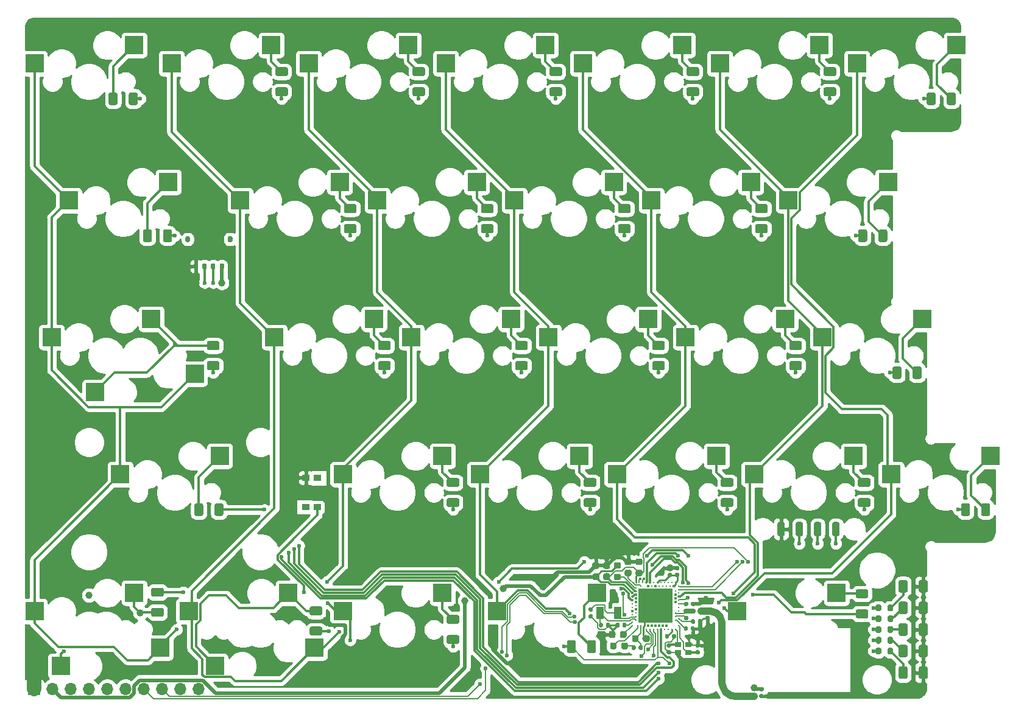
<source format=gbr>
%TF.GenerationSoftware,KiCad,Pcbnew,(5.1.10)-1*%
%TF.CreationDate,2023-08-12T15:50:21-04:00*%
%TF.ProjectId,niche65_mk2_left_RIGID,6e696368-6536-4355-9f6d-6b325f6c6566,rev?*%
%TF.SameCoordinates,Original*%
%TF.FileFunction,Copper,L2,Bot*%
%TF.FilePolarity,Positive*%
%FSLAX46Y46*%
G04 Gerber Fmt 4.6, Leading zero omitted, Abs format (unit mm)*
G04 Created by KiCad (PCBNEW (5.1.10)-1) date 2023-08-12 15:50:21*
%MOMM*%
%LPD*%
G01*
G04 APERTURE LIST*
%TA.AperFunction,SMDPad,CuDef*%
%ADD10R,2.550000X2.500000*%
%TD*%
%TA.AperFunction,SMDPad,CuDef*%
%ADD11R,1.000000X0.900000*%
%TD*%
%TA.AperFunction,SMDPad,CuDef*%
%ADD12R,4.850000X4.850000*%
%TD*%
%TA.AperFunction,SMDPad,CuDef*%
%ADD13C,0.250000*%
%TD*%
%TA.AperFunction,SMDPad,CuDef*%
%ADD14R,1.000000X1.800000*%
%TD*%
%TA.AperFunction,SMDPad,CuDef*%
%ADD15R,0.900000X0.800000*%
%TD*%
%TA.AperFunction,ComponentPad*%
%ADD16O,1.700000X1.700000*%
%TD*%
%TA.AperFunction,ComponentPad*%
%ADD17R,1.700000X1.700000*%
%TD*%
%TA.AperFunction,ViaPad*%
%ADD18C,1.000000*%
%TD*%
%TA.AperFunction,ViaPad*%
%ADD19C,0.600000*%
%TD*%
%TA.AperFunction,ViaPad*%
%ADD20C,0.400000*%
%TD*%
%TA.AperFunction,Conductor*%
%ADD21C,0.200000*%
%TD*%
%TA.AperFunction,Conductor*%
%ADD22C,0.250000*%
%TD*%
%TA.AperFunction,Conductor*%
%ADD23C,0.500000*%
%TD*%
%TA.AperFunction,Conductor*%
%ADD24C,2.000000*%
%TD*%
%TA.AperFunction,Conductor*%
%ADD25C,0.300000*%
%TD*%
%TA.AperFunction,Conductor*%
%ADD26C,0.700000*%
%TD*%
%TA.AperFunction,Conductor*%
%ADD27C,1.000000*%
%TD*%
%TA.AperFunction,Conductor*%
%ADD28C,0.254000*%
%TD*%
%TA.AperFunction,Conductor*%
%ADD29C,0.100000*%
%TD*%
G04 APERTURE END LIST*
%TO.P,REF\u002A\u002A,1*%
%TO.N,GND*%
%TA.AperFunction,SMDPad,CuDef*%
G36*
G01*
X195702500Y-162980000D02*
X195702500Y-161480000D01*
G75*
G02*
X195952500Y-161230000I250000J0D01*
G01*
X196452500Y-161230000D01*
G75*
G02*
X196702500Y-161480000I0J-250000D01*
G01*
X196702500Y-162980000D01*
G75*
G02*
X196452500Y-163230000I-250000J0D01*
G01*
X195952500Y-163230000D01*
G75*
G02*
X195702500Y-162980000I0J250000D01*
G01*
G37*
%TD.AperFunction*%
%TD*%
%TO.P,REF\u002A\u002A,1*%
%TO.N,SWDIO*%
%TA.AperFunction,SMDPad,CuDef*%
G36*
G01*
X198242500Y-162980000D02*
X198242500Y-161480000D01*
G75*
G02*
X198492500Y-161230000I250000J0D01*
G01*
X198992500Y-161230000D01*
G75*
G02*
X199242500Y-161480000I0J-250000D01*
G01*
X199242500Y-162980000D01*
G75*
G02*
X198992500Y-163230000I-250000J0D01*
G01*
X198492500Y-163230000D01*
G75*
G02*
X198242500Y-162980000I0J250000D01*
G01*
G37*
%TD.AperFunction*%
%TD*%
%TO.P,REF\u002A\u002A,1*%
%TO.N,VBUS*%
%TA.AperFunction,SMDPad,CuDef*%
G36*
G01*
X203322500Y-162980000D02*
X203322500Y-161480000D01*
G75*
G02*
X203572500Y-161230000I250000J0D01*
G01*
X204072500Y-161230000D01*
G75*
G02*
X204322500Y-161480000I0J-250000D01*
G01*
X204322500Y-162980000D01*
G75*
G02*
X204072500Y-163230000I-250000J0D01*
G01*
X203572500Y-163230000D01*
G75*
G02*
X203322500Y-162980000I0J250000D01*
G01*
G37*
%TD.AperFunction*%
%TD*%
%TO.P,REF\u002A\u002A,1*%
%TO.N,SWDCLK*%
%TA.AperFunction,SMDPad,CuDef*%
G36*
G01*
X200782500Y-162980000D02*
X200782500Y-161480000D01*
G75*
G02*
X201032500Y-161230000I250000J0D01*
G01*
X201532500Y-161230000D01*
G75*
G02*
X201782500Y-161480000I0J-250000D01*
G01*
X201782500Y-162980000D01*
G75*
G02*
X201532500Y-163230000I-250000J0D01*
G01*
X201032500Y-163230000D01*
G75*
G02*
X200782500Y-162980000I0J250000D01*
G01*
G37*
%TD.AperFunction*%
%TD*%
%TO.P,J1,1*%
%TO.N,GND*%
%TA.AperFunction,SMDPad,CuDef*%
G36*
G01*
X114568742Y-125962492D02*
X114568742Y-125412492D01*
G75*
G02*
X114718742Y-125262492I150000J0D01*
G01*
X115018742Y-125262492D01*
G75*
G02*
X115168742Y-125412492I0J-150000D01*
G01*
X115168742Y-125962492D01*
G75*
G02*
X115018742Y-126112492I-150000J0D01*
G01*
X114718742Y-126112492D01*
G75*
G02*
X114568742Y-125962492I0J150000D01*
G01*
G37*
%TD.AperFunction*%
%TO.P,J1,2*%
%TO.N,D+*%
%TA.AperFunction,SMDPad,CuDef*%
G36*
G01*
X115768742Y-125962492D02*
X115768742Y-125412492D01*
G75*
G02*
X115918742Y-125262492I150000J0D01*
G01*
X116218742Y-125262492D01*
G75*
G02*
X116368742Y-125412492I0J-150000D01*
G01*
X116368742Y-125962492D01*
G75*
G02*
X116218742Y-126112492I-150000J0D01*
G01*
X115918742Y-126112492D01*
G75*
G02*
X115768742Y-125962492I0J150000D01*
G01*
G37*
%TD.AperFunction*%
%TO.P,J1,3*%
%TO.N,D-*%
%TA.AperFunction,SMDPad,CuDef*%
G36*
G01*
X116968742Y-125962492D02*
X116968742Y-125412492D01*
G75*
G02*
X117118742Y-125262492I150000J0D01*
G01*
X117418742Y-125262492D01*
G75*
G02*
X117568742Y-125412492I0J-150000D01*
G01*
X117568742Y-125962492D01*
G75*
G02*
X117418742Y-126112492I-150000J0D01*
G01*
X117118742Y-126112492D01*
G75*
G02*
X116968742Y-125962492I0J150000D01*
G01*
G37*
%TD.AperFunction*%
%TO.P,J1,4*%
%TO.N,VBUS*%
%TA.AperFunction,SMDPad,CuDef*%
G36*
G01*
X118168742Y-125962492D02*
X118168742Y-125412492D01*
G75*
G02*
X118318742Y-125262492I150000J0D01*
G01*
X118618742Y-125262492D01*
G75*
G02*
X118768742Y-125412492I0J-150000D01*
G01*
X118768742Y-125962492D01*
G75*
G02*
X118618742Y-126112492I-150000J0D01*
G01*
X118318742Y-126112492D01*
G75*
G02*
X118168742Y-125962492I0J150000D01*
G01*
G37*
%TD.AperFunction*%
%TO.P,J1,MP*%
%TO.N,N/C*%
%TA.AperFunction,SMDPad,CuDef*%
G36*
G01*
X113368742Y-122137492D02*
X113368742Y-121687492D01*
G75*
G02*
X113543742Y-121512492I175000J0D01*
G01*
X113893742Y-121512492D01*
G75*
G02*
X114068742Y-121687492I0J-175000D01*
G01*
X114068742Y-122137492D01*
G75*
G02*
X113893742Y-122312492I-175000J0D01*
G01*
X113543742Y-122312492D01*
G75*
G02*
X113368742Y-122137492I0J175000D01*
G01*
G37*
%TD.AperFunction*%
%TA.AperFunction,SMDPad,CuDef*%
G36*
G01*
X119268742Y-122137492D02*
X119268742Y-121687492D01*
G75*
G02*
X119443742Y-121512492I175000J0D01*
G01*
X119793742Y-121512492D01*
G75*
G02*
X119968742Y-121687492I0J-175000D01*
G01*
X119968742Y-122137492D01*
G75*
G02*
X119793742Y-122312492I-175000J0D01*
G01*
X119443742Y-122312492D01*
G75*
G02*
X119268742Y-122137492I0J175000D01*
G01*
G37*
%TD.AperFunction*%
%TD*%
%TO.P,C1,1*%
%TO.N,VDD_NRF*%
%TA.AperFunction,SMDPad,CuDef*%
G36*
G01*
X170700000Y-169315770D02*
X170200000Y-169315770D01*
G75*
G02*
X169975000Y-169090770I0J225000D01*
G01*
X169975000Y-168640770D01*
G75*
G02*
X170200000Y-168415770I225000J0D01*
G01*
X170700000Y-168415770D01*
G75*
G02*
X170925000Y-168640770I0J-225000D01*
G01*
X170925000Y-169090770D01*
G75*
G02*
X170700000Y-169315770I-225000J0D01*
G01*
G37*
%TD.AperFunction*%
%TO.P,C1,2*%
%TO.N,GND*%
%TA.AperFunction,SMDPad,CuDef*%
G36*
G01*
X170700000Y-167765770D02*
X170200000Y-167765770D01*
G75*
G02*
X169975000Y-167540770I0J225000D01*
G01*
X169975000Y-167090770D01*
G75*
G02*
X170200000Y-166865770I225000J0D01*
G01*
X170700000Y-166865770D01*
G75*
G02*
X170925000Y-167090770I0J-225000D01*
G01*
X170925000Y-167540770D01*
G75*
G02*
X170700000Y-167765770I-225000J0D01*
G01*
G37*
%TD.AperFunction*%
%TD*%
%TO.P,C2,2*%
%TO.N,GND*%
%TA.AperFunction,SMDPad,CuDef*%
G36*
G01*
X180920000Y-167940770D02*
X180580000Y-167940770D01*
G75*
G02*
X180440000Y-167800770I0J140000D01*
G01*
X180440000Y-167520770D01*
G75*
G02*
X180580000Y-167380770I140000J0D01*
G01*
X180920000Y-167380770D01*
G75*
G02*
X181060000Y-167520770I0J-140000D01*
G01*
X181060000Y-167800770D01*
G75*
G02*
X180920000Y-167940770I-140000J0D01*
G01*
G37*
%TD.AperFunction*%
%TO.P,C2,1*%
%TO.N,VDD_NRF*%
%TA.AperFunction,SMDPad,CuDef*%
G36*
G01*
X180920000Y-168900770D02*
X180580000Y-168900770D01*
G75*
G02*
X180440000Y-168760770I0J140000D01*
G01*
X180440000Y-168480770D01*
G75*
G02*
X180580000Y-168340770I140000J0D01*
G01*
X180920000Y-168340770D01*
G75*
G02*
X181060000Y-168480770I0J-140000D01*
G01*
X181060000Y-168760770D01*
G75*
G02*
X180920000Y-168900770I-140000J0D01*
G01*
G37*
%TD.AperFunction*%
%TD*%
%TO.P,C3,1*%
%TO.N,VDD_NRF*%
%TA.AperFunction,SMDPad,CuDef*%
G36*
G01*
X181920000Y-168900770D02*
X181580000Y-168900770D01*
G75*
G02*
X181440000Y-168760770I0J140000D01*
G01*
X181440000Y-168480770D01*
G75*
G02*
X181580000Y-168340770I140000J0D01*
G01*
X181920000Y-168340770D01*
G75*
G02*
X182060000Y-168480770I0J-140000D01*
G01*
X182060000Y-168760770D01*
G75*
G02*
X181920000Y-168900770I-140000J0D01*
G01*
G37*
%TD.AperFunction*%
%TO.P,C3,2*%
%TO.N,GND*%
%TA.AperFunction,SMDPad,CuDef*%
G36*
G01*
X181920000Y-167940770D02*
X181580000Y-167940770D01*
G75*
G02*
X181440000Y-167800770I0J140000D01*
G01*
X181440000Y-167520770D01*
G75*
G02*
X181580000Y-167380770I140000J0D01*
G01*
X181920000Y-167380770D01*
G75*
G02*
X182060000Y-167520770I0J-140000D01*
G01*
X182060000Y-167800770D01*
G75*
G02*
X181920000Y-167940770I-140000J0D01*
G01*
G37*
%TD.AperFunction*%
%TD*%
%TO.P,C4,1*%
%TO.N,VDD_NRF*%
%TA.AperFunction,SMDPad,CuDef*%
G36*
G01*
X180085000Y-177310770D02*
X180085000Y-176970770D01*
G75*
G02*
X180225000Y-176830770I140000J0D01*
G01*
X180505000Y-176830770D01*
G75*
G02*
X180645000Y-176970770I0J-140000D01*
G01*
X180645000Y-177310770D01*
G75*
G02*
X180505000Y-177450770I-140000J0D01*
G01*
X180225000Y-177450770D01*
G75*
G02*
X180085000Y-177310770I0J140000D01*
G01*
G37*
%TD.AperFunction*%
%TO.P,C4,2*%
%TO.N,GND*%
%TA.AperFunction,SMDPad,CuDef*%
G36*
G01*
X181045000Y-177310770D02*
X181045000Y-176970770D01*
G75*
G02*
X181185000Y-176830770I140000J0D01*
G01*
X181465000Y-176830770D01*
G75*
G02*
X181605000Y-176970770I0J-140000D01*
G01*
X181605000Y-177310770D01*
G75*
G02*
X181465000Y-177450770I-140000J0D01*
G01*
X181185000Y-177450770D01*
G75*
G02*
X181045000Y-177310770I0J140000D01*
G01*
G37*
%TD.AperFunction*%
%TD*%
%TO.P,C5,2*%
%TO.N,GND*%
%TA.AperFunction,SMDPad,CuDef*%
G36*
G01*
X173175000Y-176640770D02*
X173175000Y-177140770D01*
G75*
G02*
X172950000Y-177365770I-225000J0D01*
G01*
X172500000Y-177365770D01*
G75*
G02*
X172275000Y-177140770I0J225000D01*
G01*
X172275000Y-176640770D01*
G75*
G02*
X172500000Y-176415770I225000J0D01*
G01*
X172950000Y-176415770D01*
G75*
G02*
X173175000Y-176640770I0J-225000D01*
G01*
G37*
%TD.AperFunction*%
%TO.P,C5,1*%
%TO.N,VDD_NRF*%
%TA.AperFunction,SMDPad,CuDef*%
G36*
G01*
X174725000Y-176640770D02*
X174725000Y-177140770D01*
G75*
G02*
X174500000Y-177365770I-225000J0D01*
G01*
X174050000Y-177365770D01*
G75*
G02*
X173825000Y-177140770I0J225000D01*
G01*
X173825000Y-176640770D01*
G75*
G02*
X174050000Y-176415770I225000J0D01*
G01*
X174500000Y-176415770D01*
G75*
G02*
X174725000Y-176640770I0J-225000D01*
G01*
G37*
%TD.AperFunction*%
%TD*%
%TO.P,C6,1*%
%TO.N,VBUS*%
%TA.AperFunction,SMDPad,CuDef*%
G36*
G01*
X172200000Y-169315770D02*
X171700000Y-169315770D01*
G75*
G02*
X171475000Y-169090770I0J225000D01*
G01*
X171475000Y-168640770D01*
G75*
G02*
X171700000Y-168415770I225000J0D01*
G01*
X172200000Y-168415770D01*
G75*
G02*
X172425000Y-168640770I0J-225000D01*
G01*
X172425000Y-169090770D01*
G75*
G02*
X172200000Y-169315770I-225000J0D01*
G01*
G37*
%TD.AperFunction*%
%TO.P,C6,2*%
%TO.N,GND*%
%TA.AperFunction,SMDPad,CuDef*%
G36*
G01*
X172200000Y-167765770D02*
X171700000Y-167765770D01*
G75*
G02*
X171475000Y-167540770I0J225000D01*
G01*
X171475000Y-167090770D01*
G75*
G02*
X171700000Y-166865770I225000J0D01*
G01*
X172200000Y-166865770D01*
G75*
G02*
X172425000Y-167090770I0J-225000D01*
G01*
X172425000Y-167540770D01*
G75*
G02*
X172200000Y-167765770I-225000J0D01*
G01*
G37*
%TD.AperFunction*%
%TD*%
%TO.P,C7,2*%
%TO.N,VBUS*%
%TA.AperFunction,SMDPad,CuDef*%
G36*
G01*
X176214000Y-167881770D02*
X176714000Y-167881770D01*
G75*
G02*
X176939000Y-168106770I0J-225000D01*
G01*
X176939000Y-168556770D01*
G75*
G02*
X176714000Y-168781770I-225000J0D01*
G01*
X176214000Y-168781770D01*
G75*
G02*
X175989000Y-168556770I0J225000D01*
G01*
X175989000Y-168106770D01*
G75*
G02*
X176214000Y-167881770I225000J0D01*
G01*
G37*
%TD.AperFunction*%
%TO.P,C7,1*%
%TO.N,GND*%
%TA.AperFunction,SMDPad,CuDef*%
G36*
G01*
X176214000Y-166331770D02*
X176714000Y-166331770D01*
G75*
G02*
X176939000Y-166556770I0J-225000D01*
G01*
X176939000Y-167006770D01*
G75*
G02*
X176714000Y-167231770I-225000J0D01*
G01*
X176214000Y-167231770D01*
G75*
G02*
X175989000Y-167006770I0J225000D01*
G01*
X175989000Y-166556770D01*
G75*
G02*
X176214000Y-166331770I225000J0D01*
G01*
G37*
%TD.AperFunction*%
%TD*%
%TO.P,C8,1*%
%TO.N,GND*%
%TA.AperFunction,SMDPad,CuDef*%
G36*
G01*
X177943000Y-177212770D02*
X177943000Y-177712770D01*
G75*
G02*
X177718000Y-177937770I-225000J0D01*
G01*
X177268000Y-177937770D01*
G75*
G02*
X177043000Y-177712770I0J225000D01*
G01*
X177043000Y-177212770D01*
G75*
G02*
X177268000Y-176987770I225000J0D01*
G01*
X177718000Y-176987770D01*
G75*
G02*
X177943000Y-177212770I0J-225000D01*
G01*
G37*
%TD.AperFunction*%
%TO.P,C8,2*%
%TO.N,Net-(C8-Pad2)*%
%TA.AperFunction,SMDPad,CuDef*%
G36*
G01*
X176393000Y-177212770D02*
X176393000Y-177712770D01*
G75*
G02*
X176168000Y-177937770I-225000J0D01*
G01*
X175718000Y-177937770D01*
G75*
G02*
X175493000Y-177712770I0J225000D01*
G01*
X175493000Y-177212770D01*
G75*
G02*
X175718000Y-176987770I225000J0D01*
G01*
X176168000Y-176987770D01*
G75*
G02*
X176393000Y-177212770I0J-225000D01*
G01*
G37*
%TD.AperFunction*%
%TD*%
%TO.P,C9,2*%
%TO.N,Net-(C8-Pad2)*%
%TA.AperFunction,SMDPad,CuDef*%
G36*
G01*
X184250000Y-174920770D02*
X184250000Y-175260770D01*
G75*
G02*
X184110000Y-175400770I-140000J0D01*
G01*
X183830000Y-175400770D01*
G75*
G02*
X183690000Y-175260770I0J140000D01*
G01*
X183690000Y-174920770D01*
G75*
G02*
X183830000Y-174780770I140000J0D01*
G01*
X184110000Y-174780770D01*
G75*
G02*
X184250000Y-174920770I0J-140000D01*
G01*
G37*
%TD.AperFunction*%
%TO.P,C9,1*%
%TO.N,GND*%
%TA.AperFunction,SMDPad,CuDef*%
G36*
G01*
X185210000Y-174920770D02*
X185210000Y-175260770D01*
G75*
G02*
X185070000Y-175400770I-140000J0D01*
G01*
X184790000Y-175400770D01*
G75*
G02*
X184650000Y-175260770I0J140000D01*
G01*
X184650000Y-174920770D01*
G75*
G02*
X184790000Y-174780770I140000J0D01*
G01*
X185070000Y-174780770D01*
G75*
G02*
X185210000Y-174920770I0J-140000D01*
G01*
G37*
%TD.AperFunction*%
%TD*%
%TO.P,C10,2*%
%TO.N,GND*%
%TA.AperFunction,SMDPad,CuDef*%
G36*
G01*
X175190000Y-167231770D02*
X174690000Y-167231770D01*
G75*
G02*
X174465000Y-167006770I0J225000D01*
G01*
X174465000Y-166556770D01*
G75*
G02*
X174690000Y-166331770I225000J0D01*
G01*
X175190000Y-166331770D01*
G75*
G02*
X175415000Y-166556770I0J-225000D01*
G01*
X175415000Y-167006770D01*
G75*
G02*
X175190000Y-167231770I-225000J0D01*
G01*
G37*
%TD.AperFunction*%
%TO.P,C10,1*%
%TO.N,Net-(C10-Pad1)*%
%TA.AperFunction,SMDPad,CuDef*%
G36*
G01*
X175190000Y-168781770D02*
X174690000Y-168781770D01*
G75*
G02*
X174465000Y-168556770I0J225000D01*
G01*
X174465000Y-168106770D01*
G75*
G02*
X174690000Y-167881770I225000J0D01*
G01*
X175190000Y-167881770D01*
G75*
G02*
X175415000Y-168106770I0J-225000D01*
G01*
X175415000Y-168556770D01*
G75*
G02*
X175190000Y-168781770I-225000J0D01*
G01*
G37*
%TD.AperFunction*%
%TD*%
%TO.P,C11,2*%
%TO.N,GND*%
%TA.AperFunction,SMDPad,CuDef*%
G36*
G01*
X183680000Y-172810770D02*
X183680000Y-172470770D01*
G75*
G02*
X183820000Y-172330770I140000J0D01*
G01*
X184100000Y-172330770D01*
G75*
G02*
X184240000Y-172470770I0J-140000D01*
G01*
X184240000Y-172810770D01*
G75*
G02*
X184100000Y-172950770I-140000J0D01*
G01*
X183820000Y-172950770D01*
G75*
G02*
X183680000Y-172810770I0J140000D01*
G01*
G37*
%TD.AperFunction*%
%TO.P,C11,1*%
%TO.N,Net-(C11-Pad1)*%
%TA.AperFunction,SMDPad,CuDef*%
G36*
G01*
X182720000Y-172810770D02*
X182720000Y-172470770D01*
G75*
G02*
X182860000Y-172330770I140000J0D01*
G01*
X183140000Y-172330770D01*
G75*
G02*
X183280000Y-172470770I0J-140000D01*
G01*
X183280000Y-172810770D01*
G75*
G02*
X183140000Y-172950770I-140000J0D01*
G01*
X182860000Y-172950770D01*
G75*
G02*
X182720000Y-172810770I0J140000D01*
G01*
G37*
%TD.AperFunction*%
%TD*%
%TO.P,C12,2*%
%TO.N,GND*%
%TA.AperFunction,SMDPad,CuDef*%
G36*
G01*
X183649000Y-176235770D02*
X183649000Y-175895770D01*
G75*
G02*
X183789000Y-175755770I140000J0D01*
G01*
X184069000Y-175755770D01*
G75*
G02*
X184209000Y-175895770I0J-140000D01*
G01*
X184209000Y-176235770D01*
G75*
G02*
X184069000Y-176375770I-140000J0D01*
G01*
X183789000Y-176375770D01*
G75*
G02*
X183649000Y-176235770I0J140000D01*
G01*
G37*
%TD.AperFunction*%
%TO.P,C12,1*%
%TO.N,Net-(C12-Pad1)*%
%TA.AperFunction,SMDPad,CuDef*%
G36*
G01*
X182689000Y-176235770D02*
X182689000Y-175895770D01*
G75*
G02*
X182829000Y-175755770I140000J0D01*
G01*
X183109000Y-175755770D01*
G75*
G02*
X183249000Y-175895770I0J-140000D01*
G01*
X183249000Y-176235770D01*
G75*
G02*
X183109000Y-176375770I-140000J0D01*
G01*
X182829000Y-176375770D01*
G75*
G02*
X182689000Y-176235770I0J140000D01*
G01*
G37*
%TD.AperFunction*%
%TD*%
%TO.P,C13,1*%
%TO.N,Net-(C13-Pad1)*%
%TA.AperFunction,SMDPad,CuDef*%
G36*
G01*
X174710000Y-175420770D02*
X174710000Y-175760770D01*
G75*
G02*
X174570000Y-175900770I-140000J0D01*
G01*
X174290000Y-175900770D01*
G75*
G02*
X174150000Y-175760770I0J140000D01*
G01*
X174150000Y-175420770D01*
G75*
G02*
X174290000Y-175280770I140000J0D01*
G01*
X174570000Y-175280770D01*
G75*
G02*
X174710000Y-175420770I0J-140000D01*
G01*
G37*
%TD.AperFunction*%
%TO.P,C13,2*%
%TO.N,GND*%
%TA.AperFunction,SMDPad,CuDef*%
G36*
G01*
X173750000Y-175420770D02*
X173750000Y-175760770D01*
G75*
G02*
X173610000Y-175900770I-140000J0D01*
G01*
X173330000Y-175900770D01*
G75*
G02*
X173190000Y-175760770I0J140000D01*
G01*
X173190000Y-175420770D01*
G75*
G02*
X173330000Y-175280770I140000J0D01*
G01*
X173610000Y-175280770D01*
G75*
G02*
X173750000Y-175420770I0J-140000D01*
G01*
G37*
%TD.AperFunction*%
%TD*%
%TO.P,C14,1*%
%TO.N,GND*%
%TA.AperFunction,SMDPad,CuDef*%
G36*
G01*
X172410000Y-175420770D02*
X172410000Y-175760770D01*
G75*
G02*
X172270000Y-175900770I-140000J0D01*
G01*
X171990000Y-175900770D01*
G75*
G02*
X171850000Y-175760770I0J140000D01*
G01*
X171850000Y-175420770D01*
G75*
G02*
X171990000Y-175280770I140000J0D01*
G01*
X172270000Y-175280770D01*
G75*
G02*
X172410000Y-175420770I0J-140000D01*
G01*
G37*
%TD.AperFunction*%
%TO.P,C14,2*%
%TO.N,Net-(C14-Pad2)*%
%TA.AperFunction,SMDPad,CuDef*%
G36*
G01*
X171450000Y-175420770D02*
X171450000Y-175760770D01*
G75*
G02*
X171310000Y-175900770I-140000J0D01*
G01*
X171030000Y-175900770D01*
G75*
G02*
X170890000Y-175760770I0J140000D01*
G01*
X170890000Y-175420770D01*
G75*
G02*
X171030000Y-175280770I140000J0D01*
G01*
X171310000Y-175280770D01*
G75*
G02*
X171450000Y-175420770I0J-140000D01*
G01*
G37*
%TD.AperFunction*%
%TD*%
%TO.P,C15,2*%
%TO.N,Net-(C15-Pad2)*%
%TA.AperFunction,SMDPad,CuDef*%
G36*
G01*
X169920000Y-173690770D02*
X169580000Y-173690770D01*
G75*
G02*
X169440000Y-173550770I0J140000D01*
G01*
X169440000Y-173270770D01*
G75*
G02*
X169580000Y-173130770I140000J0D01*
G01*
X169920000Y-173130770D01*
G75*
G02*
X170060000Y-173270770I0J-140000D01*
G01*
X170060000Y-173550770D01*
G75*
G02*
X169920000Y-173690770I-140000J0D01*
G01*
G37*
%TD.AperFunction*%
%TO.P,C15,1*%
%TO.N,GND*%
%TA.AperFunction,SMDPad,CuDef*%
G36*
G01*
X169920000Y-174650770D02*
X169580000Y-174650770D01*
G75*
G02*
X169440000Y-174510770I0J140000D01*
G01*
X169440000Y-174230770D01*
G75*
G02*
X169580000Y-174090770I140000J0D01*
G01*
X169920000Y-174090770D01*
G75*
G02*
X170060000Y-174230770I0J-140000D01*
G01*
X170060000Y-174510770D01*
G75*
G02*
X169920000Y-174650770I-140000J0D01*
G01*
G37*
%TD.AperFunction*%
%TD*%
%TO.P,C16,1*%
%TO.N,Antenna*%
%TA.AperFunction,SMDPad,CuDef*%
G36*
G01*
X193311250Y-184230000D02*
X193651250Y-184230000D01*
G75*
G02*
X193791250Y-184370000I0J-140000D01*
G01*
X193791250Y-184650000D01*
G75*
G02*
X193651250Y-184790000I-140000J0D01*
G01*
X193311250Y-184790000D01*
G75*
G02*
X193171250Y-184650000I0J140000D01*
G01*
X193171250Y-184370000D01*
G75*
G02*
X193311250Y-184230000I140000J0D01*
G01*
G37*
%TD.AperFunction*%
%TO.P,C16,2*%
%TO.N,GND*%
%TA.AperFunction,SMDPad,CuDef*%
G36*
G01*
X193311250Y-185190000D02*
X193651250Y-185190000D01*
G75*
G02*
X193791250Y-185330000I0J-140000D01*
G01*
X193791250Y-185610000D01*
G75*
G02*
X193651250Y-185750000I-140000J0D01*
G01*
X193311250Y-185750000D01*
G75*
G02*
X193171250Y-185610000I0J140000D01*
G01*
X193171250Y-185330000D01*
G75*
G02*
X193311250Y-185190000I140000J0D01*
G01*
G37*
%TD.AperFunction*%
%TD*%
%TO.P,C17,2*%
%TO.N,GND*%
%TA.AperFunction,SMDPad,CuDef*%
G36*
G01*
X185830000Y-174340770D02*
X186170000Y-174340770D01*
G75*
G02*
X186310000Y-174480770I0J-140000D01*
G01*
X186310000Y-174760770D01*
G75*
G02*
X186170000Y-174900770I-140000J0D01*
G01*
X185830000Y-174900770D01*
G75*
G02*
X185690000Y-174760770I0J140000D01*
G01*
X185690000Y-174480770D01*
G75*
G02*
X185830000Y-174340770I140000J0D01*
G01*
G37*
%TD.AperFunction*%
%TO.P,C17,1*%
%TO.N,Net-(C17-Pad1)*%
%TA.AperFunction,SMDPad,CuDef*%
G36*
G01*
X185830000Y-173380770D02*
X186170000Y-173380770D01*
G75*
G02*
X186310000Y-173520770I0J-140000D01*
G01*
X186310000Y-173800770D01*
G75*
G02*
X186170000Y-173940770I-140000J0D01*
G01*
X185830000Y-173940770D01*
G75*
G02*
X185690000Y-173800770I0J140000D01*
G01*
X185690000Y-173520770D01*
G75*
G02*
X185830000Y-173380770I140000J0D01*
G01*
G37*
%TD.AperFunction*%
%TD*%
%TO.P,C18,1*%
%TO.N,Net-(C18-Pad1)*%
%TA.AperFunction,SMDPad,CuDef*%
G36*
G01*
X182830000Y-173380770D02*
X183170000Y-173380770D01*
G75*
G02*
X183310000Y-173520770I0J-140000D01*
G01*
X183310000Y-173800770D01*
G75*
G02*
X183170000Y-173940770I-140000J0D01*
G01*
X182830000Y-173940770D01*
G75*
G02*
X182690000Y-173800770I0J140000D01*
G01*
X182690000Y-173520770D01*
G75*
G02*
X182830000Y-173380770I140000J0D01*
G01*
G37*
%TD.AperFunction*%
%TO.P,C18,2*%
%TO.N,VSS_ANT*%
%TA.AperFunction,SMDPad,CuDef*%
G36*
G01*
X182830000Y-174340770D02*
X183170000Y-174340770D01*
G75*
G02*
X183310000Y-174480770I0J-140000D01*
G01*
X183310000Y-174760770D01*
G75*
G02*
X183170000Y-174900770I-140000J0D01*
G01*
X182830000Y-174900770D01*
G75*
G02*
X182690000Y-174760770I0J140000D01*
G01*
X182690000Y-174480770D01*
G75*
G02*
X182830000Y-174340770I140000J0D01*
G01*
G37*
%TD.AperFunction*%
%TD*%
%TO.P,C19,1*%
%TO.N,Net-(C19-Pad1)*%
%TA.AperFunction,SMDPad,CuDef*%
G36*
G01*
X184785000Y-179650770D02*
X184445000Y-179650770D01*
G75*
G02*
X184305000Y-179510770I0J140000D01*
G01*
X184305000Y-179230770D01*
G75*
G02*
X184445000Y-179090770I140000J0D01*
G01*
X184785000Y-179090770D01*
G75*
G02*
X184925000Y-179230770I0J-140000D01*
G01*
X184925000Y-179510770D01*
G75*
G02*
X184785000Y-179650770I-140000J0D01*
G01*
G37*
%TD.AperFunction*%
%TO.P,C19,2*%
%TO.N,GND*%
%TA.AperFunction,SMDPad,CuDef*%
G36*
G01*
X184785000Y-178690770D02*
X184445000Y-178690770D01*
G75*
G02*
X184305000Y-178550770I0J140000D01*
G01*
X184305000Y-178270770D01*
G75*
G02*
X184445000Y-178130770I140000J0D01*
G01*
X184785000Y-178130770D01*
G75*
G02*
X184925000Y-178270770I0J-140000D01*
G01*
X184925000Y-178550770D01*
G75*
G02*
X184785000Y-178690770I-140000J0D01*
G01*
G37*
%TD.AperFunction*%
%TD*%
%TO.P,C20,2*%
%TO.N,GND*%
%TA.AperFunction,SMDPad,CuDef*%
G36*
G01*
X180445000Y-179090770D02*
X180785000Y-179090770D01*
G75*
G02*
X180925000Y-179230770I0J-140000D01*
G01*
X180925000Y-179510770D01*
G75*
G02*
X180785000Y-179650770I-140000J0D01*
G01*
X180445000Y-179650770D01*
G75*
G02*
X180305000Y-179510770I0J140000D01*
G01*
X180305000Y-179230770D01*
G75*
G02*
X180445000Y-179090770I140000J0D01*
G01*
G37*
%TD.AperFunction*%
%TO.P,C20,1*%
%TO.N,Net-(C20-Pad1)*%
%TA.AperFunction,SMDPad,CuDef*%
G36*
G01*
X180445000Y-178130770D02*
X180785000Y-178130770D01*
G75*
G02*
X180925000Y-178270770I0J-140000D01*
G01*
X180925000Y-178550770D01*
G75*
G02*
X180785000Y-178690770I-140000J0D01*
G01*
X180445000Y-178690770D01*
G75*
G02*
X180305000Y-178550770I0J140000D01*
G01*
X180305000Y-178270770D01*
G75*
G02*
X180445000Y-178130770I140000J0D01*
G01*
G37*
%TD.AperFunction*%
%TD*%
%TO.P,D1,2*%
%TO.N,Net-(D1-Pad2)*%
%TA.AperFunction,SMDPad,CuDef*%
G36*
G01*
X103987500Y-101756250D02*
X103987500Y-103006250D01*
G75*
G02*
X103737500Y-103256250I-250000J0D01*
G01*
X102987500Y-103256250D01*
G75*
G02*
X102737500Y-103006250I0J250000D01*
G01*
X102737500Y-101756250D01*
G75*
G02*
X102987500Y-101506250I250000J0D01*
G01*
X103737500Y-101506250D01*
G75*
G02*
X103987500Y-101756250I0J-250000D01*
G01*
G37*
%TD.AperFunction*%
%TO.P,D1,1*%
%TO.N,111*%
%TA.AperFunction,SMDPad,CuDef*%
G36*
G01*
X106787500Y-101756250D02*
X106787500Y-103006250D01*
G75*
G02*
X106537500Y-103256250I-250000J0D01*
G01*
X105787500Y-103256250D01*
G75*
G02*
X105537500Y-103006250I0J250000D01*
G01*
X105537500Y-101756250D01*
G75*
G02*
X105787500Y-101506250I250000J0D01*
G01*
X106537500Y-101506250D01*
G75*
G02*
X106787500Y-101756250I0J-250000D01*
G01*
G37*
%TD.AperFunction*%
%TD*%
%TO.P,D2,1*%
%TO.N,111*%
%TA.AperFunction,SMDPad,CuDef*%
G36*
G01*
X127414085Y-102025000D02*
X126164085Y-102025000D01*
G75*
G02*
X125914085Y-101775000I0J250000D01*
G01*
X125914085Y-101025000D01*
G75*
G02*
X126164085Y-100775000I250000J0D01*
G01*
X127414085Y-100775000D01*
G75*
G02*
X127664085Y-101025000I0J-250000D01*
G01*
X127664085Y-101775000D01*
G75*
G02*
X127414085Y-102025000I-250000J0D01*
G01*
G37*
%TD.AperFunction*%
%TO.P,D2,2*%
%TO.N,Net-(D2-Pad2)*%
%TA.AperFunction,SMDPad,CuDef*%
G36*
G01*
X127414085Y-99225000D02*
X126164085Y-99225000D01*
G75*
G02*
X125914085Y-98975000I0J250000D01*
G01*
X125914085Y-98225000D01*
G75*
G02*
X126164085Y-97975000I250000J0D01*
G01*
X127414085Y-97975000D01*
G75*
G02*
X127664085Y-98225000I0J-250000D01*
G01*
X127664085Y-98975000D01*
G75*
G02*
X127414085Y-99225000I-250000J0D01*
G01*
G37*
%TD.AperFunction*%
%TD*%
%TO.P,D3,1*%
%TO.N,111*%
%TA.AperFunction,SMDPad,CuDef*%
G36*
G01*
X146464101Y-102025000D02*
X145214101Y-102025000D01*
G75*
G02*
X144964101Y-101775000I0J250000D01*
G01*
X144964101Y-101025000D01*
G75*
G02*
X145214101Y-100775000I250000J0D01*
G01*
X146464101Y-100775000D01*
G75*
G02*
X146714101Y-101025000I0J-250000D01*
G01*
X146714101Y-101775000D01*
G75*
G02*
X146464101Y-102025000I-250000J0D01*
G01*
G37*
%TD.AperFunction*%
%TO.P,D3,2*%
%TO.N,Net-(D3-Pad2)*%
%TA.AperFunction,SMDPad,CuDef*%
G36*
G01*
X146464101Y-99225000D02*
X145214101Y-99225000D01*
G75*
G02*
X144964101Y-98975000I0J250000D01*
G01*
X144964101Y-98225000D01*
G75*
G02*
X145214101Y-97975000I250000J0D01*
G01*
X146464101Y-97975000D01*
G75*
G02*
X146714101Y-98225000I0J-250000D01*
G01*
X146714101Y-98975000D01*
G75*
G02*
X146464101Y-99225000I-250000J0D01*
G01*
G37*
%TD.AperFunction*%
%TD*%
%TO.P,D4,2*%
%TO.N,Net-(D4-Pad2)*%
%TA.AperFunction,SMDPad,CuDef*%
G36*
G01*
X165514117Y-99225000D02*
X164264117Y-99225000D01*
G75*
G02*
X164014117Y-98975000I0J250000D01*
G01*
X164014117Y-98225000D01*
G75*
G02*
X164264117Y-97975000I250000J0D01*
G01*
X165514117Y-97975000D01*
G75*
G02*
X165764117Y-98225000I0J-250000D01*
G01*
X165764117Y-98975000D01*
G75*
G02*
X165514117Y-99225000I-250000J0D01*
G01*
G37*
%TD.AperFunction*%
%TO.P,D4,1*%
%TO.N,111*%
%TA.AperFunction,SMDPad,CuDef*%
G36*
G01*
X165514117Y-102025000D02*
X164264117Y-102025000D01*
G75*
G02*
X164014117Y-101775000I0J250000D01*
G01*
X164014117Y-101025000D01*
G75*
G02*
X164264117Y-100775000I250000J0D01*
G01*
X165514117Y-100775000D01*
G75*
G02*
X165764117Y-101025000I0J-250000D01*
G01*
X165764117Y-101775000D01*
G75*
G02*
X165514117Y-102025000I-250000J0D01*
G01*
G37*
%TD.AperFunction*%
%TD*%
%TO.P,D5,2*%
%TO.N,Net-(D5-Pad2)*%
%TA.AperFunction,SMDPad,CuDef*%
G36*
G01*
X184564133Y-99225000D02*
X183314133Y-99225000D01*
G75*
G02*
X183064133Y-98975000I0J250000D01*
G01*
X183064133Y-98225000D01*
G75*
G02*
X183314133Y-97975000I250000J0D01*
G01*
X184564133Y-97975000D01*
G75*
G02*
X184814133Y-98225000I0J-250000D01*
G01*
X184814133Y-98975000D01*
G75*
G02*
X184564133Y-99225000I-250000J0D01*
G01*
G37*
%TD.AperFunction*%
%TO.P,D5,1*%
%TO.N,111*%
%TA.AperFunction,SMDPad,CuDef*%
G36*
G01*
X184564133Y-102025000D02*
X183314133Y-102025000D01*
G75*
G02*
X183064133Y-101775000I0J250000D01*
G01*
X183064133Y-101025000D01*
G75*
G02*
X183314133Y-100775000I250000J0D01*
G01*
X184564133Y-100775000D01*
G75*
G02*
X184814133Y-101025000I0J-250000D01*
G01*
X184814133Y-101775000D01*
G75*
G02*
X184564133Y-102025000I-250000J0D01*
G01*
G37*
%TD.AperFunction*%
%TD*%
%TO.P,D6,1*%
%TO.N,111*%
%TA.AperFunction,SMDPad,CuDef*%
G36*
G01*
X203614149Y-102025000D02*
X202364149Y-102025000D01*
G75*
G02*
X202114149Y-101775000I0J250000D01*
G01*
X202114149Y-101025000D01*
G75*
G02*
X202364149Y-100775000I250000J0D01*
G01*
X203614149Y-100775000D01*
G75*
G02*
X203864149Y-101025000I0J-250000D01*
G01*
X203864149Y-101775000D01*
G75*
G02*
X203614149Y-102025000I-250000J0D01*
G01*
G37*
%TD.AperFunction*%
%TO.P,D6,2*%
%TO.N,Net-(D6-Pad2)*%
%TA.AperFunction,SMDPad,CuDef*%
G36*
G01*
X203614149Y-99225000D02*
X202364149Y-99225000D01*
G75*
G02*
X202114149Y-98975000I0J250000D01*
G01*
X202114149Y-98225000D01*
G75*
G02*
X202364149Y-97975000I250000J0D01*
G01*
X203614149Y-97975000D01*
G75*
G02*
X203864149Y-98225000I0J-250000D01*
G01*
X203864149Y-98975000D01*
G75*
G02*
X203614149Y-99225000I-250000J0D01*
G01*
G37*
%TD.AperFunction*%
%TD*%
%TO.P,D7,1*%
%TO.N,111*%
%TA.AperFunction,SMDPad,CuDef*%
G36*
G01*
X216442287Y-103006252D02*
X216442287Y-101756252D01*
G75*
G02*
X216692287Y-101506252I250000J0D01*
G01*
X217442287Y-101506252D01*
G75*
G02*
X217692287Y-101756252I0J-250000D01*
G01*
X217692287Y-103006252D01*
G75*
G02*
X217442287Y-103256252I-250000J0D01*
G01*
X216692287Y-103256252D01*
G75*
G02*
X216442287Y-103006252I0J250000D01*
G01*
G37*
%TD.AperFunction*%
%TO.P,D7,2*%
%TO.N,Net-(D7-Pad2)*%
%TA.AperFunction,SMDPad,CuDef*%
G36*
G01*
X219242287Y-103006252D02*
X219242287Y-101756252D01*
G75*
G02*
X219492287Y-101506252I250000J0D01*
G01*
X220242287Y-101506252D01*
G75*
G02*
X220492287Y-101756252I0J-250000D01*
G01*
X220492287Y-103006252D01*
G75*
G02*
X220242287Y-103256252I-250000J0D01*
G01*
X219492287Y-103256252D01*
G75*
G02*
X219242287Y-103006252I0J250000D01*
G01*
G37*
%TD.AperFunction*%
%TD*%
%TO.P,D8,2*%
%TO.N,Net-(D8-Pad2)*%
%TA.AperFunction,SMDPad,CuDef*%
G36*
G01*
X108749992Y-120806242D02*
X108749992Y-122056242D01*
G75*
G02*
X108499992Y-122306242I-250000J0D01*
G01*
X107749992Y-122306242D01*
G75*
G02*
X107499992Y-122056242I0J250000D01*
G01*
X107499992Y-120806242D01*
G75*
G02*
X107749992Y-120556242I250000J0D01*
G01*
X108499992Y-120556242D01*
G75*
G02*
X108749992Y-120806242I0J-250000D01*
G01*
G37*
%TD.AperFunction*%
%TO.P,D8,1*%
%TO.N,112*%
%TA.AperFunction,SMDPad,CuDef*%
G36*
G01*
X111549992Y-120806242D02*
X111549992Y-122056242D01*
G75*
G02*
X111299992Y-122306242I-250000J0D01*
G01*
X110549992Y-122306242D01*
G75*
G02*
X110299992Y-122056242I0J250000D01*
G01*
X110299992Y-120806242D01*
G75*
G02*
X110549992Y-120556242I250000J0D01*
G01*
X111299992Y-120556242D01*
G75*
G02*
X111549992Y-120806242I0J-250000D01*
G01*
G37*
%TD.AperFunction*%
%TD*%
%TO.P,D9,1*%
%TO.N,112*%
%TA.AperFunction,SMDPad,CuDef*%
G36*
G01*
X136939093Y-121075016D02*
X135689093Y-121075016D01*
G75*
G02*
X135439093Y-120825016I0J250000D01*
G01*
X135439093Y-120075016D01*
G75*
G02*
X135689093Y-119825016I250000J0D01*
G01*
X136939093Y-119825016D01*
G75*
G02*
X137189093Y-120075016I0J-250000D01*
G01*
X137189093Y-120825016D01*
G75*
G02*
X136939093Y-121075016I-250000J0D01*
G01*
G37*
%TD.AperFunction*%
%TO.P,D9,2*%
%TO.N,Net-(D9-Pad2)*%
%TA.AperFunction,SMDPad,CuDef*%
G36*
G01*
X136939093Y-118275016D02*
X135689093Y-118275016D01*
G75*
G02*
X135439093Y-118025016I0J250000D01*
G01*
X135439093Y-117275016D01*
G75*
G02*
X135689093Y-117025016I250000J0D01*
G01*
X136939093Y-117025016D01*
G75*
G02*
X137189093Y-117275016I0J-250000D01*
G01*
X137189093Y-118025016D01*
G75*
G02*
X136939093Y-118275016I-250000J0D01*
G01*
G37*
%TD.AperFunction*%
%TD*%
%TO.P,D10,2*%
%TO.N,Net-(D10-Pad2)*%
%TA.AperFunction,SMDPad,CuDef*%
G36*
G01*
X155989109Y-118275016D02*
X154739109Y-118275016D01*
G75*
G02*
X154489109Y-118025016I0J250000D01*
G01*
X154489109Y-117275016D01*
G75*
G02*
X154739109Y-117025016I250000J0D01*
G01*
X155989109Y-117025016D01*
G75*
G02*
X156239109Y-117275016I0J-250000D01*
G01*
X156239109Y-118025016D01*
G75*
G02*
X155989109Y-118275016I-250000J0D01*
G01*
G37*
%TD.AperFunction*%
%TO.P,D10,1*%
%TO.N,112*%
%TA.AperFunction,SMDPad,CuDef*%
G36*
G01*
X155989109Y-121075016D02*
X154739109Y-121075016D01*
G75*
G02*
X154489109Y-120825016I0J250000D01*
G01*
X154489109Y-120075016D01*
G75*
G02*
X154739109Y-119825016I250000J0D01*
G01*
X155989109Y-119825016D01*
G75*
G02*
X156239109Y-120075016I0J-250000D01*
G01*
X156239109Y-120825016D01*
G75*
G02*
X155989109Y-121075016I-250000J0D01*
G01*
G37*
%TD.AperFunction*%
%TD*%
%TO.P,D11,1*%
%TO.N,112*%
%TA.AperFunction,SMDPad,CuDef*%
G36*
G01*
X175039125Y-121075016D02*
X173789125Y-121075016D01*
G75*
G02*
X173539125Y-120825016I0J250000D01*
G01*
X173539125Y-120075016D01*
G75*
G02*
X173789125Y-119825016I250000J0D01*
G01*
X175039125Y-119825016D01*
G75*
G02*
X175289125Y-120075016I0J-250000D01*
G01*
X175289125Y-120825016D01*
G75*
G02*
X175039125Y-121075016I-250000J0D01*
G01*
G37*
%TD.AperFunction*%
%TO.P,D11,2*%
%TO.N,Net-(D11-Pad2)*%
%TA.AperFunction,SMDPad,CuDef*%
G36*
G01*
X175039125Y-118275016D02*
X173789125Y-118275016D01*
G75*
G02*
X173539125Y-118025016I0J250000D01*
G01*
X173539125Y-117275016D01*
G75*
G02*
X173789125Y-117025016I250000J0D01*
G01*
X175039125Y-117025016D01*
G75*
G02*
X175289125Y-117275016I0J-250000D01*
G01*
X175289125Y-118025016D01*
G75*
G02*
X175039125Y-118275016I-250000J0D01*
G01*
G37*
%TD.AperFunction*%
%TD*%
%TO.P,D12,1*%
%TO.N,112*%
%TA.AperFunction,SMDPad,CuDef*%
G36*
G01*
X194089141Y-121075016D02*
X192839141Y-121075016D01*
G75*
G02*
X192589141Y-120825016I0J250000D01*
G01*
X192589141Y-120075016D01*
G75*
G02*
X192839141Y-119825016I250000J0D01*
G01*
X194089141Y-119825016D01*
G75*
G02*
X194339141Y-120075016I0J-250000D01*
G01*
X194339141Y-120825016D01*
G75*
G02*
X194089141Y-121075016I-250000J0D01*
G01*
G37*
%TD.AperFunction*%
%TO.P,D12,2*%
%TO.N,Net-(D12-Pad2)*%
%TA.AperFunction,SMDPad,CuDef*%
G36*
G01*
X194089141Y-118275016D02*
X192839141Y-118275016D01*
G75*
G02*
X192589141Y-118025016I0J250000D01*
G01*
X192589141Y-117275016D01*
G75*
G02*
X192839141Y-117025016I250000J0D01*
G01*
X194089141Y-117025016D01*
G75*
G02*
X194339141Y-117275016I0J-250000D01*
G01*
X194339141Y-118025016D01*
G75*
G02*
X194089141Y-118275016I-250000J0D01*
G01*
G37*
%TD.AperFunction*%
%TD*%
%TO.P,D13,2*%
%TO.N,Net-(D13-Pad2)*%
%TA.AperFunction,SMDPad,CuDef*%
G36*
G01*
X209717279Y-122056268D02*
X209717279Y-120806268D01*
G75*
G02*
X209967279Y-120556268I250000J0D01*
G01*
X210717279Y-120556268D01*
G75*
G02*
X210967279Y-120806268I0J-250000D01*
G01*
X210967279Y-122056268D01*
G75*
G02*
X210717279Y-122306268I-250000J0D01*
G01*
X209967279Y-122306268D01*
G75*
G02*
X209717279Y-122056268I0J250000D01*
G01*
G37*
%TD.AperFunction*%
%TO.P,D13,1*%
%TO.N,112*%
%TA.AperFunction,SMDPad,CuDef*%
G36*
G01*
X206917279Y-122056268D02*
X206917279Y-120806268D01*
G75*
G02*
X207167279Y-120556268I250000J0D01*
G01*
X207917279Y-120556268D01*
G75*
G02*
X208167279Y-120806268I0J-250000D01*
G01*
X208167279Y-122056268D01*
G75*
G02*
X207917279Y-122306268I-250000J0D01*
G01*
X207167279Y-122306268D01*
G75*
G02*
X206917279Y-122056268I0J250000D01*
G01*
G37*
%TD.AperFunction*%
%TD*%
%TO.P,D14,2*%
%TO.N,Net-(D14-Pad2)*%
%TA.AperFunction,SMDPad,CuDef*%
G36*
G01*
X117889077Y-137325032D02*
X116639077Y-137325032D01*
G75*
G02*
X116389077Y-137075032I0J250000D01*
G01*
X116389077Y-136325032D01*
G75*
G02*
X116639077Y-136075032I250000J0D01*
G01*
X117889077Y-136075032D01*
G75*
G02*
X118139077Y-136325032I0J-250000D01*
G01*
X118139077Y-137075032D01*
G75*
G02*
X117889077Y-137325032I-250000J0D01*
G01*
G37*
%TD.AperFunction*%
%TO.P,D14,1*%
%TO.N,113*%
%TA.AperFunction,SMDPad,CuDef*%
G36*
G01*
X117889077Y-140125032D02*
X116639077Y-140125032D01*
G75*
G02*
X116389077Y-139875032I0J250000D01*
G01*
X116389077Y-139125032D01*
G75*
G02*
X116639077Y-138875032I250000J0D01*
G01*
X117889077Y-138875032D01*
G75*
G02*
X118139077Y-139125032I0J-250000D01*
G01*
X118139077Y-139875032D01*
G75*
G02*
X117889077Y-140125032I-250000J0D01*
G01*
G37*
%TD.AperFunction*%
%TD*%
%TO.P,D15,2*%
%TO.N,Net-(D15-Pad2)*%
%TA.AperFunction,SMDPad,CuDef*%
G36*
G01*
X141701597Y-137325032D02*
X140451597Y-137325032D01*
G75*
G02*
X140201597Y-137075032I0J250000D01*
G01*
X140201597Y-136325032D01*
G75*
G02*
X140451597Y-136075032I250000J0D01*
G01*
X141701597Y-136075032D01*
G75*
G02*
X141951597Y-136325032I0J-250000D01*
G01*
X141951597Y-137075032D01*
G75*
G02*
X141701597Y-137325032I-250000J0D01*
G01*
G37*
%TD.AperFunction*%
%TO.P,D15,1*%
%TO.N,113*%
%TA.AperFunction,SMDPad,CuDef*%
G36*
G01*
X141701597Y-140125032D02*
X140451597Y-140125032D01*
G75*
G02*
X140201597Y-139875032I0J250000D01*
G01*
X140201597Y-139125032D01*
G75*
G02*
X140451597Y-138875032I250000J0D01*
G01*
X141701597Y-138875032D01*
G75*
G02*
X141951597Y-139125032I0J-250000D01*
G01*
X141951597Y-139875032D01*
G75*
G02*
X141701597Y-140125032I-250000J0D01*
G01*
G37*
%TD.AperFunction*%
%TD*%
%TO.P,D16,1*%
%TO.N,113*%
%TA.AperFunction,SMDPad,CuDef*%
G36*
G01*
X160751613Y-140125032D02*
X159501613Y-140125032D01*
G75*
G02*
X159251613Y-139875032I0J250000D01*
G01*
X159251613Y-139125032D01*
G75*
G02*
X159501613Y-138875032I250000J0D01*
G01*
X160751613Y-138875032D01*
G75*
G02*
X161001613Y-139125032I0J-250000D01*
G01*
X161001613Y-139875032D01*
G75*
G02*
X160751613Y-140125032I-250000J0D01*
G01*
G37*
%TD.AperFunction*%
%TO.P,D16,2*%
%TO.N,Net-(D16-Pad2)*%
%TA.AperFunction,SMDPad,CuDef*%
G36*
G01*
X160751613Y-137325032D02*
X159501613Y-137325032D01*
G75*
G02*
X159251613Y-137075032I0J250000D01*
G01*
X159251613Y-136325032D01*
G75*
G02*
X159501613Y-136075032I250000J0D01*
G01*
X160751613Y-136075032D01*
G75*
G02*
X161001613Y-136325032I0J-250000D01*
G01*
X161001613Y-137075032D01*
G75*
G02*
X160751613Y-137325032I-250000J0D01*
G01*
G37*
%TD.AperFunction*%
%TD*%
%TO.P,D17,1*%
%TO.N,113*%
%TA.AperFunction,SMDPad,CuDef*%
G36*
G01*
X179801629Y-140125032D02*
X178551629Y-140125032D01*
G75*
G02*
X178301629Y-139875032I0J250000D01*
G01*
X178301629Y-139125032D01*
G75*
G02*
X178551629Y-138875032I250000J0D01*
G01*
X179801629Y-138875032D01*
G75*
G02*
X180051629Y-139125032I0J-250000D01*
G01*
X180051629Y-139875032D01*
G75*
G02*
X179801629Y-140125032I-250000J0D01*
G01*
G37*
%TD.AperFunction*%
%TO.P,D17,2*%
%TO.N,Net-(D17-Pad2)*%
%TA.AperFunction,SMDPad,CuDef*%
G36*
G01*
X179801629Y-137325032D02*
X178551629Y-137325032D01*
G75*
G02*
X178301629Y-137075032I0J250000D01*
G01*
X178301629Y-136325032D01*
G75*
G02*
X178551629Y-136075032I250000J0D01*
G01*
X179801629Y-136075032D01*
G75*
G02*
X180051629Y-136325032I0J-250000D01*
G01*
X180051629Y-137075032D01*
G75*
G02*
X179801629Y-137325032I-250000J0D01*
G01*
G37*
%TD.AperFunction*%
%TD*%
%TO.P,D18,1*%
%TO.N,113*%
%TA.AperFunction,SMDPad,CuDef*%
G36*
G01*
X198851645Y-140125032D02*
X197601645Y-140125032D01*
G75*
G02*
X197351645Y-139875032I0J250000D01*
G01*
X197351645Y-139125032D01*
G75*
G02*
X197601645Y-138875032I250000J0D01*
G01*
X198851645Y-138875032D01*
G75*
G02*
X199101645Y-139125032I0J-250000D01*
G01*
X199101645Y-139875032D01*
G75*
G02*
X198851645Y-140125032I-250000J0D01*
G01*
G37*
%TD.AperFunction*%
%TO.P,D18,2*%
%TO.N,Net-(D18-Pad2)*%
%TA.AperFunction,SMDPad,CuDef*%
G36*
G01*
X198851645Y-137325032D02*
X197601645Y-137325032D01*
G75*
G02*
X197351645Y-137075032I0J250000D01*
G01*
X197351645Y-136325032D01*
G75*
G02*
X197601645Y-136075032I250000J0D01*
G01*
X198851645Y-136075032D01*
G75*
G02*
X199101645Y-136325032I0J-250000D01*
G01*
X199101645Y-137075032D01*
G75*
G02*
X198851645Y-137325032I-250000J0D01*
G01*
G37*
%TD.AperFunction*%
%TD*%
%TO.P,D19,2*%
%TO.N,Net-(D19-Pad2)*%
%TA.AperFunction,SMDPad,CuDef*%
G36*
G01*
X214479783Y-141106284D02*
X214479783Y-139856284D01*
G75*
G02*
X214729783Y-139606284I250000J0D01*
G01*
X215479783Y-139606284D01*
G75*
G02*
X215729783Y-139856284I0J-250000D01*
G01*
X215729783Y-141106284D01*
G75*
G02*
X215479783Y-141356284I-250000J0D01*
G01*
X214729783Y-141356284D01*
G75*
G02*
X214479783Y-141106284I0J250000D01*
G01*
G37*
%TD.AperFunction*%
%TO.P,D19,1*%
%TO.N,113*%
%TA.AperFunction,SMDPad,CuDef*%
G36*
G01*
X211679783Y-141106284D02*
X211679783Y-139856284D01*
G75*
G02*
X211929783Y-139606284I250000J0D01*
G01*
X212679783Y-139606284D01*
G75*
G02*
X212929783Y-139856284I0J-250000D01*
G01*
X212929783Y-141106284D01*
G75*
G02*
X212679783Y-141356284I-250000J0D01*
G01*
X211929783Y-141356284D01*
G75*
G02*
X211679783Y-141106284I0J250000D01*
G01*
G37*
%TD.AperFunction*%
%TD*%
%TO.P,D20,2*%
%TO.N,Net-(D20-Pad2)*%
%TA.AperFunction,SMDPad,CuDef*%
G36*
G01*
X115893750Y-158906250D02*
X115893750Y-160156250D01*
G75*
G02*
X115643750Y-160406250I-250000J0D01*
G01*
X114893750Y-160406250D01*
G75*
G02*
X114643750Y-160156250I0J250000D01*
G01*
X114643750Y-158906250D01*
G75*
G02*
X114893750Y-158656250I250000J0D01*
G01*
X115643750Y-158656250D01*
G75*
G02*
X115893750Y-158906250I0J-250000D01*
G01*
G37*
%TD.AperFunction*%
%TO.P,D20,1*%
%TO.N,114*%
%TA.AperFunction,SMDPad,CuDef*%
G36*
G01*
X118693750Y-158906250D02*
X118693750Y-160156250D01*
G75*
G02*
X118443750Y-160406250I-250000J0D01*
G01*
X117693750Y-160406250D01*
G75*
G02*
X117443750Y-160156250I0J250000D01*
G01*
X117443750Y-158906250D01*
G75*
G02*
X117693750Y-158656250I250000J0D01*
G01*
X118443750Y-158656250D01*
G75*
G02*
X118693750Y-158906250I0J-250000D01*
G01*
G37*
%TD.AperFunction*%
%TD*%
%TO.P,D22,2*%
%TO.N,Net-(D22-Pad2)*%
%TA.AperFunction,SMDPad,CuDef*%
G36*
G01*
X151226605Y-156375048D02*
X149976605Y-156375048D01*
G75*
G02*
X149726605Y-156125048I0J250000D01*
G01*
X149726605Y-155375048D01*
G75*
G02*
X149976605Y-155125048I250000J0D01*
G01*
X151226605Y-155125048D01*
G75*
G02*
X151476605Y-155375048I0J-250000D01*
G01*
X151476605Y-156125048D01*
G75*
G02*
X151226605Y-156375048I-250000J0D01*
G01*
G37*
%TD.AperFunction*%
%TO.P,D22,1*%
%TO.N,114*%
%TA.AperFunction,SMDPad,CuDef*%
G36*
G01*
X151226605Y-159175048D02*
X149976605Y-159175048D01*
G75*
G02*
X149726605Y-158925048I0J250000D01*
G01*
X149726605Y-158175048D01*
G75*
G02*
X149976605Y-157925048I250000J0D01*
G01*
X151226605Y-157925048D01*
G75*
G02*
X151476605Y-158175048I0J-250000D01*
G01*
X151476605Y-158925048D01*
G75*
G02*
X151226605Y-159175048I-250000J0D01*
G01*
G37*
%TD.AperFunction*%
%TD*%
%TO.P,D23,1*%
%TO.N,114*%
%TA.AperFunction,SMDPad,CuDef*%
G36*
G01*
X170276621Y-159175048D02*
X169026621Y-159175048D01*
G75*
G02*
X168776621Y-158925048I0J250000D01*
G01*
X168776621Y-158175048D01*
G75*
G02*
X169026621Y-157925048I250000J0D01*
G01*
X170276621Y-157925048D01*
G75*
G02*
X170526621Y-158175048I0J-250000D01*
G01*
X170526621Y-158925048D01*
G75*
G02*
X170276621Y-159175048I-250000J0D01*
G01*
G37*
%TD.AperFunction*%
%TO.P,D23,2*%
%TO.N,Net-(D23-Pad2)*%
%TA.AperFunction,SMDPad,CuDef*%
G36*
G01*
X170276621Y-156375048D02*
X169026621Y-156375048D01*
G75*
G02*
X168776621Y-156125048I0J250000D01*
G01*
X168776621Y-155375048D01*
G75*
G02*
X169026621Y-155125048I250000J0D01*
G01*
X170276621Y-155125048D01*
G75*
G02*
X170526621Y-155375048I0J-250000D01*
G01*
X170526621Y-156125048D01*
G75*
G02*
X170276621Y-156375048I-250000J0D01*
G01*
G37*
%TD.AperFunction*%
%TD*%
%TO.P,D24,1*%
%TO.N,114*%
%TA.AperFunction,SMDPad,CuDef*%
G36*
G01*
X189326637Y-159175048D02*
X188076637Y-159175048D01*
G75*
G02*
X187826637Y-158925048I0J250000D01*
G01*
X187826637Y-158175048D01*
G75*
G02*
X188076637Y-157925048I250000J0D01*
G01*
X189326637Y-157925048D01*
G75*
G02*
X189576637Y-158175048I0J-250000D01*
G01*
X189576637Y-158925048D01*
G75*
G02*
X189326637Y-159175048I-250000J0D01*
G01*
G37*
%TD.AperFunction*%
%TO.P,D24,2*%
%TO.N,Net-(D24-Pad2)*%
%TA.AperFunction,SMDPad,CuDef*%
G36*
G01*
X189326637Y-156375048D02*
X188076637Y-156375048D01*
G75*
G02*
X187826637Y-156125048I0J250000D01*
G01*
X187826637Y-155375048D01*
G75*
G02*
X188076637Y-155125048I250000J0D01*
G01*
X189326637Y-155125048D01*
G75*
G02*
X189576637Y-155375048I0J-250000D01*
G01*
X189576637Y-156125048D01*
G75*
G02*
X189326637Y-156375048I-250000J0D01*
G01*
G37*
%TD.AperFunction*%
%TD*%
%TO.P,D25,2*%
%TO.N,Net-(D25-Pad2)*%
%TA.AperFunction,SMDPad,CuDef*%
G36*
G01*
X208376653Y-156375048D02*
X207126653Y-156375048D01*
G75*
G02*
X206876653Y-156125048I0J250000D01*
G01*
X206876653Y-155375048D01*
G75*
G02*
X207126653Y-155125048I250000J0D01*
G01*
X208376653Y-155125048D01*
G75*
G02*
X208626653Y-155375048I0J-250000D01*
G01*
X208626653Y-156125048D01*
G75*
G02*
X208376653Y-156375048I-250000J0D01*
G01*
G37*
%TD.AperFunction*%
%TO.P,D25,1*%
%TO.N,114*%
%TA.AperFunction,SMDPad,CuDef*%
G36*
G01*
X208376653Y-159175048D02*
X207126653Y-159175048D01*
G75*
G02*
X206876653Y-158925048I0J250000D01*
G01*
X206876653Y-158175048D01*
G75*
G02*
X207126653Y-157925048I250000J0D01*
G01*
X208376653Y-157925048D01*
G75*
G02*
X208626653Y-158175048I0J-250000D01*
G01*
X208626653Y-158925048D01*
G75*
G02*
X208376653Y-159175048I-250000J0D01*
G01*
G37*
%TD.AperFunction*%
%TD*%
%TO.P,D26,1*%
%TO.N,114*%
%TA.AperFunction,SMDPad,CuDef*%
G36*
G01*
X221204791Y-160156300D02*
X221204791Y-158906300D01*
G75*
G02*
X221454791Y-158656300I250000J0D01*
G01*
X222204791Y-158656300D01*
G75*
G02*
X222454791Y-158906300I0J-250000D01*
G01*
X222454791Y-160156300D01*
G75*
G02*
X222204791Y-160406300I-250000J0D01*
G01*
X221454791Y-160406300D01*
G75*
G02*
X221204791Y-160156300I0J250000D01*
G01*
G37*
%TD.AperFunction*%
%TO.P,D26,2*%
%TO.N,Net-(D26-Pad2)*%
%TA.AperFunction,SMDPad,CuDef*%
G36*
G01*
X224004791Y-160156300D02*
X224004791Y-158906300D01*
G75*
G02*
X224254791Y-158656300I250000J0D01*
G01*
X225004791Y-158656300D01*
G75*
G02*
X225254791Y-158906300I0J-250000D01*
G01*
X225254791Y-160156300D01*
G75*
G02*
X225004791Y-160406300I-250000J0D01*
G01*
X224254791Y-160406300D01*
G75*
G02*
X224004791Y-160156300I0J250000D01*
G01*
G37*
%TD.AperFunction*%
%TD*%
%TO.P,D27,1*%
%TO.N,115*%
%TA.AperFunction,SMDPad,CuDef*%
G36*
G01*
X108900000Y-170393812D02*
X110150000Y-170393812D01*
G75*
G02*
X110400000Y-170643812I0J-250000D01*
G01*
X110400000Y-171393812D01*
G75*
G02*
X110150000Y-171643812I-250000J0D01*
G01*
X108900000Y-171643812D01*
G75*
G02*
X108650000Y-171393812I0J250000D01*
G01*
X108650000Y-170643812D01*
G75*
G02*
X108900000Y-170393812I250000J0D01*
G01*
G37*
%TD.AperFunction*%
%TO.P,D27,2*%
%TO.N,Net-(D27-Pad2)*%
%TA.AperFunction,SMDPad,CuDef*%
G36*
G01*
X108900000Y-173193812D02*
X110150000Y-173193812D01*
G75*
G02*
X110400000Y-173443812I0J-250000D01*
G01*
X110400000Y-174193812D01*
G75*
G02*
X110150000Y-174443812I-250000J0D01*
G01*
X108900000Y-174443812D01*
G75*
G02*
X108650000Y-174193812I0J250000D01*
G01*
X108650000Y-173443812D01*
G75*
G02*
X108900000Y-173193812I250000J0D01*
G01*
G37*
%TD.AperFunction*%
%TD*%
%TO.P,D28,1*%
%TO.N,115*%
%TA.AperFunction,SMDPad,CuDef*%
G36*
G01*
X132176589Y-177034438D02*
X130926589Y-177034438D01*
G75*
G02*
X130676589Y-176784438I0J250000D01*
G01*
X130676589Y-176034438D01*
G75*
G02*
X130926589Y-175784438I250000J0D01*
G01*
X132176589Y-175784438D01*
G75*
G02*
X132426589Y-176034438I0J-250000D01*
G01*
X132426589Y-176784438D01*
G75*
G02*
X132176589Y-177034438I-250000J0D01*
G01*
G37*
%TD.AperFunction*%
%TO.P,D28,2*%
%TO.N,Net-(D28-Pad2)*%
%TA.AperFunction,SMDPad,CuDef*%
G36*
G01*
X132176589Y-174234438D02*
X130926589Y-174234438D01*
G75*
G02*
X130676589Y-173984438I0J250000D01*
G01*
X130676589Y-173234438D01*
G75*
G02*
X130926589Y-172984438I250000J0D01*
G01*
X132176589Y-172984438D01*
G75*
G02*
X132426589Y-173234438I0J-250000D01*
G01*
X132426589Y-173984438D01*
G75*
G02*
X132176589Y-174234438I-250000J0D01*
G01*
G37*
%TD.AperFunction*%
%TD*%
%TO.P,D29,2*%
%TO.N,Net-(D29-Pad2)*%
%TA.AperFunction,SMDPad,CuDef*%
G36*
G01*
X151226605Y-175425064D02*
X149976605Y-175425064D01*
G75*
G02*
X149726605Y-175175064I0J250000D01*
G01*
X149726605Y-174425064D01*
G75*
G02*
X149976605Y-174175064I250000J0D01*
G01*
X151226605Y-174175064D01*
G75*
G02*
X151476605Y-174425064I0J-250000D01*
G01*
X151476605Y-175175064D01*
G75*
G02*
X151226605Y-175425064I-250000J0D01*
G01*
G37*
%TD.AperFunction*%
%TO.P,D29,1*%
%TO.N,115*%
%TA.AperFunction,SMDPad,CuDef*%
G36*
G01*
X151226605Y-178225064D02*
X149976605Y-178225064D01*
G75*
G02*
X149726605Y-177975064I0J250000D01*
G01*
X149726605Y-177225064D01*
G75*
G02*
X149976605Y-176975064I250000J0D01*
G01*
X151226605Y-176975064D01*
G75*
G02*
X151476605Y-177225064I0J-250000D01*
G01*
X151476605Y-177975064D01*
G75*
G02*
X151226605Y-178225064I-250000J0D01*
G01*
G37*
%TD.AperFunction*%
%TD*%
%TO.P,D30,2*%
%TO.N,Net-(D30-Pad2)*%
%TA.AperFunction,SMDPad,CuDef*%
G36*
G01*
X169235899Y-179206316D02*
X169235899Y-177956316D01*
G75*
G02*
X169485899Y-177706316I250000J0D01*
G01*
X170235899Y-177706316D01*
G75*
G02*
X170485899Y-177956316I0J-250000D01*
G01*
X170485899Y-179206316D01*
G75*
G02*
X170235899Y-179456316I-250000J0D01*
G01*
X169485899Y-179456316D01*
G75*
G02*
X169235899Y-179206316I0J250000D01*
G01*
G37*
%TD.AperFunction*%
%TO.P,D30,1*%
%TO.N,115*%
%TA.AperFunction,SMDPad,CuDef*%
G36*
G01*
X166435899Y-179206316D02*
X166435899Y-177956316D01*
G75*
G02*
X166685899Y-177706316I250000J0D01*
G01*
X167435899Y-177706316D01*
G75*
G02*
X167685899Y-177956316I0J-250000D01*
G01*
X167685899Y-179206316D01*
G75*
G02*
X167435899Y-179456316I-250000J0D01*
G01*
X166685899Y-179456316D01*
G75*
G02*
X166435899Y-179206316I0J250000D01*
G01*
G37*
%TD.AperFunction*%
%TD*%
%TO.P,D31,2*%
%TO.N,Net-(D31-Pad2)*%
%TA.AperFunction,SMDPad,CuDef*%
G36*
G01*
X208078889Y-171853186D02*
X206828889Y-171853186D01*
G75*
G02*
X206578889Y-171603186I0J250000D01*
G01*
X206578889Y-170853186D01*
G75*
G02*
X206828889Y-170603186I250000J0D01*
G01*
X208078889Y-170603186D01*
G75*
G02*
X208328889Y-170853186I0J-250000D01*
G01*
X208328889Y-171603186D01*
G75*
G02*
X208078889Y-171853186I-250000J0D01*
G01*
G37*
%TD.AperFunction*%
%TO.P,D31,1*%
%TO.N,115*%
%TA.AperFunction,SMDPad,CuDef*%
G36*
G01*
X208078889Y-174653186D02*
X206828889Y-174653186D01*
G75*
G02*
X206578889Y-174403186I0J250000D01*
G01*
X206578889Y-173653186D01*
G75*
G02*
X206828889Y-173403186I250000J0D01*
G01*
X208078889Y-173403186D01*
G75*
G02*
X208328889Y-173653186I0J-250000D01*
G01*
X208328889Y-174403186D01*
G75*
G02*
X208078889Y-174653186I-250000J0D01*
G01*
G37*
%TD.AperFunction*%
%TD*%
%TO.P,D100,2*%
%TO.N,Net-(D100-Pad2)*%
%TA.AperFunction,SMDPad,CuDef*%
G36*
G01*
X213787500Y-169575000D02*
X213787500Y-170825000D01*
G75*
G02*
X213537500Y-171075000I-250000J0D01*
G01*
X212787500Y-171075000D01*
G75*
G02*
X212537500Y-170825000I0J250000D01*
G01*
X212537500Y-169575000D01*
G75*
G02*
X212787500Y-169325000I250000J0D01*
G01*
X213537500Y-169325000D01*
G75*
G02*
X213787500Y-169575000I0J-250000D01*
G01*
G37*
%TD.AperFunction*%
%TO.P,D100,1*%
%TO.N,GND*%
%TA.AperFunction,SMDPad,CuDef*%
G36*
G01*
X216587500Y-169575000D02*
X216587500Y-170825000D01*
G75*
G02*
X216337500Y-171075000I-250000J0D01*
G01*
X215587500Y-171075000D01*
G75*
G02*
X215337500Y-170825000I0J250000D01*
G01*
X215337500Y-169575000D01*
G75*
G02*
X215587500Y-169325000I250000J0D01*
G01*
X216337500Y-169325000D01*
G75*
G02*
X216587500Y-169575000I0J-250000D01*
G01*
G37*
%TD.AperFunction*%
%TD*%
%TO.P,D101,1*%
%TO.N,GND*%
%TA.AperFunction,SMDPad,CuDef*%
G36*
G01*
X216587500Y-172575000D02*
X216587500Y-173825000D01*
G75*
G02*
X216337500Y-174075000I-250000J0D01*
G01*
X215587500Y-174075000D01*
G75*
G02*
X215337500Y-173825000I0J250000D01*
G01*
X215337500Y-172575000D01*
G75*
G02*
X215587500Y-172325000I250000J0D01*
G01*
X216337500Y-172325000D01*
G75*
G02*
X216587500Y-172575000I0J-250000D01*
G01*
G37*
%TD.AperFunction*%
%TO.P,D101,2*%
%TO.N,Net-(D101-Pad2)*%
%TA.AperFunction,SMDPad,CuDef*%
G36*
G01*
X213787500Y-172575000D02*
X213787500Y-173825000D01*
G75*
G02*
X213537500Y-174075000I-250000J0D01*
G01*
X212787500Y-174075000D01*
G75*
G02*
X212537500Y-173825000I0J250000D01*
G01*
X212537500Y-172575000D01*
G75*
G02*
X212787500Y-172325000I250000J0D01*
G01*
X213537500Y-172325000D01*
G75*
G02*
X213787500Y-172575000I0J-250000D01*
G01*
G37*
%TD.AperFunction*%
%TD*%
%TO.P,D102,1*%
%TO.N,GND*%
%TA.AperFunction,SMDPad,CuDef*%
G36*
G01*
X216587500Y-175575064D02*
X216587500Y-176825064D01*
G75*
G02*
X216337500Y-177075064I-250000J0D01*
G01*
X215587500Y-177075064D01*
G75*
G02*
X215337500Y-176825064I0J250000D01*
G01*
X215337500Y-175575064D01*
G75*
G02*
X215587500Y-175325064I250000J0D01*
G01*
X216337500Y-175325064D01*
G75*
G02*
X216587500Y-175575064I0J-250000D01*
G01*
G37*
%TD.AperFunction*%
%TO.P,D102,2*%
%TO.N,Net-(D102-Pad2)*%
%TA.AperFunction,SMDPad,CuDef*%
G36*
G01*
X213787500Y-175575064D02*
X213787500Y-176825064D01*
G75*
G02*
X213537500Y-177075064I-250000J0D01*
G01*
X212787500Y-177075064D01*
G75*
G02*
X212537500Y-176825064I0J250000D01*
G01*
X212537500Y-175575064D01*
G75*
G02*
X212787500Y-175325064I250000J0D01*
G01*
X213537500Y-175325064D01*
G75*
G02*
X213787500Y-175575064I0J-250000D01*
G01*
G37*
%TD.AperFunction*%
%TD*%
%TO.P,D103,1*%
%TO.N,GND*%
%TA.AperFunction,SMDPad,CuDef*%
G36*
G01*
X216587500Y-178575000D02*
X216587500Y-179825000D01*
G75*
G02*
X216337500Y-180075000I-250000J0D01*
G01*
X215587500Y-180075000D01*
G75*
G02*
X215337500Y-179825000I0J250000D01*
G01*
X215337500Y-178575000D01*
G75*
G02*
X215587500Y-178325000I250000J0D01*
G01*
X216337500Y-178325000D01*
G75*
G02*
X216587500Y-178575000I0J-250000D01*
G01*
G37*
%TD.AperFunction*%
%TO.P,D103,2*%
%TO.N,Net-(D103-Pad2)*%
%TA.AperFunction,SMDPad,CuDef*%
G36*
G01*
X213787500Y-178575000D02*
X213787500Y-179825000D01*
G75*
G02*
X213537500Y-180075000I-250000J0D01*
G01*
X212787500Y-180075000D01*
G75*
G02*
X212537500Y-179825000I0J250000D01*
G01*
X212537500Y-178575000D01*
G75*
G02*
X212787500Y-178325000I250000J0D01*
G01*
X213537500Y-178325000D01*
G75*
G02*
X213787500Y-178575000I0J-250000D01*
G01*
G37*
%TD.AperFunction*%
%TD*%
%TO.P,D104,2*%
%TO.N,Net-(D104-Pad2)*%
%TA.AperFunction,SMDPad,CuDef*%
G36*
G01*
X213787500Y-181575000D02*
X213787500Y-182825000D01*
G75*
G02*
X213537500Y-183075000I-250000J0D01*
G01*
X212787500Y-183075000D01*
G75*
G02*
X212537500Y-182825000I0J250000D01*
G01*
X212537500Y-181575000D01*
G75*
G02*
X212787500Y-181325000I250000J0D01*
G01*
X213537500Y-181325000D01*
G75*
G02*
X213787500Y-181575000I0J-250000D01*
G01*
G37*
%TD.AperFunction*%
%TO.P,D104,1*%
%TO.N,GND*%
%TA.AperFunction,SMDPad,CuDef*%
G36*
G01*
X216587500Y-181575000D02*
X216587500Y-182825000D01*
G75*
G02*
X216337500Y-183075000I-250000J0D01*
G01*
X215587500Y-183075000D01*
G75*
G02*
X215337500Y-182825000I0J250000D01*
G01*
X215337500Y-181575000D01*
G75*
G02*
X215587500Y-181325000I250000J0D01*
G01*
X216337500Y-181325000D01*
G75*
G02*
X216587500Y-181575000I0J-250000D01*
G01*
G37*
%TD.AperFunction*%
%TD*%
%TO.P,L1,2*%
%TO.N,Net-(L1-Pad2)*%
%TA.AperFunction,SMDPad,CuDef*%
G36*
G01*
X176020000Y-178560270D02*
X176020000Y-178905270D01*
G75*
G02*
X175872500Y-179052770I-147500J0D01*
G01*
X175577500Y-179052770D01*
G75*
G02*
X175430000Y-178905270I0J147500D01*
G01*
X175430000Y-178560270D01*
G75*
G02*
X175577500Y-178412770I147500J0D01*
G01*
X175872500Y-178412770D01*
G75*
G02*
X176020000Y-178560270I0J-147500D01*
G01*
G37*
%TD.AperFunction*%
%TO.P,L1,1*%
%TO.N,Net-(C8-Pad2)*%
%TA.AperFunction,SMDPad,CuDef*%
G36*
G01*
X176990000Y-178560270D02*
X176990000Y-178905270D01*
G75*
G02*
X176842500Y-179052770I-147500J0D01*
G01*
X176547500Y-179052770D01*
G75*
G02*
X176400000Y-178905270I0J147500D01*
G01*
X176400000Y-178560270D01*
G75*
G02*
X176547500Y-178412770I147500J0D01*
G01*
X176842500Y-178412770D01*
G75*
G02*
X176990000Y-178560270I0J-147500D01*
G01*
G37*
%TD.AperFunction*%
%TD*%
%TO.P,L2,2*%
%TO.N,Net-(L2-Pad2)*%
%TA.AperFunction,SMDPad,CuDef*%
G36*
G01*
X173320000Y-178222520D02*
X173320000Y-178735020D01*
G75*
G02*
X173101250Y-178953770I-218750J0D01*
G01*
X172663750Y-178953770D01*
G75*
G02*
X172445000Y-178735020I0J218750D01*
G01*
X172445000Y-178222520D01*
G75*
G02*
X172663750Y-178003770I218750J0D01*
G01*
X173101250Y-178003770D01*
G75*
G02*
X173320000Y-178222520I0J-218750D01*
G01*
G37*
%TD.AperFunction*%
%TO.P,L2,1*%
%TO.N,Net-(L1-Pad2)*%
%TA.AperFunction,SMDPad,CuDef*%
G36*
G01*
X174895000Y-178222520D02*
X174895000Y-178735020D01*
G75*
G02*
X174676250Y-178953770I-218750J0D01*
G01*
X174238750Y-178953770D01*
G75*
G02*
X174020000Y-178735020I0J218750D01*
G01*
X174020000Y-178222520D01*
G75*
G02*
X174238750Y-178003770I218750J0D01*
G01*
X174676250Y-178003770D01*
G75*
G02*
X174895000Y-178222520I0J-218750D01*
G01*
G37*
%TD.AperFunction*%
%TD*%
%TO.P,L3,2*%
%TO.N,VDD_NRF*%
%TA.AperFunction,SMDPad,CuDef*%
G36*
G01*
X173706250Y-167740770D02*
X173193750Y-167740770D01*
G75*
G02*
X172975000Y-167522020I0J218750D01*
G01*
X172975000Y-167084520D01*
G75*
G02*
X173193750Y-166865770I218750J0D01*
G01*
X173706250Y-166865770D01*
G75*
G02*
X173925000Y-167084520I0J-218750D01*
G01*
X173925000Y-167522020D01*
G75*
G02*
X173706250Y-167740770I-218750J0D01*
G01*
G37*
%TD.AperFunction*%
%TO.P,L3,1*%
%TO.N,Net-(L3-Pad1)*%
%TA.AperFunction,SMDPad,CuDef*%
G36*
G01*
X173706250Y-169315770D02*
X173193750Y-169315770D01*
G75*
G02*
X172975000Y-169097020I0J218750D01*
G01*
X172975000Y-168659520D01*
G75*
G02*
X173193750Y-168440770I218750J0D01*
G01*
X173706250Y-168440770D01*
G75*
G02*
X173925000Y-168659520I0J-218750D01*
G01*
X173925000Y-169097020D01*
G75*
G02*
X173706250Y-169315770I-218750J0D01*
G01*
G37*
%TD.AperFunction*%
%TD*%
%TO.P,L4,1*%
%TO.N,Net-(C17-Pad1)*%
%TA.AperFunction,SMDPad,CuDef*%
G36*
G01*
X185280000Y-173468270D02*
X185280000Y-173813270D01*
G75*
G02*
X185132500Y-173960770I-147500J0D01*
G01*
X184837500Y-173960770D01*
G75*
G02*
X184690000Y-173813270I0J147500D01*
G01*
X184690000Y-173468270D01*
G75*
G02*
X184837500Y-173320770I147500J0D01*
G01*
X185132500Y-173320770D01*
G75*
G02*
X185280000Y-173468270I0J-147500D01*
G01*
G37*
%TD.AperFunction*%
%TO.P,L4,2*%
%TO.N,Net-(C18-Pad1)*%
%TA.AperFunction,SMDPad,CuDef*%
G36*
G01*
X184310000Y-173468270D02*
X184310000Y-173813270D01*
G75*
G02*
X184162500Y-173960770I-147500J0D01*
G01*
X183867500Y-173960770D01*
G75*
G02*
X183720000Y-173813270I0J147500D01*
G01*
X183720000Y-173468270D01*
G75*
G02*
X183867500Y-173320770I147500J0D01*
G01*
X184162500Y-173320770D01*
G75*
G02*
X184310000Y-173468270I0J-147500D01*
G01*
G37*
%TD.AperFunction*%
%TD*%
%TO.P,R1,1*%
%TO.N,Net-(D100-Pad2)*%
%TA.AperFunction,SMDPad,CuDef*%
G36*
G01*
X211787500Y-172925000D02*
X211787500Y-173475000D01*
G75*
G02*
X211587500Y-173675000I-200000J0D01*
G01*
X211187500Y-173675000D01*
G75*
G02*
X210987500Y-173475000I0J200000D01*
G01*
X210987500Y-172925000D01*
G75*
G02*
X211187500Y-172725000I200000J0D01*
G01*
X211587500Y-172725000D01*
G75*
G02*
X211787500Y-172925000I0J-200000D01*
G01*
G37*
%TD.AperFunction*%
%TO.P,R1,2*%
%TO.N,011*%
%TA.AperFunction,SMDPad,CuDef*%
G36*
G01*
X210137500Y-172925000D02*
X210137500Y-173475000D01*
G75*
G02*
X209937500Y-173675000I-200000J0D01*
G01*
X209537500Y-173675000D01*
G75*
G02*
X209337500Y-173475000I0J200000D01*
G01*
X209337500Y-172925000D01*
G75*
G02*
X209537500Y-172725000I200000J0D01*
G01*
X209937500Y-172725000D01*
G75*
G02*
X210137500Y-172925000I0J-200000D01*
G01*
G37*
%TD.AperFunction*%
%TD*%
%TO.P,R2,1*%
%TO.N,Net-(D101-Pad2)*%
%TA.AperFunction,SMDPad,CuDef*%
G36*
G01*
X211787500Y-174425064D02*
X211787500Y-174975064D01*
G75*
G02*
X211587500Y-175175064I-200000J0D01*
G01*
X211187500Y-175175064D01*
G75*
G02*
X210987500Y-174975064I0J200000D01*
G01*
X210987500Y-174425064D01*
G75*
G02*
X211187500Y-174225064I200000J0D01*
G01*
X211587500Y-174225064D01*
G75*
G02*
X211787500Y-174425064I0J-200000D01*
G01*
G37*
%TD.AperFunction*%
%TO.P,R2,2*%
%TO.N,012*%
%TA.AperFunction,SMDPad,CuDef*%
G36*
G01*
X210137500Y-174425064D02*
X210137500Y-174975064D01*
G75*
G02*
X209937500Y-175175064I-200000J0D01*
G01*
X209537500Y-175175064D01*
G75*
G02*
X209337500Y-174975064I0J200000D01*
G01*
X209337500Y-174425064D01*
G75*
G02*
X209537500Y-174225064I200000J0D01*
G01*
X209937500Y-174225064D01*
G75*
G02*
X210137500Y-174425064I0J-200000D01*
G01*
G37*
%TD.AperFunction*%
%TD*%
%TO.P,R3,1*%
%TO.N,Net-(D102-Pad2)*%
%TA.AperFunction,SMDPad,CuDef*%
G36*
G01*
X211787500Y-175925064D02*
X211787500Y-176475064D01*
G75*
G02*
X211587500Y-176675064I-200000J0D01*
G01*
X211187500Y-176675064D01*
G75*
G02*
X210987500Y-176475064I0J200000D01*
G01*
X210987500Y-175925064D01*
G75*
G02*
X211187500Y-175725064I200000J0D01*
G01*
X211587500Y-175725064D01*
G75*
G02*
X211787500Y-175925064I0J-200000D01*
G01*
G37*
%TD.AperFunction*%
%TO.P,R3,2*%
%TO.N,013*%
%TA.AperFunction,SMDPad,CuDef*%
G36*
G01*
X210137500Y-175925064D02*
X210137500Y-176475064D01*
G75*
G02*
X209937500Y-176675064I-200000J0D01*
G01*
X209537500Y-176675064D01*
G75*
G02*
X209337500Y-176475064I0J200000D01*
G01*
X209337500Y-175925064D01*
G75*
G02*
X209537500Y-175725064I200000J0D01*
G01*
X209937500Y-175725064D01*
G75*
G02*
X210137500Y-175925064I0J-200000D01*
G01*
G37*
%TD.AperFunction*%
%TD*%
%TO.P,R4,2*%
%TO.N,014*%
%TA.AperFunction,SMDPad,CuDef*%
G36*
G01*
X210137500Y-177425000D02*
X210137500Y-177975000D01*
G75*
G02*
X209937500Y-178175000I-200000J0D01*
G01*
X209537500Y-178175000D01*
G75*
G02*
X209337500Y-177975000I0J200000D01*
G01*
X209337500Y-177425000D01*
G75*
G02*
X209537500Y-177225000I200000J0D01*
G01*
X209937500Y-177225000D01*
G75*
G02*
X210137500Y-177425000I0J-200000D01*
G01*
G37*
%TD.AperFunction*%
%TO.P,R4,1*%
%TO.N,Net-(D103-Pad2)*%
%TA.AperFunction,SMDPad,CuDef*%
G36*
G01*
X211787500Y-177425000D02*
X211787500Y-177975000D01*
G75*
G02*
X211587500Y-178175000I-200000J0D01*
G01*
X211187500Y-178175000D01*
G75*
G02*
X210987500Y-177975000I0J200000D01*
G01*
X210987500Y-177425000D01*
G75*
G02*
X211187500Y-177225000I200000J0D01*
G01*
X211587500Y-177225000D01*
G75*
G02*
X211787500Y-177425000I0J-200000D01*
G01*
G37*
%TD.AperFunction*%
%TD*%
%TO.P,R5,2*%
%TO.N,015*%
%TA.AperFunction,SMDPad,CuDef*%
G36*
G01*
X210137500Y-178925000D02*
X210137500Y-179475000D01*
G75*
G02*
X209937500Y-179675000I-200000J0D01*
G01*
X209537500Y-179675000D01*
G75*
G02*
X209337500Y-179475000I0J200000D01*
G01*
X209337500Y-178925000D01*
G75*
G02*
X209537500Y-178725000I200000J0D01*
G01*
X209937500Y-178725000D01*
G75*
G02*
X210137500Y-178925000I0J-200000D01*
G01*
G37*
%TD.AperFunction*%
%TO.P,R5,1*%
%TO.N,Net-(D104-Pad2)*%
%TA.AperFunction,SMDPad,CuDef*%
G36*
G01*
X211787500Y-178925000D02*
X211787500Y-179475000D01*
G75*
G02*
X211587500Y-179675000I-200000J0D01*
G01*
X211187500Y-179675000D01*
G75*
G02*
X210987500Y-179475000I0J200000D01*
G01*
X210987500Y-178925000D01*
G75*
G02*
X211187500Y-178725000I200000J0D01*
G01*
X211587500Y-178725000D01*
G75*
G02*
X211787500Y-178925000I0J-200000D01*
G01*
G37*
%TD.AperFunction*%
%TD*%
%TO.P,R6,1*%
%TO.N,Net-(C17-Pad1)*%
%TA.AperFunction,SMDPad,CuDef*%
G36*
G01*
X192666250Y-185770000D02*
X192296250Y-185770000D01*
G75*
G02*
X192161250Y-185635000I0J135000D01*
G01*
X192161250Y-185365000D01*
G75*
G02*
X192296250Y-185230000I135000J0D01*
G01*
X192666250Y-185230000D01*
G75*
G02*
X192801250Y-185365000I0J-135000D01*
G01*
X192801250Y-185635000D01*
G75*
G02*
X192666250Y-185770000I-135000J0D01*
G01*
G37*
%TD.AperFunction*%
%TO.P,R6,2*%
%TO.N,Antenna*%
%TA.AperFunction,SMDPad,CuDef*%
G36*
G01*
X192666250Y-184750000D02*
X192296250Y-184750000D01*
G75*
G02*
X192161250Y-184615000I0J135000D01*
G01*
X192161250Y-184345000D01*
G75*
G02*
X192296250Y-184210000I135000J0D01*
G01*
X192666250Y-184210000D01*
G75*
G02*
X192801250Y-184345000I0J-135000D01*
G01*
X192801250Y-184615000D01*
G75*
G02*
X192666250Y-184750000I-135000J0D01*
G01*
G37*
%TD.AperFunction*%
%TD*%
D10*
%TO.P,SW1,2*%
%TO.N,109*%
X92440000Y-97460000D03*
%TO.P,SW1,1*%
%TO.N,Net-(D1-Pad2)*%
X106290000Y-94920000D03*
%TD*%
%TO.P,SW2,1*%
%TO.N,Net-(D2-Pad2)*%
X125340000Y-94920000D03*
%TO.P,SW2,2*%
%TO.N,108*%
X111490000Y-97460000D03*
%TD*%
%TO.P,SW3,2*%
%TO.N,107*%
X130540000Y-97460000D03*
%TO.P,SW3,1*%
%TO.N,Net-(D3-Pad2)*%
X144390000Y-94920000D03*
%TD*%
%TO.P,SW4,2*%
%TO.N,106*%
X149590000Y-97460000D03*
%TO.P,SW4,1*%
%TO.N,Net-(D4-Pad2)*%
X163440000Y-94920000D03*
%TD*%
%TO.P,SW5,1*%
%TO.N,Net-(D5-Pad2)*%
X182490000Y-94920000D03*
%TO.P,SW5,2*%
%TO.N,105*%
X168640000Y-97460000D03*
%TD*%
%TO.P,SW6,2*%
%TO.N,104*%
X187690000Y-97460000D03*
%TO.P,SW6,1*%
%TO.N,Net-(D6-Pad2)*%
X201540000Y-94920000D03*
%TD*%
%TO.P,SW7,2*%
%TO.N,103*%
X206740000Y-97460000D03*
%TO.P,SW7,1*%
%TO.N,Net-(D7-Pad2)*%
X220590000Y-94920000D03*
%TD*%
%TO.P,SW8,1*%
%TO.N,Net-(D8-Pad2)*%
X111052500Y-113970000D03*
%TO.P,SW8,2*%
%TO.N,109*%
X97202500Y-116510000D03*
%TD*%
%TO.P,SW9,2*%
%TO.N,108*%
X121015000Y-116510000D03*
%TO.P,SW9,1*%
%TO.N,Net-(D9-Pad2)*%
X134865000Y-113970000D03*
%TD*%
%TO.P,SW10,1*%
%TO.N,Net-(D10-Pad2)*%
X153915000Y-113970000D03*
%TO.P,SW10,2*%
%TO.N,107*%
X140065000Y-116510000D03*
%TD*%
%TO.P,SW11,2*%
%TO.N,106*%
X159115000Y-116510000D03*
%TO.P,SW11,1*%
%TO.N,Net-(D11-Pad2)*%
X172965000Y-113970000D03*
%TD*%
%TO.P,SW12,1*%
%TO.N,Net-(D12-Pad2)*%
X192015000Y-113970000D03*
%TO.P,SW12,2*%
%TO.N,105*%
X178165000Y-116510000D03*
%TD*%
%TO.P,SW13,2*%
%TO.N,104*%
X197215000Y-116510000D03*
%TO.P,SW13,1*%
%TO.N,Net-(D13-Pad2)*%
X211065000Y-113970000D03*
%TD*%
%TO.P,SW14,1*%
%TO.N,Net-(D14-Pad2)*%
X108671250Y-133020000D03*
%TO.P,SW14,2*%
%TO.N,109*%
X94821250Y-135560000D03*
%TD*%
%TO.P,SW15,1*%
%TO.N,Net-(D15-Pad2)*%
X139627500Y-133020000D03*
%TO.P,SW15,2*%
%TO.N,108*%
X125777500Y-135560000D03*
%TD*%
%TO.P,SW16,2*%
%TO.N,107*%
X144827500Y-135560000D03*
%TO.P,SW16,1*%
%TO.N,Net-(D16-Pad2)*%
X158677500Y-133020000D03*
%TD*%
%TO.P,SW17,2*%
%TO.N,106*%
X163877500Y-135560000D03*
%TO.P,SW17,1*%
%TO.N,Net-(D17-Pad2)*%
X177727500Y-133020000D03*
%TD*%
%TO.P,SW18,1*%
%TO.N,Net-(D18-Pad2)*%
X196777500Y-133020000D03*
%TO.P,SW18,2*%
%TO.N,105*%
X182927500Y-135560000D03*
%TD*%
%TO.P,SW19,2*%
%TO.N,104*%
X201977500Y-135560000D03*
%TO.P,SW19,1*%
%TO.N,Net-(D19-Pad2)*%
X215827500Y-133020000D03*
%TD*%
%TO.P,SW20,1*%
%TO.N,Net-(D20-Pad2)*%
X118196250Y-152070000D03*
%TO.P,SW20,2*%
%TO.N,109*%
X104346250Y-154610000D03*
%TD*%
%TO.P,SW22,1*%
%TO.N,Net-(D22-Pad2)*%
X149152500Y-152070000D03*
%TO.P,SW22,2*%
%TO.N,107*%
X135302500Y-154610000D03*
%TD*%
%TO.P,SW23,2*%
%TO.N,106*%
X154352500Y-154610000D03*
%TO.P,SW23,1*%
%TO.N,Net-(D23-Pad2)*%
X168202500Y-152070000D03*
%TD*%
%TO.P,SW24,1*%
%TO.N,Net-(D24-Pad2)*%
X187252500Y-152070000D03*
%TO.P,SW24,2*%
%TO.N,105*%
X173402500Y-154610000D03*
%TD*%
%TO.P,SW25,2*%
%TO.N,104*%
X192452500Y-154610000D03*
%TO.P,SW25,1*%
%TO.N,Net-(D25-Pad2)*%
X206302500Y-152070000D03*
%TD*%
%TO.P,SW26,1*%
%TO.N,Net-(D26-Pad2)*%
X225352500Y-152070000D03*
%TO.P,SW26,2*%
%TO.N,103*%
X211502500Y-154610000D03*
%TD*%
%TO.P,SW27,1*%
%TO.N,Net-(D27-Pad2)*%
X106290000Y-171120000D03*
%TO.P,SW27,2*%
%TO.N,109*%
X92440000Y-173660000D03*
%TD*%
%TO.P,SW28,1*%
%TO.N,Net-(D28-Pad2)*%
X127721250Y-171120000D03*
%TO.P,SW28,2*%
%TO.N,108*%
X113871250Y-173660000D03*
%TD*%
%TO.P,SW29,1*%
%TO.N,Net-(D29-Pad2)*%
X149152500Y-171120000D03*
%TO.P,SW29,2*%
%TO.N,107*%
X135302500Y-173660000D03*
%TD*%
%TO.P,SW30,2*%
%TO.N,106*%
X156733750Y-173660000D03*
%TO.P,SW30,1*%
%TO.N,Net-(D30-Pad2)*%
X170583750Y-171120000D03*
%TD*%
%TO.P,SW31,1*%
%TO.N,Net-(D31-Pad2)*%
X203921250Y-171120000D03*
%TO.P,SW31,2*%
%TO.N,105*%
X190071250Y-173660000D03*
%TD*%
D11*
%TO.P,SW100,1*%
%TO.N,RESET*%
X131756250Y-159200000D03*
%TO.P,SW100,2*%
%TO.N,N/C*%
X130156250Y-159200000D03*
%TO.P,SW100,1*%
X131756250Y-155100000D03*
%TO.P,SW100,2*%
%TO.N,GND*%
X130156250Y-155100000D03*
%TD*%
D10*
%TO.P,SW141,1*%
%TO.N,Net-(D14-Pad2)*%
X100853750Y-143180000D03*
%TO.P,SW141,2*%
%TO.N,109*%
X114703750Y-140640000D03*
%TD*%
%TO.P,SW271,2*%
%TO.N,109*%
X109941250Y-178740000D03*
%TO.P,SW271,1*%
%TO.N,Net-(D27-Pad2)*%
X96091250Y-181280000D03*
%TD*%
%TO.P,SW281,2*%
%TO.N,108*%
X131372500Y-178740000D03*
%TO.P,SW281,1*%
%TO.N,Net-(D28-Pad2)*%
X117522500Y-181280000D03*
%TD*%
D12*
%TO.P,U1,EP*%
%TO.N,GND*%
X178750000Y-172890770D03*
D13*
%TO.P,U1,B24*%
%TO.N,Net-(C19-Pad1)*%
X182000000Y-175640770D03*
%TO.P,U1,D23*%
%TO.N,Net-(C12-Pad1)*%
X181500000Y-174890770D03*
%TO.P,U1,A8*%
%TO.N,031*%
X177500000Y-176140770D03*
%TO.P,U1,B3*%
%TO.N,Net-(L2-Pad2)*%
X176250000Y-175640770D03*
%TO.P,U1,AC21*%
%TO.N,025*%
X180750000Y-170140770D03*
%TO.P,U1,AD23*%
%TO.N,VDD_NRF*%
X181500000Y-169640770D03*
%TO.P,U1,AD2*%
%TO.N,VBUS*%
X176000000Y-169640770D03*
%TO.P,U1,AB2*%
%TO.N,Net-(L3-Pad1)*%
X176000000Y-170390770D03*
%TO.P,U1,Y2*%
%TO.N,VBUS*%
X176000000Y-170890770D03*
%TO.P,U1,W1*%
%TO.N,VDD_NRF*%
X175500000Y-171140770D03*
%TO.P,U1,U1*%
%TO.N,012*%
X175500000Y-171640770D03*
%TO.P,U1,R1*%
%TO.N,109*%
X175500000Y-172140770D03*
%TO.P,U1,N1*%
%TO.N,Net-(U1-PadN1)*%
X175500000Y-172640770D03*
%TO.P,U1,L1*%
%TO.N,Net-(U1-PadL1)*%
X175500000Y-173140770D03*
%TO.P,U1,J1*%
%TO.N,004*%
X175500000Y-173640770D03*
%TO.P,U1,G1*%
%TO.N,026*%
X175500000Y-174140770D03*
%TO.P,U1,T2*%
%TO.N,011*%
X176000000Y-171890770D03*
%TO.P,U1,P2*%
%TO.N,108*%
X176000000Y-172390770D03*
%TO.P,U1,M2*%
%TO.N,Net-(U1-PadM2)*%
X176000000Y-172890770D03*
%TO.P,U1,K2*%
%TO.N,005*%
X176000000Y-173390770D03*
%TO.P,U1,H2*%
%TO.N,027*%
X176000000Y-173890770D03*
%TO.P,U1,F2*%
%TO.N,Net-(C15-Pad2)*%
X176000000Y-174390770D03*
%TO.P,U1,C1*%
%TO.N,Net-(C13-Pad1)*%
X175500000Y-175140770D03*
%TO.P,U1,D2*%
%TO.N,Net-(C14-Pad2)*%
X176000000Y-174890770D03*
%TO.P,U1,B1*%
%TO.N,VDD_NRF*%
X175500000Y-175640770D03*
%TO.P,U1,AD4*%
%TO.N,D-*%
X176500000Y-169640770D03*
%TO.P,U1,AD6*%
%TO.N,D+*%
X177000000Y-169640770D03*
%TO.P,U1,AD8*%
%TO.N,013*%
X177500000Y-169640770D03*
%TO.P,U1,AD10*%
%TO.N,015*%
X178000000Y-169640770D03*
%TO.P,U1,AD12*%
%TO.N,017*%
X178500000Y-169640770D03*
%TO.P,U1,AD14*%
%TO.N,VDD_NRF*%
X179000000Y-169640770D03*
%TO.P,U1,AD16*%
%TO.N,020*%
X179500000Y-169640770D03*
%TO.P,U1,AD18*%
%TO.N,022*%
X180000000Y-169640770D03*
%TO.P,U1,AD20*%
%TO.N,024*%
X180500000Y-169640770D03*
%TO.P,U1,AD22*%
%TO.N,100*%
X181000000Y-169640770D03*
%TO.P,U1,AC19*%
%TO.N,023*%
X180250000Y-170140770D03*
%TO.P,U1,AC17*%
%TO.N,021*%
X179750000Y-170140770D03*
%TO.P,U1,AC15*%
%TO.N,019*%
X179250000Y-170140770D03*
%TO.P,U1,AC13*%
%TO.N,RESET*%
X178750000Y-170140770D03*
%TO.P,U1,AC11*%
%TO.N,016*%
X178250000Y-170140770D03*
%TO.P,U1,AC9*%
%TO.N,014*%
X177750000Y-170140770D03*
%TO.P,U1,AC5*%
%TO.N,Net-(C10-Pad1)*%
X176750000Y-170140770D03*
%TO.P,U1,B5*%
%TO.N,Net-(C8-Pad2)*%
X176750000Y-175640770D03*
%TO.P,U1,B7*%
%TO.N,GND*%
X177250000Y-175640770D03*
%TO.P,U1,B9*%
%TO.N,030*%
X177750000Y-175640770D03*
%TO.P,U1,B11*%
%TO.N,028*%
X178250000Y-175640770D03*
%TO.P,U1,B13*%
%TO.N,003*%
X178750000Y-175640770D03*
%TO.P,U1,B15*%
%TO.N,114*%
X179250000Y-175640770D03*
%TO.P,U1,B17*%
%TO.N,112*%
X179750000Y-175640770D03*
%TO.P,U1,B19*%
%TO.N,111*%
X180250000Y-175640770D03*
%TO.P,U1,A10*%
%TO.N,029*%
X178000000Y-176140770D03*
%TO.P,U1,A12*%
%TO.N,002*%
X178500000Y-176140770D03*
%TO.P,U1,A14*%
%TO.N,115*%
X179000000Y-176140770D03*
%TO.P,U1,A16*%
%TO.N,113*%
X179500000Y-176140770D03*
%TO.P,U1,A18*%
%TO.N,Net-(U1-PadA18)*%
X180000000Y-176140770D03*
%TO.P,U1,A20*%
%TO.N,110*%
X180500000Y-176140770D03*
%TO.P,U1,A22*%
%TO.N,VDD_NRF*%
X181000000Y-176140770D03*
%TO.P,U1,A23*%
%TO.N,Net-(C20-Pad1)*%
X181500000Y-176140770D03*
%TO.P,U1,F23*%
%TO.N,VSS_ANT*%
X181500000Y-174390770D03*
%TO.P,U1,H23*%
%TO.N,Net-(C18-Pad1)*%
X181500000Y-173890770D03*
%TO.P,U1,P23*%
%TO.N,107*%
X181500000Y-172390770D03*
%TO.P,U1,T23*%
%TO.N,105*%
X181500000Y-171890770D03*
%TO.P,U1,V23*%
%TO.N,103*%
X181500000Y-171390770D03*
%TO.P,U1,Y23*%
%TO.N,101*%
X181500000Y-170890770D03*
%TO.P,U1,E24*%
%TO.N,Net-(C8-Pad2)*%
X182000000Y-174640770D03*
%TO.P,U1,J24*%
%TO.N,Net-(U1-PadJ24)*%
X182000000Y-173640770D03*
%TO.P,U1,L24*%
%TO.N,Net-(U1-PadL24)*%
X182000000Y-173140770D03*
%TO.P,U1,N24*%
%TO.N,Net-(C11-Pad1)*%
X182000000Y-172640770D03*
%TO.P,U1,R24*%
%TO.N,106*%
X182000000Y-172140770D03*
%TO.P,U1,U24*%
%TO.N,104*%
X182000000Y-171640770D03*
%TO.P,U1,W24*%
%TO.N,102*%
X182000000Y-171140770D03*
%TO.P,U1,AA24*%
%TO.N,SWDCLK*%
X182000000Y-170640770D03*
%TO.P,U1,AC24*%
%TO.N,SWDIO*%
X182000000Y-170140770D03*
%TD*%
D14*
%TO.P,Y1,1*%
%TO.N,Net-(C14-Pad2)*%
X171000000Y-173890770D03*
%TO.P,Y1,2*%
%TO.N,Net-(C15-Pad2)*%
X173500000Y-173890770D03*
%TD*%
D15*
%TO.P,Y2,1*%
%TO.N,Net-(C19-Pad1)*%
X183315000Y-179440770D03*
%TO.P,Y2,2*%
%TO.N,Net-(C20-Pad1)*%
X181915000Y-178340770D03*
%TO.P,Y2,3*%
%TO.N,GND*%
X181915000Y-179440770D03*
%TO.P,Y2,4*%
X183315000Y-178340770D03*
%TD*%
D16*
%TO.P,J10,10*%
%TO.N,002*%
X115240000Y-184455000D03*
%TO.P,J10,9*%
%TO.N,003*%
X112700000Y-184455000D03*
%TO.P,J10,8*%
%TO.N,004*%
X110160000Y-184455000D03*
%TO.P,J10,7*%
%TO.N,005*%
X107620000Y-184455000D03*
%TO.P,J10,6*%
%TO.N,028*%
X105080000Y-184455000D03*
%TO.P,J10,5*%
%TO.N,029*%
X102540000Y-184455000D03*
%TO.P,J10,4*%
%TO.N,030*%
X100000000Y-184455000D03*
%TO.P,J10,3*%
%TO.N,031*%
X97460000Y-184455000D03*
%TO.P,J10,2*%
%TO.N,VDD_NRF*%
X94920000Y-184455000D03*
D17*
%TO.P,J10,1*%
%TO.N,GND*%
X92380000Y-184455000D03*
%TD*%
D18*
%TO.N,*%
X100000000Y-171437500D03*
D19*
%TO.N,GND*%
X185800000Y-171740770D03*
X172437500Y-173078270D03*
D18*
X172750000Y-176890770D03*
X177350000Y-177490770D03*
X180762500Y-167600064D03*
X177750000Y-173890770D03*
X178750000Y-173890770D03*
X179750000Y-173890770D03*
X179750000Y-171890770D03*
X178750000Y-171890770D03*
X177750000Y-171890770D03*
X177750000Y-172890770D03*
X178750000Y-172890770D03*
X179750000Y-172890770D03*
X114868742Y-127965618D03*
X185450000Y-176590770D03*
X200012500Y-152387500D03*
X219062500Y-152387500D03*
X219062500Y-161912500D03*
X180962500Y-152387500D03*
X180962500Y-161912500D03*
X161912500Y-161912500D03*
X161912500Y-152387500D03*
X142862500Y-152387500D03*
X142862500Y-161912500D03*
X111906250Y-152387500D03*
X102381250Y-180962500D03*
X123812500Y-180962500D03*
X142862500Y-180962500D03*
X142862500Y-171437500D03*
X164293750Y-180962500D03*
X153512500Y-181650000D03*
X156112500Y-176750000D03*
X161212500Y-176750000D03*
D19*
X172130000Y-175590770D03*
D18*
X148912500Y-179750000D03*
D19*
X147412500Y-172950000D03*
X151012500Y-172850000D03*
D18*
X163112500Y-170250000D03*
X207156250Y-180962500D03*
X197631250Y-171437500D03*
X209537500Y-133337500D03*
X190487500Y-133337500D03*
X171437500Y-133337500D03*
X111906250Y-161912500D03*
X107143750Y-142862500D03*
X102381250Y-133337500D03*
X133337500Y-133337500D03*
X133337500Y-142862500D03*
X128575000Y-114287500D03*
X128575000Y-123812500D03*
X104762500Y-123812500D03*
X104762500Y-114287500D03*
X147625000Y-114287500D03*
X166675000Y-114287500D03*
X185725000Y-114287500D03*
X185725000Y-123812500D03*
X204775000Y-114287500D03*
X204775000Y-123812500D03*
X214300000Y-104762500D03*
X214300000Y-95237500D03*
X195250000Y-95237500D03*
X195250000Y-104762500D03*
X176200000Y-104762500D03*
X176200000Y-95237500D03*
X157150000Y-95237500D03*
X157150000Y-104762500D03*
X138100000Y-95237500D03*
X138100000Y-104762500D03*
X119050000Y-95237500D03*
X119050000Y-104762500D03*
X100000000Y-95237500D03*
X100000000Y-104762500D03*
X98681250Y-140650000D03*
X132981250Y-174900000D03*
X171981250Y-166150000D03*
X220271875Y-97434375D03*
X210746875Y-116484375D03*
X215509375Y-135534375D03*
X225034375Y-154584375D03*
X166675000Y-123812500D03*
X147625000Y-123812500D03*
X209537500Y-142862500D03*
X190487500Y-142862500D03*
X171437500Y-142862500D03*
X152387500Y-133337500D03*
X152387500Y-142862500D03*
X97618750Y-157150000D03*
X110500000Y-175800000D03*
X121431250Y-171437500D03*
D19*
X127650000Y-174850000D03*
D20*
%TO.N,VDD_NRF*%
X181250000Y-170140770D03*
D19*
X180365000Y-177140770D03*
X174275000Y-176890770D03*
D20*
X175500000Y-171140770D03*
D19*
X174225000Y-171215770D03*
X174437500Y-174178270D03*
D18*
X152250000Y-172190770D03*
X157571730Y-170490770D03*
D19*
%TO.N,VBUS*%
X191630500Y-166802000D03*
D18*
X171950000Y-168790000D03*
X118468742Y-127965462D03*
D19*
X203822500Y-164262000D03*
%TO.N,Net-(C8-Pad2)*%
X183959990Y-175100780D03*
X175943000Y-177462770D03*
D18*
%TO.N,Antenna*%
X192481250Y-184350000D03*
D20*
%TO.N,111*%
X180250000Y-175640770D03*
D19*
X202989149Y-102381156D03*
X216085939Y-102381252D03*
X183939133Y-102381156D03*
X164889117Y-102381156D03*
X145839101Y-102381156D03*
X126789085Y-102381156D03*
X107143658Y-102381250D03*
X126789031Y-166079679D03*
X179176600Y-183046111D03*
D20*
%TO.N,112*%
X179750000Y-175640770D03*
D19*
X111906138Y-121431242D03*
X136314093Y-121431172D03*
X155364109Y-121431172D03*
X193464045Y-121431268D03*
X206560931Y-121431268D03*
X174414125Y-121431172D03*
X179176600Y-182153140D03*
X127755825Y-165524575D03*
%TO.N,113*%
X141076597Y-140481188D03*
X160126613Y-140481188D03*
X179176629Y-140481188D03*
X198226645Y-140481188D03*
X211323435Y-140481284D03*
X117264077Y-140481188D03*
X128553482Y-165022232D03*
D20*
%TO.N,114*%
X179250000Y-175640770D03*
D19*
X220848443Y-159531300D03*
X207751653Y-159531204D03*
X188701637Y-159531204D03*
X169651621Y-159531204D03*
X150601509Y-159531300D03*
X124407765Y-159531250D03*
X179176600Y-180962512D03*
X129186331Y-164544919D03*
%TO.N,115*%
X166079647Y-178581316D03*
X150601605Y-178581220D03*
X133337432Y-176409438D03*
X113096790Y-171018812D03*
X192250000Y-171390770D03*
X180662532Y-180960159D03*
D18*
%TO.N,Net-(D27-Pad2)*%
X107143750Y-173900000D03*
D19*
X96500000Y-179200000D03*
D20*
%TO.N,D+*%
X177140914Y-169150914D03*
D19*
X116068742Y-127975310D03*
D20*
%TO.N,D-*%
X176610914Y-169150914D03*
D19*
X117268742Y-127974834D03*
%TO.N,031*%
X176800000Y-179890770D03*
D20*
%TO.N,030*%
X177750000Y-175640770D03*
D19*
%TO.N,029*%
X177743030Y-178939165D03*
D20*
%TO.N,028*%
X178250000Y-175640770D03*
%TO.N,003*%
X178750000Y-175640770D03*
D19*
%TO.N,002*%
X178512139Y-179828631D03*
D20*
%TO.N,005*%
X176000000Y-173390770D03*
D19*
X167450000Y-174390770D03*
X157450000Y-179290770D03*
X155150000Y-181590770D03*
D20*
%TO.N,004*%
X175500000Y-173640770D03*
D19*
X167550000Y-175190770D03*
X154350000Y-183790770D03*
X158081130Y-179781370D03*
D20*
%TO.N,011*%
X176000000Y-171890770D03*
D19*
X209062564Y-173200000D03*
D20*
%TO.N,012*%
X176000000Y-171390770D03*
D19*
X209062500Y-174700064D03*
X183312500Y-165950064D03*
X177590915Y-165921649D03*
%TO.N,013*%
X209062500Y-176200064D03*
X181890706Y-165950064D03*
D20*
%TO.N,014*%
X177750000Y-170140770D03*
D19*
X209062564Y-177700000D03*
X178312500Y-167200064D03*
X183312500Y-169778270D03*
%TO.N,015*%
X209062564Y-179200000D03*
X182562500Y-169700064D03*
D20*
%TO.N,RESET*%
X178750000Y-170140770D03*
D19*
X156950000Y-169590770D03*
X129850000Y-170990770D03*
X168850000Y-166790770D03*
%TO.N,109*%
X174000000Y-170540770D03*
X112203775Y-176200000D03*
D20*
%TO.N,108*%
X176000000Y-172390770D03*
D19*
X134825707Y-176497657D03*
D20*
%TO.N,107*%
X181500000Y-172390770D03*
D19*
X136313992Y-177688285D03*
X133071729Y-169569041D03*
X133225038Y-172515732D03*
%TO.N,106*%
X183200000Y-171740770D03*
X166823835Y-173967573D03*
D20*
%TO.N,105*%
X181500000Y-171890770D03*
D19*
X188312500Y-173200064D03*
X189562500Y-171200000D03*
D20*
%TO.N,103*%
X181500000Y-171390770D03*
D19*
X187562500Y-172450064D03*
%TO.N,SWDCLK*%
X190868500Y-166802000D03*
X201282500Y-164262000D03*
%TO.N,SWDIO*%
X190106500Y-166802000D03*
X198742500Y-164262000D03*
%TD*%
D21*
%TO.N,GND*%
X181845000Y-179370770D02*
X181915000Y-179440770D01*
X180615000Y-179370770D02*
X181845000Y-179370770D01*
X183385000Y-178410770D02*
X183315000Y-178340770D01*
X184615000Y-178410770D02*
X183385000Y-178410770D01*
X180104990Y-178860760D02*
X180615000Y-179370770D01*
X180104990Y-178129932D02*
X180104990Y-178860760D01*
X180304162Y-177930760D02*
X180104990Y-178129932D01*
X180845010Y-177930760D02*
X180304162Y-177930760D01*
X181325000Y-177450770D02*
X180845010Y-177930760D01*
X181325000Y-177140770D02*
X181325000Y-177450770D01*
X177250000Y-174390770D02*
X178750000Y-172890770D01*
D22*
X177250000Y-175640770D02*
X177250000Y-174390770D01*
X177250000Y-175640770D02*
X177075010Y-175815760D01*
X177075010Y-177044780D02*
X177493000Y-177462770D01*
X177075010Y-175815760D02*
X177075010Y-177044780D01*
X185400000Y-174620770D02*
X184930000Y-175090770D01*
X186000000Y-174620770D02*
X185400000Y-174620770D01*
X173470000Y-175590770D02*
X172130000Y-175590770D01*
X172725000Y-176335770D02*
X173470000Y-175590770D01*
X172725000Y-176890770D02*
X172725000Y-176335770D01*
X172725000Y-176185770D02*
X172130000Y-175590770D01*
X172725000Y-176890770D02*
X172725000Y-176185770D01*
D23*
X114868742Y-125687492D02*
X114868742Y-127965618D01*
D22*
X114868742Y-127965618D02*
X114868742Y-127965618D01*
D23*
X180750000Y-167660770D02*
X181750000Y-167660770D01*
D22*
X180750000Y-167660770D02*
X180601794Y-167660770D01*
D21*
X169750000Y-174370770D02*
X170388602Y-175009372D01*
X172130000Y-175590770D02*
X172130000Y-175805175D01*
X172130000Y-175805175D02*
X171735175Y-176200000D01*
X170988382Y-176200000D02*
X170689990Y-175901608D01*
X171735175Y-176200000D02*
X170988382Y-176200000D01*
X170689990Y-175310760D02*
X170388602Y-175009372D01*
X170689990Y-175901608D02*
X170689990Y-175310760D01*
D22*
X207001250Y-185470000D02*
X207481250Y-184990000D01*
X193481250Y-185470000D02*
X207001250Y-185470000D01*
D23*
X184930000Y-175090770D02*
X184930000Y-175970770D01*
X184930000Y-175970770D02*
X185450000Y-176590770D01*
X185450000Y-176590770D02*
X185450000Y-176490770D01*
X181915000Y-179440770D02*
X181915000Y-179855770D01*
X181915000Y-179855770D02*
X182450000Y-180390770D01*
X182450000Y-180390770D02*
X185350000Y-180390770D01*
X185350000Y-180390770D02*
X185750000Y-179990770D01*
X185750000Y-176890770D02*
X185450000Y-176590770D01*
X185750000Y-179990770D02*
X185750000Y-176890770D01*
X164293750Y-180962500D02*
X158125000Y-180962500D01*
X158125000Y-180962500D02*
X156112500Y-178950000D01*
X156112500Y-178950000D02*
X156112500Y-176750000D01*
X156112500Y-176750000D02*
X156112500Y-176750000D01*
D22*
X172130000Y-175590770D02*
X172130000Y-175590770D01*
D23*
X172437500Y-173078270D02*
X172437500Y-172525000D01*
X172437500Y-172525000D02*
X173112500Y-171850000D01*
X169500010Y-168265760D02*
X170450000Y-167315770D01*
X165096740Y-168265760D02*
X169500010Y-168265760D01*
X163112500Y-170250000D02*
X165096740Y-168265760D01*
X170450000Y-167315770D02*
X171950000Y-167315770D01*
X171950000Y-167315770D02*
X171950000Y-167012500D01*
X176464000Y-166781770D02*
X174940000Y-166781770D01*
X174940000Y-166781770D02*
X174744270Y-166781770D01*
X174744270Y-166781770D02*
X174112500Y-166150000D01*
X173115770Y-166150000D02*
X171950000Y-167315770D01*
X174112500Y-166150000D02*
X173115770Y-166150000D01*
X183960000Y-172640770D02*
X184821730Y-172640770D01*
X138626205Y-180962500D02*
X136813705Y-179150000D01*
X142862500Y-180962500D02*
X138626205Y-180962500D01*
X136813705Y-179150000D02*
X135981250Y-179150000D01*
X135981250Y-179150000D02*
X135231250Y-178400000D01*
X135231250Y-178400000D02*
X135231250Y-177300000D01*
X135231250Y-177300000D02*
X135631250Y-176900000D01*
X135631250Y-176900000D02*
X135631250Y-175700000D01*
X135631250Y-175700000D02*
X135481250Y-175550000D01*
X135481250Y-175550000D02*
X133381250Y-175550000D01*
X184900000Y-172640770D02*
X184821730Y-172640770D01*
X185800000Y-171740770D02*
X184900000Y-172640770D01*
D24*
X92380000Y-184455000D02*
X92380000Y-183185000D01*
D21*
%TO.N,VDD_NRF*%
X174275000Y-176865770D02*
X175500000Y-175640770D01*
X174275000Y-176890770D02*
X174275000Y-176890770D01*
D22*
X170450000Y-168865770D02*
X171125010Y-169540780D01*
X172130022Y-169540780D02*
X172480032Y-169890790D01*
X171125010Y-169540780D02*
X172130022Y-169540780D01*
X174250020Y-169890790D02*
X175500000Y-171140770D01*
X172480032Y-169890790D02*
X174250020Y-169890790D01*
X181000000Y-176505770D02*
X180365000Y-177140770D01*
X181000000Y-176140770D02*
X181000000Y-176505770D01*
X170450000Y-168865770D02*
X171250771Y-168064999D01*
X172688271Y-168064999D02*
X173450000Y-167303270D01*
X171250771Y-168064999D02*
X172688271Y-168064999D01*
X181750000Y-169390770D02*
X181500000Y-169640770D01*
X181750000Y-168620770D02*
X181750000Y-169390770D01*
X181750000Y-168620770D02*
X180750000Y-168620770D01*
X179000000Y-169640770D02*
X179350001Y-169290769D01*
X180080001Y-169290769D02*
X180750000Y-168620770D01*
X179350001Y-169290769D02*
X180080001Y-169290769D01*
X180365000Y-177140770D02*
X180365000Y-177140770D01*
D21*
X174275000Y-176890770D02*
X174275000Y-176865770D01*
D22*
X181500000Y-169640770D02*
X181500000Y-169890770D01*
X181500000Y-169890770D02*
X181250000Y-170140770D01*
D21*
X174300000Y-174040770D02*
X174437500Y-174178270D01*
X174225000Y-173640770D02*
X174225000Y-173965770D01*
X174225000Y-173965770D02*
X174437500Y-174178270D01*
X174225000Y-171215770D02*
X174225000Y-173640770D01*
X174225000Y-173640770D02*
X174225000Y-173790770D01*
D23*
X152250000Y-172190770D02*
X152250000Y-178690770D01*
X152250000Y-181490770D02*
X148685779Y-185054991D01*
X152250000Y-178690770D02*
X152250000Y-181490770D01*
X148685779Y-185054991D02*
X125114221Y-185054991D01*
X125114221Y-185054991D02*
X120514221Y-185054991D01*
X115816001Y-183254999D02*
X115814229Y-183254999D01*
X120514221Y-185054991D02*
X117615993Y-185054991D01*
X115816001Y-183254999D02*
X107043999Y-183254999D01*
X166096730Y-168865770D02*
X170450000Y-168865770D01*
X163512500Y-171450000D02*
X166096730Y-168865770D01*
X162712500Y-171450000D02*
X163512500Y-171450000D01*
X161412500Y-170150000D02*
X162712500Y-171450000D01*
X157912500Y-170150000D02*
X161412500Y-170150000D01*
X157571730Y-170490770D02*
X157912500Y-170150000D01*
X106280001Y-185031001D02*
X105656001Y-185655001D01*
X106280001Y-184018997D02*
X106280001Y-185031001D01*
X105656001Y-185655001D02*
X96120001Y-185655001D01*
X107043999Y-183254999D02*
X106280001Y-184018997D01*
X96120001Y-185655001D02*
X94920000Y-184455000D01*
X117615993Y-185054991D02*
X115816001Y-183254999D01*
D22*
%TO.N,VBUS*%
X171950000Y-168865770D02*
X172625010Y-169540780D01*
X175906457Y-170890770D02*
X176000000Y-170890770D01*
X174556467Y-169540780D02*
X175906457Y-170890770D01*
X172625010Y-169540780D02*
X174556467Y-169540780D01*
D23*
X118468742Y-125687492D02*
X118468742Y-127965462D01*
X118468742Y-127965462D02*
X118468742Y-127965462D01*
X171950000Y-168710000D02*
X171950000Y-168865770D01*
D22*
X176000000Y-168795770D02*
X176464000Y-168331770D01*
X176000000Y-169640770D02*
X176000000Y-168795770D01*
D21*
X172347132Y-168865770D02*
X171950000Y-168865770D01*
X173159777Y-168053125D02*
X172347132Y-168865770D01*
X176464000Y-168331770D02*
X176462220Y-168331770D01*
X176462220Y-168331770D02*
X175670450Y-167540000D01*
X175670450Y-167540000D02*
X174570450Y-167540000D01*
X174057325Y-168053125D02*
X173159777Y-168053125D01*
X174570450Y-167540000D02*
X174057325Y-168053125D01*
X189667553Y-164839053D02*
X191630500Y-166802000D01*
X177933509Y-164839053D02*
X189667553Y-164839053D01*
X177090914Y-166161650D02*
X177090914Y-165681648D01*
X177090914Y-165681648D02*
X177933509Y-164839053D01*
X177152500Y-166223236D02*
X177090914Y-166161650D01*
X176939000Y-168331770D02*
X177152500Y-168118270D01*
X177152500Y-168118270D02*
X177152500Y-166223236D01*
X176464000Y-168331770D02*
X176939000Y-168331770D01*
D25*
X203822500Y-164262000D02*
X203822500Y-162230000D01*
D21*
%TO.N,Net-(C8-Pad2)*%
X176695000Y-178214770D02*
X175943000Y-177462770D01*
X176695000Y-178732770D02*
X176695000Y-178214770D01*
X176750000Y-176655770D02*
X175943000Y-177462770D01*
X176750000Y-175640770D02*
X176750000Y-176655770D01*
X183959990Y-175100780D02*
X183970000Y-175090770D01*
X182460010Y-175100780D02*
X183959990Y-175100780D01*
X182000000Y-174640770D02*
X182460010Y-175100780D01*
X183959990Y-175100780D02*
X183959990Y-175100780D01*
X175943000Y-177462770D02*
X175943000Y-177462770D01*
%TO.N,Net-(C10-Pad1)*%
X174940000Y-169040403D02*
X174940000Y-168331770D01*
X175915368Y-170015771D02*
X174940000Y-169040403D01*
X176625001Y-170015771D02*
X175915368Y-170015771D01*
X176750000Y-170140770D02*
X176625001Y-170015771D01*
%TO.N,Net-(C11-Pad1)*%
X182000000Y-172640770D02*
X183000000Y-172640770D01*
%TO.N,Net-(C12-Pad1)*%
X182906002Y-176065770D02*
X182969000Y-176065770D01*
X181731002Y-174890770D02*
X182906002Y-176065770D01*
X181500000Y-174890770D02*
X181731002Y-174890770D01*
%TO.N,Net-(C13-Pad1)*%
X175050000Y-175590770D02*
X175500000Y-175140770D01*
X174430000Y-175590770D02*
X175050000Y-175590770D01*
%TO.N,Net-(C14-Pad2)*%
X171000000Y-175420770D02*
X171170000Y-175590770D01*
X171000000Y-173890770D02*
X171000000Y-175420770D01*
X175875001Y-174765771D02*
X176000000Y-174890770D01*
X175399999Y-174765771D02*
X175875001Y-174765771D01*
X175174999Y-174990771D02*
X175399999Y-174765771D01*
X172100001Y-174990771D02*
X175174999Y-174990771D01*
X171000000Y-173890770D02*
X172100001Y-174990771D01*
%TO.N,Net-(C15-Pad2)*%
X170370001Y-172790769D02*
X169750000Y-173410770D01*
X171660001Y-172790769D02*
X170370001Y-172790769D01*
X171700001Y-172830769D02*
X171660001Y-172790769D01*
X171700001Y-173540771D02*
X171700001Y-172830769D01*
X172050000Y-173890770D02*
X171700001Y-173540771D01*
X173500000Y-173890770D02*
X172050000Y-173890770D01*
X173875000Y-174265770D02*
X173500000Y-173890770D01*
X173875000Y-174690761D02*
X173875000Y-174265770D01*
X175050731Y-174690761D02*
X173875000Y-174690761D01*
X175075000Y-174666492D02*
X175050731Y-174690761D01*
X175075000Y-174665770D02*
X175075000Y-174666492D01*
X175274999Y-174465771D02*
X175075000Y-174665770D01*
X175924999Y-174465771D02*
X175274999Y-174465771D01*
X176000000Y-174390770D02*
X175924999Y-174465771D01*
D23*
%TO.N,Antenna*%
X192481250Y-184480000D02*
X192481250Y-184240000D01*
X192942594Y-184439990D02*
X193481250Y-184439990D01*
X192902584Y-184480000D02*
X192942594Y-184439990D01*
X192481250Y-184480000D02*
X192902584Y-184480000D01*
D21*
%TO.N,Net-(C18-Pad1)*%
X181575001Y-173965771D02*
X181500000Y-173890770D01*
X182694999Y-173965771D02*
X181575001Y-173965771D01*
X183000000Y-173660770D02*
X182694999Y-173965771D01*
X183995000Y-173660770D02*
X184015000Y-173640770D01*
D26*
X183000000Y-173660770D02*
X183995000Y-173660770D01*
D21*
%TO.N,Net-(C19-Pad1)*%
X183204998Y-179440770D02*
X183315000Y-179440770D01*
X182664999Y-178900771D02*
X183204998Y-179440770D01*
X182664999Y-177948769D02*
X182664999Y-178900771D01*
X182124999Y-177408769D02*
X182664999Y-177948769D01*
X182124999Y-175765769D02*
X182124999Y-177408769D01*
X182000000Y-175640770D02*
X182124999Y-175765769D01*
D25*
X184545000Y-179440770D02*
X184615000Y-179370770D01*
X183315000Y-179440770D02*
X184545000Y-179440770D01*
D21*
%TO.N,Net-(C20-Pad1)*%
X181805010Y-178230780D02*
X181915000Y-178340770D01*
X181805010Y-176445780D02*
X181805010Y-178230780D01*
X181500000Y-176140770D02*
X181805010Y-176445780D01*
D25*
X180685000Y-178340770D02*
X180615000Y-178410770D01*
X181915000Y-178340770D02*
X180685000Y-178340770D01*
%TO.N,111*%
X202989149Y-101400000D02*
X202989149Y-102381156D01*
X202989149Y-102381156D02*
X202989149Y-102381156D01*
X217067287Y-102381252D02*
X216085939Y-102381252D01*
X216085939Y-102381252D02*
X216085939Y-102381252D01*
X183939133Y-101400000D02*
X183939133Y-102381156D01*
X183939133Y-102381156D02*
X183939133Y-102381156D01*
X164889117Y-101400000D02*
X164889117Y-102381156D01*
X164889117Y-102381156D02*
X164889117Y-102381156D01*
X145839101Y-101400000D02*
X145839101Y-102381156D01*
X145839101Y-102381156D02*
X145839101Y-102381156D01*
X126789085Y-101400000D02*
X126789085Y-102381156D01*
X126789085Y-102381156D02*
X126789085Y-102381156D01*
X106162500Y-102381250D02*
X107143658Y-102381250D01*
X107143658Y-102381250D02*
X107143658Y-102381250D01*
X126789031Y-166474329D02*
X126789031Y-166079679D01*
X139312500Y-171128574D02*
X139312500Y-171128577D01*
X132205472Y-171890770D02*
X126789031Y-166474329D01*
X141071075Y-169369999D02*
X139312500Y-171128574D01*
X138550308Y-171890769D02*
X132205472Y-171890770D01*
X150617637Y-169369999D02*
X141071075Y-169369999D01*
X153568696Y-172321057D02*
X150617637Y-169369999D01*
X153568696Y-179106196D02*
X153568696Y-172321057D01*
X159172711Y-184710211D02*
X153568696Y-179106196D01*
X177512500Y-184710211D02*
X159172711Y-184710211D01*
X139312500Y-171128577D02*
X138550308Y-171890769D01*
X179176600Y-183046111D02*
X177512500Y-184710211D01*
%TO.N,Net-(D1-Pad2)*%
X103362500Y-97847500D02*
X106290000Y-94920000D01*
X103362500Y-102381250D02*
X103362500Y-97847500D01*
%TO.N,Net-(D2-Pad2)*%
X125340000Y-97150915D02*
X126789085Y-98600000D01*
X125340000Y-94920000D02*
X125340000Y-97150915D01*
%TO.N,Net-(D3-Pad2)*%
X144390000Y-97150899D02*
X145839101Y-98600000D01*
X144390000Y-94920000D02*
X144390000Y-97150899D01*
%TO.N,Net-(D4-Pad2)*%
X163440000Y-97150883D02*
X164889117Y-98600000D01*
X163440000Y-94920000D02*
X163440000Y-97150883D01*
%TO.N,Net-(D5-Pad2)*%
X182490000Y-97150867D02*
X183939133Y-98600000D01*
X182490000Y-94920000D02*
X182490000Y-97150867D01*
%TO.N,Net-(D6-Pad2)*%
X201540000Y-97150851D02*
X202989149Y-98600000D01*
X201540000Y-94920000D02*
X201540000Y-97150851D01*
%TO.N,112*%
X110924992Y-121431242D02*
X111906138Y-121431242D01*
X111906138Y-121431242D02*
X111906138Y-121431242D01*
X136314093Y-120450016D02*
X136314093Y-121431172D01*
X136314093Y-121431172D02*
X136314093Y-121431172D01*
X155364109Y-120450016D02*
X155364109Y-121431172D01*
X155364109Y-121431172D02*
X155364109Y-121431172D01*
X174414125Y-120450016D02*
X174414125Y-121431172D01*
X193464141Y-120450016D02*
X193464045Y-121431268D01*
X193464045Y-121431268D02*
X193464141Y-121431172D01*
X207542279Y-121431268D02*
X206560931Y-121431268D01*
X206560931Y-121431268D02*
X206560931Y-121431268D01*
X174414125Y-121431172D02*
X174414125Y-121431172D01*
X177019539Y-184310201D02*
X179176600Y-182153140D01*
X153968706Y-178940508D02*
X159338399Y-184310201D01*
X153968706Y-172155368D02*
X153968706Y-178940508D01*
X140905387Y-168969989D02*
X150783326Y-168969989D01*
X138384617Y-171490760D02*
X140905387Y-168969989D01*
X132371161Y-171490760D02*
X138384617Y-171490760D01*
X159338399Y-184310201D02*
X177019539Y-184310201D01*
X150783326Y-168969989D02*
X153968706Y-172155368D01*
X127755825Y-166875425D02*
X127755825Y-165524575D01*
X127755825Y-166875425D02*
X132371161Y-171490760D01*
X127755825Y-165524575D02*
X127755825Y-165524575D01*
%TO.N,Net-(D7-Pad2)*%
X220590000Y-94920000D02*
X217871878Y-97638122D01*
X219867287Y-102381252D02*
X217871878Y-100385843D01*
X217871878Y-100385843D02*
X217871878Y-97638122D01*
%TO.N,Net-(D8-Pad2)*%
X108124992Y-116897508D02*
X111052500Y-113970000D01*
X108124992Y-121431242D02*
X108124992Y-116897508D01*
%TO.N,Net-(D9-Pad2)*%
X134865000Y-116200923D02*
X136314093Y-117650016D01*
X134865000Y-113970000D02*
X134865000Y-116200923D01*
%TO.N,Net-(D10-Pad2)*%
X153915000Y-116200907D02*
X155364109Y-117650016D01*
X153915000Y-113970000D02*
X153915000Y-116200907D01*
%TO.N,Net-(D11-Pad2)*%
X172965000Y-116200891D02*
X174414125Y-117650016D01*
X172965000Y-113970000D02*
X172965000Y-116200891D01*
%TO.N,Net-(D12-Pad2)*%
X192015000Y-116200875D02*
X193464141Y-117650016D01*
X192015000Y-113970000D02*
X192015000Y-116200875D01*
%TO.N,Net-(D13-Pad2)*%
X211065000Y-113970000D02*
X211045634Y-113970000D01*
X211045634Y-113970000D02*
X208346870Y-116668764D01*
X210342279Y-121431268D02*
X208346870Y-119435859D01*
X208346870Y-119435859D02*
X208346870Y-116668764D01*
%TO.N,113*%
X141076597Y-139500032D02*
X141076597Y-140481188D01*
X141076597Y-140481188D02*
X141076597Y-140481188D01*
X160126613Y-139500032D02*
X160126613Y-140481188D01*
X160126613Y-140481188D02*
X160126613Y-140481188D01*
X179176629Y-139500032D02*
X179176629Y-140481188D01*
X179176629Y-140481188D02*
X179176629Y-140481188D01*
X198226645Y-139500032D02*
X198226645Y-140481188D01*
X198226645Y-140481188D02*
X198226645Y-140481188D01*
X212304783Y-140481284D02*
X211323435Y-140481284D01*
X211323435Y-140481284D02*
X211323435Y-140481284D01*
X117264077Y-139500032D02*
X117473355Y-139500032D01*
X117264077Y-139500032D02*
X117264077Y-139885875D01*
X117264077Y-139500032D02*
X117264077Y-140481188D01*
X117264077Y-140481188D02*
X117264077Y-140481188D01*
X137671750Y-171090750D02*
X132566464Y-171090750D01*
X138218930Y-171090748D02*
X137671752Y-171090748D01*
X140739699Y-168569979D02*
X138218930Y-171090748D01*
X179500000Y-176140770D02*
X179500000Y-179202313D01*
X179500000Y-179202313D02*
X180367228Y-180069541D01*
X180367228Y-180069541D02*
X180664885Y-180069541D01*
X181260199Y-180664855D02*
X181260199Y-181260169D01*
X180664885Y-180069541D02*
X181260199Y-180664855D01*
X181260199Y-181260169D02*
X180962542Y-181557826D01*
X137671752Y-171090748D02*
X137671750Y-171090750D01*
X176526578Y-183910191D02*
X159504087Y-183910191D01*
X180962542Y-181557826D02*
X178878943Y-181557826D01*
X178878943Y-181557826D02*
X176526578Y-183910191D01*
X159504087Y-183910191D02*
X154368716Y-178774820D01*
X154368716Y-178774820D02*
X154368716Y-171989679D01*
X154368716Y-171989679D02*
X150949015Y-168569979D01*
X150949015Y-168569979D02*
X140739699Y-168569979D01*
X128553482Y-167077768D02*
X128553482Y-165022232D01*
X132566464Y-171090750D02*
X128553482Y-167077768D01*
X128553482Y-165022232D02*
X128553482Y-165022232D01*
%TO.N,Net-(D14-Pad2)*%
X117264077Y-136700032D02*
X112351282Y-136700032D01*
X100853750Y-143180000D02*
X103552500Y-140481250D01*
X111864692Y-136700032D02*
X112351282Y-136700032D01*
X108083474Y-140481250D02*
X111864692Y-136700032D01*
X103552500Y-140481250D02*
X108083474Y-140481250D01*
X111864692Y-136213442D02*
X111638125Y-135986875D01*
X111864692Y-136700032D02*
X111864692Y-136213442D01*
X111638125Y-135986875D02*
X108671250Y-133020000D01*
X112351282Y-136700032D02*
X111638125Y-135986875D01*
%TO.N,Net-(D15-Pad2)*%
X139627500Y-135250935D02*
X141076597Y-136700032D01*
X139627500Y-133020000D02*
X139627500Y-135250935D01*
%TO.N,Net-(D16-Pad2)*%
X158677500Y-135250919D02*
X160126613Y-136700032D01*
X158677500Y-133020000D02*
X158677500Y-135250919D01*
%TO.N,Net-(D17-Pad2)*%
X177727500Y-135250903D02*
X179176629Y-136700032D01*
X177727500Y-133020000D02*
X177727500Y-135250903D01*
%TO.N,Net-(D18-Pad2)*%
X196777500Y-135250887D02*
X198226645Y-136700032D01*
X196777500Y-133020000D02*
X196777500Y-135250887D01*
%TO.N,114*%
X221829791Y-159531300D02*
X220848443Y-159531300D01*
X220848443Y-159531300D02*
X220848443Y-159531300D01*
X207751653Y-158550048D02*
X207751653Y-159531204D01*
X207751653Y-159531204D02*
X207751653Y-159531204D01*
X188701637Y-158550048D02*
X188701637Y-159531204D01*
X188701637Y-159531204D02*
X188701637Y-159531204D01*
X169651621Y-158550048D02*
X169651621Y-159531204D01*
X169651621Y-159531204D02*
X169651621Y-159531204D01*
X150601605Y-158550048D02*
X150601509Y-159531300D01*
X150601509Y-159531300D02*
X150601605Y-159531204D01*
X119049870Y-159531250D02*
X119049870Y-159531250D01*
X122026513Y-159531250D02*
X124407765Y-159531250D01*
X118068750Y-159531250D02*
X122026513Y-159531250D01*
X178908559Y-180962512D02*
X179176600Y-180962512D01*
X154768726Y-178609132D02*
X159669775Y-183510181D01*
X154768726Y-171823990D02*
X154768726Y-178609132D01*
X154059315Y-171114582D02*
X154768726Y-171823990D01*
X140574011Y-168169969D02*
X151114704Y-168169969D01*
X159669775Y-183510181D02*
X176360890Y-183510181D01*
X138053240Y-170690740D02*
X140574011Y-168169969D01*
X132732152Y-170690740D02*
X138053240Y-170690740D01*
X176360890Y-183510181D02*
X178908559Y-180962512D01*
X151114704Y-168169969D02*
X154059315Y-171114582D01*
X129186331Y-167144919D02*
X129186331Y-164544919D01*
X129186331Y-167144919D02*
X132732152Y-170690740D01*
X129186331Y-164544919D02*
X129186331Y-164544919D01*
%TO.N,Net-(D19-Pad2)*%
X215827500Y-133020000D02*
X213109374Y-135738126D01*
X215104783Y-140481284D02*
X213109374Y-138485875D01*
X213109374Y-138485875D02*
X213109374Y-135718780D01*
%TO.N,Net-(D20-Pad2)*%
X115268750Y-154997500D02*
X118196250Y-152070000D01*
X115268750Y-159531250D02*
X115268750Y-154997500D01*
%TO.N,Net-(D22-Pad2)*%
X149152500Y-154300943D02*
X150601605Y-155750048D01*
X149152500Y-152070000D02*
X149152500Y-154300943D01*
%TO.N,Net-(D23-Pad2)*%
X168202500Y-154300927D02*
X169651621Y-155750048D01*
X168202500Y-152070000D02*
X168202500Y-154300927D01*
%TO.N,Net-(D24-Pad2)*%
X187252500Y-154300911D02*
X188701637Y-155750048D01*
X187252500Y-152070000D02*
X187252500Y-154300911D01*
%TO.N,Net-(D25-Pad2)*%
X206302500Y-154300895D02*
X207751653Y-155750048D01*
X206302500Y-152070000D02*
X206302500Y-154300895D01*
%TO.N,115*%
X167060899Y-178581316D02*
X166079647Y-178581316D01*
X166079647Y-178581316D02*
X166079647Y-178581316D01*
X150601605Y-177600064D02*
X150601605Y-178581220D01*
X150601605Y-178581220D02*
X150601605Y-178581220D01*
X131551589Y-176409438D02*
X133128058Y-176409438D01*
X133128058Y-176409438D02*
X133337432Y-176409438D01*
X133337432Y-176409438D02*
X133337432Y-176409438D01*
X113096790Y-171018812D02*
X113096790Y-171018812D01*
X192250000Y-171390770D02*
X192250000Y-171390770D01*
D21*
X179043040Y-176183810D02*
X179043039Y-177665039D01*
X179000000Y-176140770D02*
X179043040Y-176183810D01*
X179043039Y-177665039D02*
X179043039Y-179607788D01*
X168870354Y-180390771D02*
X167060899Y-178581316D01*
X178690001Y-180390771D02*
X168870354Y-180390771D01*
X179043039Y-180037733D02*
X178690001Y-180390771D01*
X179043039Y-179607788D02*
X179043039Y-180037733D01*
X180662532Y-180960159D02*
X180662532Y-180960159D01*
X179043039Y-180037733D02*
X179740106Y-180037733D01*
X179740106Y-180037733D02*
X180662532Y-180960159D01*
D25*
X199477980Y-173818750D02*
X199687416Y-174028186D01*
X197631250Y-173818750D02*
X199477980Y-173818750D01*
X195203270Y-171390770D02*
X197631250Y-173818750D01*
X199687416Y-174028186D02*
X207453889Y-174028186D01*
X192250000Y-171390770D02*
X195203270Y-171390770D01*
X111310947Y-171018812D02*
X109525000Y-171018812D01*
X113096790Y-171018812D02*
X111310947Y-171018812D01*
%TO.N,Net-(D26-Pad2)*%
X225352500Y-152070000D02*
X222634382Y-154788118D01*
X222634382Y-157535891D02*
X224629791Y-159531300D01*
X222634382Y-154788118D02*
X222634382Y-157535891D01*
%TO.N,Net-(D27-Pad2)*%
X107224938Y-173818812D02*
X107143750Y-173900000D01*
X109525000Y-173818812D02*
X107224938Y-173818812D01*
X106290000Y-173046250D02*
X107143750Y-173900000D01*
X106290000Y-171120000D02*
X106290000Y-173046250D01*
X96091250Y-181280000D02*
X96091250Y-179608750D01*
X96091250Y-179608750D02*
X96500000Y-179200000D01*
X96500000Y-179200000D02*
X96500000Y-179200000D01*
%TO.N,Net-(D28-Pad2)*%
X130210688Y-173609438D02*
X127721250Y-171120000D01*
X131551589Y-173609438D02*
X130210688Y-173609438D01*
X114882729Y-178581316D02*
X117522500Y-181221087D01*
X115478042Y-174932308D02*
X114882729Y-175527621D01*
X115478042Y-172628186D02*
X115478042Y-174932308D01*
X116668739Y-171437489D02*
X115478042Y-172628186D01*
X114882729Y-175527621D02*
X114882729Y-178581316D01*
X119049989Y-171437489D02*
X116668739Y-171437489D01*
X120835999Y-173223499D02*
X119049989Y-171437489D01*
X125617751Y-173223499D02*
X120835999Y-173223499D01*
X117522500Y-181221087D02*
X117522500Y-181280000D01*
X127721250Y-171120000D02*
X125617751Y-173223499D01*
%TO.N,Net-(D29-Pad2)*%
X149152500Y-173350959D02*
X150601605Y-174800064D01*
X149152500Y-171120000D02*
X149152500Y-173350959D01*
%TO.N,Net-(D30-Pad2)*%
X168818990Y-172884760D02*
X170583750Y-171120000D01*
X168818990Y-174546780D02*
X168818990Y-172884760D01*
X168110177Y-175255593D02*
X168818990Y-174546780D01*
X168110177Y-176830593D02*
X168110177Y-175255593D01*
X169860899Y-178581316D02*
X168110177Y-176830593D01*
%TO.N,Net-(D31-Pad2)*%
X204029436Y-171228186D02*
X203921250Y-171120000D01*
X207453889Y-171228186D02*
X204029436Y-171228186D01*
%TO.N,D+*%
X116068742Y-125687492D02*
X116068742Y-127975310D01*
D21*
X116068742Y-127975310D02*
X116068742Y-127975310D01*
X177000000Y-169640770D02*
X177000000Y-169290770D01*
X177000000Y-169290770D02*
X177140000Y-169150770D01*
D25*
%TO.N,D-*%
X117268742Y-125687492D02*
X117268742Y-127974834D01*
D21*
X117268742Y-127974834D02*
X117268742Y-127974834D01*
X176500000Y-169640770D02*
X176500000Y-169260770D01*
X176500000Y-169260770D02*
X176610000Y-169150770D01*
%TO.N,031*%
X177190010Y-178550760D02*
X177190010Y-179049214D01*
X177999227Y-178239997D02*
X177500773Y-178239997D01*
X178143010Y-178096214D02*
X177999227Y-178239997D01*
X178143010Y-177036722D02*
X178143010Y-178096214D01*
X177500000Y-176393712D02*
X178143010Y-177036722D01*
X177500773Y-178239997D02*
X177190010Y-178550760D01*
X177500000Y-176140770D02*
X177500000Y-176393712D01*
X177190010Y-179049214D02*
X177190010Y-179500760D01*
X177190010Y-179500760D02*
X176800000Y-179890770D01*
%TO.N,029*%
X178000000Y-176140770D02*
X178000000Y-176469434D01*
X178000000Y-176469434D02*
X178443020Y-176912454D01*
X178443020Y-176912454D02*
X178443020Y-177590770D01*
X178443020Y-177947750D02*
X178443019Y-178220483D01*
X178443020Y-177590770D02*
X178443020Y-177947750D01*
X178443020Y-177947750D02*
X178443020Y-178247750D01*
X178443020Y-178247750D02*
X177750000Y-178940770D01*
%TO.N,002*%
X178500000Y-176140770D02*
X178500000Y-176545156D01*
X178500000Y-176545156D02*
X178743030Y-176788186D01*
X178743030Y-176788186D02*
X178743030Y-177540770D01*
X178743030Y-177540770D02*
X178743029Y-178372019D01*
X178743029Y-178372019D02*
X178512139Y-178602909D01*
X178512139Y-178602909D02*
X178512139Y-179828631D01*
X178512139Y-179828631D02*
X178512139Y-179828631D01*
%TO.N,005*%
X157450000Y-179290770D02*
X157450000Y-179290770D01*
X155150000Y-181590770D02*
X155150000Y-184690770D01*
X155150000Y-184690770D02*
X154035759Y-185805011D01*
X108970011Y-185805011D02*
X107620000Y-184455000D01*
X154035759Y-185805011D02*
X108970011Y-185805011D01*
X157450000Y-179090770D02*
X157450000Y-179290770D01*
X157450000Y-175828752D02*
X157450000Y-179090770D01*
X158208751Y-172679987D02*
X158208751Y-175070001D01*
X159747958Y-171140780D02*
X158208751Y-172679987D01*
X163390447Y-173685249D02*
X160845978Y-171140780D01*
X165801509Y-173685249D02*
X163390447Y-173685249D01*
X160845978Y-171140780D02*
X159747958Y-171140780D01*
X167063836Y-174467574D02*
X166583834Y-174467574D01*
X167140640Y-174390770D02*
X167063836Y-174467574D01*
X158208751Y-175070001D02*
X157450000Y-175828752D01*
X166583834Y-174467574D02*
X165801509Y-173685249D01*
X167450000Y-174390770D02*
X167140640Y-174390770D01*
%TO.N,004*%
X111210001Y-185505001D02*
X152635769Y-185505001D01*
X152635769Y-185505001D02*
X154350000Y-183790770D01*
X110160000Y-184455000D02*
X111210001Y-185505001D01*
X158081130Y-175621900D02*
X158081130Y-179781370D01*
X158508760Y-175194270D02*
X158081130Y-175621900D01*
X158508761Y-172804255D02*
X158508760Y-175194270D01*
X160721710Y-171440790D02*
X159872226Y-171440790D01*
X165677241Y-173985259D02*
X163266179Y-173985259D01*
X159872226Y-171440790D02*
X158508761Y-172804255D01*
X163266179Y-173985259D02*
X160721710Y-171440790D01*
X166882752Y-175190770D02*
X165677241Y-173985259D01*
X167550000Y-175190770D02*
X166882752Y-175190770D01*
%TO.N,Net-(L1-Pad2)*%
X175471000Y-178478770D02*
X175725000Y-178732770D01*
X174457500Y-178478770D02*
X175471000Y-178478770D01*
%TO.N,Net-(L2-Pad2)*%
X173557510Y-177803760D02*
X172882500Y-178478770D01*
X174438068Y-177803760D02*
X173557510Y-177803760D01*
X176250000Y-175991828D02*
X174438068Y-177803760D01*
X176250000Y-175640770D02*
X176250000Y-175991828D01*
%TO.N,Net-(L3-Pad1)*%
X176000000Y-170390770D02*
X175866089Y-170390770D01*
X174353589Y-168878270D02*
X173450000Y-168878270D01*
X175866089Y-170390770D02*
X174353589Y-168878270D01*
D25*
%TO.N,011*%
X209737500Y-173200000D02*
X209062564Y-173200000D01*
X209062564Y-173200000D02*
X209062564Y-173200000D01*
%TO.N,012*%
X209737500Y-174700064D02*
X209062500Y-174700064D01*
X209062500Y-174700064D02*
X209062500Y-174700064D01*
X183312500Y-165950064D02*
X183312500Y-165950064D01*
X183312500Y-165950064D02*
X182562500Y-165200064D01*
X177590915Y-165921649D02*
X178323501Y-165189063D01*
X182551499Y-165189063D02*
X182562500Y-165200064D01*
X178323501Y-165189063D02*
X182551499Y-165189063D01*
X175500000Y-171640770D02*
X175583998Y-171640770D01*
X175583998Y-171640770D02*
X175833998Y-171390770D01*
X175833998Y-171390770D02*
X176000000Y-171390770D01*
%TO.N,013*%
X209737500Y-176200064D02*
X209062500Y-176200064D01*
X209062500Y-176200064D02*
X209062500Y-176200064D01*
X177590915Y-166921649D02*
X178562500Y-165950064D01*
X177590915Y-169549855D02*
X177590915Y-166921649D01*
X177500000Y-169640770D02*
X177590915Y-169549855D01*
X181890706Y-165950064D02*
X181529715Y-165589073D01*
X178923491Y-165589073D02*
X178562500Y-165950064D01*
X181529715Y-165589073D02*
X178923491Y-165589073D01*
%TO.N,014*%
X209737500Y-177700000D02*
X209062564Y-177700000D01*
X209062564Y-177700000D02*
X209062564Y-177700000D01*
X179523481Y-165989083D02*
X179012499Y-166500065D01*
X179012499Y-166500065D02*
X178312500Y-167200064D01*
X181626705Y-166500065D02*
X181115723Y-165989083D01*
X182016554Y-166500065D02*
X181626705Y-166500065D01*
X182962510Y-167446021D02*
X182016554Y-166500065D01*
X182962510Y-169286072D02*
X182962510Y-167446021D01*
X181115723Y-165989083D02*
X179523481Y-165989083D01*
X183312500Y-169636062D02*
X182962510Y-169286072D01*
X183312500Y-169778270D02*
X183312500Y-169636062D01*
%TO.N,015*%
X209737500Y-179200000D02*
X209062564Y-179200000D01*
X209062564Y-179200000D02*
X209062564Y-179200000D01*
X182562500Y-169700064D02*
X182562500Y-169700064D01*
X178000000Y-168512564D02*
X178000000Y-169640770D01*
X179935796Y-166390770D02*
X178000000Y-168326566D01*
X180948358Y-166390770D02*
X179935796Y-166390770D01*
X180950035Y-166389093D02*
X180948358Y-166390770D01*
X181461016Y-166900075D02*
X180950035Y-166389093D01*
X181850866Y-166900075D02*
X181461016Y-166900075D01*
X178000000Y-168326566D02*
X178000000Y-168512564D01*
X182562500Y-167611710D02*
X181850866Y-166900075D01*
X182562500Y-169700064D02*
X182562500Y-167611710D01*
%TO.N,RESET*%
X156950000Y-169590770D02*
X156950000Y-169590770D01*
X129850000Y-170990770D02*
X129850000Y-170100996D01*
X126239030Y-166490026D02*
X126239030Y-165815678D01*
X129850000Y-170100996D02*
X126239030Y-166490026D01*
X131756250Y-160298458D02*
X128906969Y-163147739D01*
X128906969Y-163147739D02*
X129063938Y-162990770D01*
X131756250Y-159200000D02*
X131756250Y-160298458D01*
X126239030Y-165815678D02*
X128906969Y-163147739D01*
X158151635Y-168389135D02*
X156950000Y-169590770D01*
X158790770Y-167750000D02*
X158151635Y-168389135D01*
X167890770Y-167750000D02*
X158790770Y-167750000D01*
X168850000Y-166790770D02*
X167890770Y-167750000D01*
%TO.N,109*%
X114703750Y-140640000D02*
X110087500Y-145256250D01*
X94821250Y-140122502D02*
X94821250Y-135560000D01*
X99954998Y-145256250D02*
X94821250Y-140122502D01*
X104346250Y-154610000D02*
X104346250Y-145422943D01*
X104179557Y-145256250D02*
X99954998Y-145256250D01*
X104179557Y-145256250D02*
X104346250Y-145422943D01*
X104512943Y-145256250D02*
X104346250Y-145422943D01*
X105940572Y-145256250D02*
X104512943Y-145256250D01*
X110087500Y-145256250D02*
X105940572Y-145256250D01*
X105940572Y-145256250D02*
X104179557Y-145256250D01*
X94821250Y-164135000D02*
X104346250Y-154610000D01*
X94821250Y-118891250D02*
X97202500Y-116510000D01*
X94821250Y-135560000D02*
X94821250Y-118891250D01*
X92440000Y-111747500D02*
X97202500Y-116510000D01*
X92440000Y-97460000D02*
X92440000Y-111747500D01*
X174000000Y-170540770D02*
X174000000Y-170540770D01*
X175049999Y-171756468D02*
X175434301Y-172140770D01*
X175434301Y-172140770D02*
X175500000Y-172140770D01*
X175049999Y-171221113D02*
X175049999Y-171756468D01*
X174369656Y-170540770D02*
X175049999Y-171221113D01*
X174000000Y-170540770D02*
X174369656Y-170540770D01*
X109941250Y-178462525D02*
X112203775Y-176200000D01*
X109941250Y-178740000D02*
X109941250Y-178462525D01*
X108191249Y-180490001D02*
X109941250Y-178740000D01*
X105351249Y-180490001D02*
X108191249Y-180490001D01*
X103511247Y-178649999D02*
X105351249Y-180490001D01*
X92440000Y-175349334D02*
X95740665Y-178649999D01*
X95740665Y-178649999D02*
X103511247Y-178649999D01*
X92440000Y-173660000D02*
X92440000Y-175349334D01*
X92440000Y-166516250D02*
X94821250Y-164135000D01*
X92440000Y-173660000D02*
X92440000Y-166516250D01*
%TO.N,108*%
X114287416Y-174076166D02*
X113871250Y-173660000D01*
X114287416Y-175009459D02*
X114287416Y-174076166D01*
X114287416Y-171437538D02*
X114287416Y-175009459D01*
X114287416Y-170842225D02*
X114287416Y-171437538D01*
X125777500Y-159352141D02*
X114287416Y-170842225D01*
X125777500Y-135560000D02*
X125777500Y-159352141D01*
X132583364Y-178740000D02*
X134825707Y-176497657D01*
X131372500Y-178740000D02*
X132583364Y-178740000D01*
X126768680Y-183343820D02*
X131372500Y-178740000D01*
X119743900Y-182790770D02*
X120296950Y-183343820D01*
X120296950Y-183343820D02*
X126768680Y-183343820D01*
X116058268Y-182790770D02*
X119743900Y-182790770D01*
X115774374Y-182506876D02*
X116058268Y-182790770D01*
X115774374Y-180293124D02*
X115774374Y-182506876D01*
X114287416Y-178806166D02*
X115774374Y-180293124D01*
X114287416Y-175009459D02*
X114287416Y-178806166D01*
X121015000Y-130797500D02*
X125777500Y-135560000D01*
X121015000Y-116510000D02*
X121015000Y-130797500D01*
X111490000Y-106985000D02*
X121015000Y-116510000D01*
X111490000Y-97460000D02*
X111490000Y-106985000D01*
%TO.N,107*%
X133337422Y-172628116D02*
X133337422Y-172628116D01*
X136313992Y-174671492D02*
X135302500Y-173660000D01*
X136313992Y-177688285D02*
X136313992Y-174671492D01*
X134369306Y-173660000D02*
X135302500Y-173660000D01*
X133225038Y-172515732D02*
X134369306Y-173660000D01*
X135302500Y-167338270D02*
X133071729Y-169569041D01*
X135302500Y-154610000D02*
X135302500Y-167338270D01*
X144827500Y-144338063D02*
X144827500Y-135560000D01*
X135302500Y-153863064D02*
X144827500Y-144338063D01*
X135302500Y-154610000D02*
X135302500Y-153863064D01*
X140065000Y-129247500D02*
X140065000Y-116510000D01*
X144827500Y-134010000D02*
X140065000Y-129247500D01*
X144827500Y-135560000D02*
X144827500Y-134010000D01*
X140065000Y-116194998D02*
X140065000Y-116510000D01*
X130540000Y-106669998D02*
X140065000Y-116194998D01*
X130540000Y-97460000D02*
X130540000Y-106669998D01*
%TO.N,106*%
X163877500Y-135560000D02*
X163877500Y-144229994D01*
D21*
X182000000Y-172140770D02*
X182124999Y-172015771D01*
X182124999Y-172015771D02*
X182574999Y-172015771D01*
X182574999Y-172015771D02*
X182924999Y-172015771D01*
X182924999Y-172015771D02*
X183200000Y-171740770D01*
X183200000Y-171740770D02*
X183200000Y-171740770D01*
D25*
X160990956Y-170790770D02*
X159602980Y-170790770D01*
X159602980Y-170790770D02*
X156733750Y-173660000D01*
X163535425Y-173335239D02*
X160990956Y-170790770D01*
X166191501Y-173335239D02*
X163535425Y-173335239D01*
X166823835Y-173967573D02*
X166191501Y-173335239D01*
X156733750Y-170974520D02*
X156733750Y-173660000D01*
X154352500Y-168593270D02*
X156733750Y-170974520D01*
X154352500Y-154610000D02*
X154352500Y-168593270D01*
X163877500Y-145085000D02*
X154352500Y-154610000D01*
X163877500Y-135560000D02*
X163877500Y-145085000D01*
X163877500Y-134010000D02*
X163877500Y-135560000D01*
X159115000Y-129247500D02*
X163877500Y-134010000D01*
X159115000Y-116510000D02*
X159115000Y-129247500D01*
X159115000Y-116194998D02*
X159115000Y-116510000D01*
X149590000Y-106669998D02*
X159115000Y-116194998D01*
X149590000Y-97460000D02*
X149590000Y-106669998D01*
%TO.N,105*%
X168640000Y-97460000D02*
X168640000Y-105729940D01*
X190071250Y-173660000D02*
X188772436Y-173660000D01*
X188772436Y-173660000D02*
X188312500Y-173200064D01*
X188312500Y-173200064D02*
X188312500Y-173200064D01*
X182927500Y-145085000D02*
X173402500Y-154610000D01*
X182927500Y-135560000D02*
X182927500Y-145085000D01*
X178165000Y-129247500D02*
X178165000Y-116510000D01*
X182927500Y-134010000D02*
X178165000Y-129247500D01*
X182927500Y-135560000D02*
X182927500Y-134010000D01*
X178165000Y-116194998D02*
X178165000Y-116510000D01*
X168640000Y-106669998D02*
X178165000Y-116194998D01*
X168640000Y-97460000D02*
X168640000Y-106669998D01*
X192550000Y-168212500D02*
X189562500Y-171200000D01*
X192550000Y-164290770D02*
X192550000Y-168212500D01*
X191657648Y-163398418D02*
X192550000Y-164290770D01*
X175902331Y-163398417D02*
X191657648Y-163398418D01*
X173402500Y-160898586D02*
X175902331Y-163398417D01*
X173402500Y-154610000D02*
X173402500Y-160898586D01*
%TO.N,104*%
X201977500Y-145085000D02*
X192452500Y-154610000D01*
X201977500Y-135560000D02*
X201977500Y-145085000D01*
X201977500Y-135244998D02*
X201977500Y-135560000D01*
X197215000Y-130482498D02*
X201977500Y-135244998D01*
X197215000Y-116510000D02*
X197215000Y-130482498D01*
X197215000Y-116194998D02*
X197215000Y-116510000D01*
X187690000Y-106669998D02*
X197215000Y-116194998D01*
X187690000Y-97460000D02*
X187690000Y-106669998D01*
X191884500Y-155178000D02*
X192452500Y-154610000D01*
X191884500Y-163059571D02*
X191884500Y-155178000D01*
X192950010Y-164125081D02*
X191884500Y-163059571D01*
X192950010Y-168746856D02*
X192950010Y-164125081D01*
X189936877Y-171759989D02*
X192950010Y-168746856D01*
X188591015Y-171759989D02*
X189936877Y-171759989D01*
X187946796Y-171115770D02*
X188591015Y-171759989D01*
X182775000Y-171115770D02*
X187946796Y-171115770D01*
X182250000Y-171640770D02*
X182775000Y-171115770D01*
X182000000Y-171640770D02*
X182250000Y-171640770D01*
%TO.N,103*%
X211502500Y-160154589D02*
X211502500Y-154610000D01*
X203286755Y-168370335D02*
X211502500Y-160154589D01*
X193892229Y-168370335D02*
X203286755Y-168370335D01*
X190102565Y-172159999D02*
X193892229Y-168370335D01*
X187852565Y-172159999D02*
X190102565Y-172159999D01*
X187562500Y-172450064D02*
X187852565Y-172159999D01*
X211462199Y-154610000D02*
X211502500Y-154610000D01*
X211037540Y-146408392D02*
X211037540Y-154185341D01*
X210158835Y-145529687D02*
X211037540Y-146408392D01*
X202377510Y-138134992D02*
X202377510Y-143264190D01*
X202377510Y-143264190D02*
X204643007Y-145529687D01*
X203502501Y-137010001D02*
X202377510Y-138134992D01*
X197649954Y-119050048D02*
X197649954Y-119924273D01*
X211037540Y-154185341D02*
X211462199Y-154610000D01*
X204643007Y-145529687D02*
X210158835Y-145529687D01*
X197615010Y-119959217D02*
X197615010Y-128183760D01*
X198821836Y-117878166D02*
X197649954Y-119050048D01*
X197615010Y-128183760D02*
X203502501Y-134071251D01*
X197649954Y-119924273D02*
X197615010Y-119959217D01*
X203502501Y-134071251D02*
X203502501Y-137010001D01*
X206740000Y-107472422D02*
X198821836Y-115390586D01*
X206740000Y-97460000D02*
X206740000Y-107472422D01*
X198821836Y-115390586D02*
X198821836Y-117878166D01*
D21*
%TO.N,SWDCLK*%
X186706732Y-170640770D02*
X182000000Y-170640770D01*
X186706732Y-170640770D02*
X187029730Y-170640770D01*
X187029730Y-170640770D02*
X190614500Y-167056000D01*
X190614500Y-167056000D02*
X190868500Y-166802000D01*
X190868500Y-166802000D02*
X190868500Y-166802000D01*
D25*
X201282500Y-164262000D02*
X201282500Y-162230000D01*
D21*
%TO.N,SWDIO*%
X182137501Y-170278271D02*
X186644953Y-170278271D01*
X182000000Y-170140770D02*
X182137501Y-170278271D01*
X186644953Y-170278271D02*
X186644953Y-170263547D01*
X186644953Y-170263547D02*
X190106500Y-166802000D01*
X190106500Y-166802000D02*
X190106500Y-166802000D01*
D25*
X198742500Y-162230000D02*
X198742500Y-164262000D01*
D27*
%TO.N,Net-(C17-Pad1)*%
X185152020Y-173660770D02*
X185132020Y-173640770D01*
X186000000Y-173660770D02*
X185152020Y-173660770D01*
D26*
X185132020Y-173640770D02*
X185980000Y-173640770D01*
X184985000Y-173640770D02*
X185132020Y-173640770D01*
D27*
X187250000Y-173890770D02*
X186396534Y-173660770D01*
X187750000Y-174390770D02*
X187250000Y-173890770D01*
X188130000Y-184220770D02*
X188000000Y-183640770D01*
X188000000Y-175140770D02*
X187750000Y-174390770D01*
X188000000Y-183640770D02*
X188000000Y-175140770D01*
X188500000Y-184890770D02*
X188130000Y-184220770D01*
X186396534Y-173660770D02*
X186000000Y-173660770D01*
X189250000Y-185390770D02*
X188500000Y-184890770D01*
X189991250Y-185500000D02*
X189250000Y-185390770D01*
X192481250Y-185500000D02*
X189991250Y-185500000D01*
D25*
%TO.N,Net-(D100-Pad2)*%
X213162500Y-171425000D02*
X211387500Y-173200000D01*
X213162500Y-170200000D02*
X213162500Y-171425000D01*
%TO.N,Net-(D101-Pad2)*%
X211662436Y-174700064D02*
X213162500Y-173200000D01*
X211387500Y-174700064D02*
X211662436Y-174700064D01*
%TO.N,Net-(D102-Pad2)*%
X213162500Y-176200064D02*
X211387500Y-176200064D01*
%TO.N,Net-(D103-Pad2)*%
X211662500Y-177700000D02*
X213162500Y-179200000D01*
X211387500Y-177700000D02*
X211662500Y-177700000D01*
%TO.N,Net-(D104-Pad2)*%
X213162500Y-180975000D02*
X211387500Y-179200000D01*
X213162500Y-182200000D02*
X213162500Y-180975000D01*
D21*
%TO.N,VSS_ANT*%
X181575001Y-174315769D02*
X181500000Y-174390770D01*
X182694999Y-174315769D02*
X181575001Y-174315769D01*
X183000000Y-174620770D02*
X182694999Y-174315769D01*
D22*
X183000000Y-174620770D02*
X183065010Y-174555760D01*
%TD*%
D28*
%TO.N,GND*%
X186127000Y-175377020D02*
X186285750Y-175535770D01*
X186307077Y-175538835D01*
X186431613Y-175527145D01*
X186551476Y-175491384D01*
X186662059Y-175432926D01*
X186759113Y-175354017D01*
X186838908Y-175257691D01*
X186841179Y-175253489D01*
X186865001Y-175324956D01*
X186865000Y-181345941D01*
X186753920Y-181271719D01*
X186361007Y-181108970D01*
X185943893Y-181026000D01*
X185518607Y-181026000D01*
X185101493Y-181108970D01*
X184708580Y-181271719D01*
X184354968Y-181507996D01*
X184054246Y-181808718D01*
X183817969Y-182162330D01*
X183655220Y-182555243D01*
X183572250Y-182972357D01*
X183572250Y-183397643D01*
X183655220Y-183814757D01*
X183817969Y-184207670D01*
X184054246Y-184561282D01*
X184354968Y-184862004D01*
X184708580Y-185098281D01*
X185101493Y-185261030D01*
X185518607Y-185344000D01*
X185943893Y-185344000D01*
X186361007Y-185261030D01*
X186753920Y-185098281D01*
X187107532Y-184862004D01*
X187159079Y-184810457D01*
X187502987Y-185433209D01*
X187552380Y-185525384D01*
X187592537Y-185574212D01*
X187628374Y-185626288D01*
X187663372Y-185660341D01*
X187675428Y-185675000D01*
X155205217Y-185675000D01*
X155644193Y-185236024D01*
X155672238Y-185213008D01*
X155764087Y-185101090D01*
X155778311Y-185074478D01*
X155832337Y-184973404D01*
X155874365Y-184834855D01*
X155888556Y-184690770D01*
X155885000Y-184654665D01*
X155885000Y-182532658D01*
X158590369Y-185238027D01*
X158614947Y-185267975D01*
X158644895Y-185292553D01*
X158644898Y-185292556D01*
X158668816Y-185312185D01*
X158734478Y-185366073D01*
X158870851Y-185438965D01*
X159018824Y-185483852D01*
X159134150Y-185495211D01*
X159134157Y-185495211D01*
X159172710Y-185499008D01*
X159211263Y-185495211D01*
X177473947Y-185495211D01*
X177512500Y-185499008D01*
X177551053Y-185495211D01*
X177551061Y-185495211D01*
X177666387Y-185483852D01*
X177814360Y-185438965D01*
X177950733Y-185366073D01*
X178070264Y-185267975D01*
X178094847Y-185238021D01*
X179372383Y-183960485D01*
X179449329Y-183945179D01*
X179619489Y-183874697D01*
X179772628Y-183772373D01*
X179902862Y-183642139D01*
X180005186Y-183489000D01*
X180075668Y-183318840D01*
X180111600Y-183138200D01*
X180111600Y-182954022D01*
X180075668Y-182773382D01*
X180005186Y-182603222D01*
X180002783Y-182599626D01*
X180005186Y-182596029D01*
X180075668Y-182425869D01*
X180092186Y-182342826D01*
X180923989Y-182342826D01*
X180962542Y-182346623D01*
X181001095Y-182342826D01*
X181001103Y-182342826D01*
X181116429Y-182331467D01*
X181264402Y-182286580D01*
X181400775Y-182213688D01*
X181520306Y-182115590D01*
X181544890Y-182085635D01*
X181788004Y-181842520D01*
X181817963Y-181817933D01*
X181916061Y-181698402D01*
X181988953Y-181562029D01*
X182006128Y-181505412D01*
X182033841Y-181414056D01*
X182041219Y-181339143D01*
X182045199Y-181298730D01*
X182045199Y-181298725D01*
X182048996Y-181260169D01*
X182045199Y-181221613D01*
X182045199Y-180703407D01*
X182048996Y-180664854D01*
X182045199Y-180626301D01*
X182045199Y-180626294D01*
X182035151Y-180524279D01*
X182033840Y-180510967D01*
X182023163Y-180475770D01*
X182042002Y-180475770D01*
X182042002Y-180317022D01*
X182200750Y-180475770D01*
X182365000Y-180478842D01*
X182489482Y-180466582D01*
X182609180Y-180430272D01*
X182615000Y-180427161D01*
X182620820Y-180430272D01*
X182740518Y-180466582D01*
X182865000Y-180478842D01*
X183765000Y-180478842D01*
X183889482Y-180466582D01*
X184009180Y-180430272D01*
X184119494Y-180371307D01*
X184216185Y-180291955D01*
X184243406Y-180258785D01*
X184293206Y-180273892D01*
X184445000Y-180288842D01*
X184785000Y-180288842D01*
X184936794Y-180273892D01*
X185082755Y-180229615D01*
X185217274Y-180157713D01*
X185335180Y-180060950D01*
X185431943Y-179943044D01*
X185503845Y-179808525D01*
X185548122Y-179662564D01*
X185563072Y-179510770D01*
X185563072Y-179230770D01*
X185548122Y-179078976D01*
X185508172Y-178947279D01*
X185513377Y-178937648D01*
X185550235Y-178818118D01*
X185560000Y-178696520D01*
X185401250Y-178537770D01*
X185131108Y-178537770D01*
X185082755Y-178511925D01*
X184936794Y-178467648D01*
X184785000Y-178452698D01*
X184468000Y-178452698D01*
X184468000Y-178283770D01*
X184488000Y-178283770D01*
X184488000Y-177654520D01*
X184742000Y-177654520D01*
X184742000Y-178283770D01*
X185401250Y-178283770D01*
X185560000Y-178125020D01*
X185550235Y-178003422D01*
X185513377Y-177883892D01*
X185453908Y-177773849D01*
X185374113Y-177677523D01*
X185277059Y-177598614D01*
X185166476Y-177540156D01*
X185046613Y-177504395D01*
X184922077Y-177492705D01*
X184900750Y-177495770D01*
X184742000Y-177654520D01*
X184488000Y-177654520D01*
X184329250Y-177495770D01*
X184307923Y-177492705D01*
X184225124Y-177500477D01*
X184216185Y-177489585D01*
X184119494Y-177410233D01*
X184009180Y-177351268D01*
X183889482Y-177314958D01*
X183765000Y-177302698D01*
X183600750Y-177305770D01*
X183442000Y-177464520D01*
X183442000Y-178213770D01*
X183758750Y-178213770D01*
X183828748Y-178283768D01*
X183670000Y-178283768D01*
X183670000Y-178402698D01*
X183399999Y-178402698D01*
X183399999Y-177984863D01*
X183403554Y-177948768D01*
X183399999Y-177912673D01*
X183399999Y-177912664D01*
X183389364Y-177804684D01*
X183347336Y-177666136D01*
X183279086Y-177538449D01*
X183257831Y-177512550D01*
X183210252Y-177454575D01*
X183210249Y-177454572D01*
X183187236Y-177426531D01*
X183159196Y-177403519D01*
X182859999Y-177104323D01*
X182859999Y-177013842D01*
X183109000Y-177013842D01*
X183260794Y-176998892D01*
X183392491Y-176958942D01*
X183402122Y-176964147D01*
X183521652Y-177001005D01*
X183643250Y-177010770D01*
X183802000Y-176852020D01*
X183802000Y-176581878D01*
X183827845Y-176533525D01*
X183872122Y-176387564D01*
X183887072Y-176235770D01*
X183887072Y-176192770D01*
X184056000Y-176192770D01*
X184056000Y-176852020D01*
X184214750Y-177010770D01*
X184336348Y-177001005D01*
X184455878Y-176964147D01*
X184565921Y-176904678D01*
X184662247Y-176824883D01*
X184741156Y-176727829D01*
X184799614Y-176617246D01*
X184835375Y-176497383D01*
X184847065Y-176372847D01*
X184844000Y-176351520D01*
X184685250Y-176192770D01*
X184056000Y-176192770D01*
X183887072Y-176192770D01*
X183887072Y-176038842D01*
X184110000Y-176038842D01*
X184261794Y-176023892D01*
X184393491Y-175983942D01*
X184403122Y-175989147D01*
X184522652Y-176026005D01*
X184644250Y-176035770D01*
X184803000Y-175877020D01*
X184803000Y-175821020D01*
X184844000Y-175780020D01*
X184847065Y-175758693D01*
X184835375Y-175634157D01*
X184818554Y-175577778D01*
X184828845Y-175558525D01*
X184873122Y-175412564D01*
X184888072Y-175260770D01*
X184888072Y-175227648D01*
X184894990Y-175192869D01*
X184894990Y-175008691D01*
X184888072Y-174973912D01*
X184888072Y-174943770D01*
X185057000Y-174943770D01*
X185057000Y-174963770D01*
X185059597Y-174963770D01*
X185064765Y-175028118D01*
X185077000Y-175067796D01*
X185077000Y-175217770D01*
X185057000Y-175217770D01*
X185057000Y-175877020D01*
X185215750Y-176035770D01*
X185337348Y-176026005D01*
X185456878Y-175989147D01*
X185566921Y-175929678D01*
X185663247Y-175849883D01*
X185742156Y-175752829D01*
X185800614Y-175642246D01*
X185836375Y-175522383D01*
X185847639Y-175402381D01*
X185873000Y-175377020D01*
X185873000Y-174795770D01*
X186127000Y-174795770D01*
X186127000Y-175377020D01*
%TA.AperFunction,Conductor*%
D29*
G36*
X186127000Y-175377020D02*
G01*
X186285750Y-175535770D01*
X186307077Y-175538835D01*
X186431613Y-175527145D01*
X186551476Y-175491384D01*
X186662059Y-175432926D01*
X186759113Y-175354017D01*
X186838908Y-175257691D01*
X186841179Y-175253489D01*
X186865001Y-175324956D01*
X186865000Y-181345941D01*
X186753920Y-181271719D01*
X186361007Y-181108970D01*
X185943893Y-181026000D01*
X185518607Y-181026000D01*
X185101493Y-181108970D01*
X184708580Y-181271719D01*
X184354968Y-181507996D01*
X184054246Y-181808718D01*
X183817969Y-182162330D01*
X183655220Y-182555243D01*
X183572250Y-182972357D01*
X183572250Y-183397643D01*
X183655220Y-183814757D01*
X183817969Y-184207670D01*
X184054246Y-184561282D01*
X184354968Y-184862004D01*
X184708580Y-185098281D01*
X185101493Y-185261030D01*
X185518607Y-185344000D01*
X185943893Y-185344000D01*
X186361007Y-185261030D01*
X186753920Y-185098281D01*
X187107532Y-184862004D01*
X187159079Y-184810457D01*
X187502987Y-185433209D01*
X187552380Y-185525384D01*
X187592537Y-185574212D01*
X187628374Y-185626288D01*
X187663372Y-185660341D01*
X187675428Y-185675000D01*
X155205217Y-185675000D01*
X155644193Y-185236024D01*
X155672238Y-185213008D01*
X155764087Y-185101090D01*
X155778311Y-185074478D01*
X155832337Y-184973404D01*
X155874365Y-184834855D01*
X155888556Y-184690770D01*
X155885000Y-184654665D01*
X155885000Y-182532658D01*
X158590369Y-185238027D01*
X158614947Y-185267975D01*
X158644895Y-185292553D01*
X158644898Y-185292556D01*
X158668816Y-185312185D01*
X158734478Y-185366073D01*
X158870851Y-185438965D01*
X159018824Y-185483852D01*
X159134150Y-185495211D01*
X159134157Y-185495211D01*
X159172710Y-185499008D01*
X159211263Y-185495211D01*
X177473947Y-185495211D01*
X177512500Y-185499008D01*
X177551053Y-185495211D01*
X177551061Y-185495211D01*
X177666387Y-185483852D01*
X177814360Y-185438965D01*
X177950733Y-185366073D01*
X178070264Y-185267975D01*
X178094847Y-185238021D01*
X179372383Y-183960485D01*
X179449329Y-183945179D01*
X179619489Y-183874697D01*
X179772628Y-183772373D01*
X179902862Y-183642139D01*
X180005186Y-183489000D01*
X180075668Y-183318840D01*
X180111600Y-183138200D01*
X180111600Y-182954022D01*
X180075668Y-182773382D01*
X180005186Y-182603222D01*
X180002783Y-182599626D01*
X180005186Y-182596029D01*
X180075668Y-182425869D01*
X180092186Y-182342826D01*
X180923989Y-182342826D01*
X180962542Y-182346623D01*
X181001095Y-182342826D01*
X181001103Y-182342826D01*
X181116429Y-182331467D01*
X181264402Y-182286580D01*
X181400775Y-182213688D01*
X181520306Y-182115590D01*
X181544890Y-182085635D01*
X181788004Y-181842520D01*
X181817963Y-181817933D01*
X181916061Y-181698402D01*
X181988953Y-181562029D01*
X182006128Y-181505412D01*
X182033841Y-181414056D01*
X182041219Y-181339143D01*
X182045199Y-181298730D01*
X182045199Y-181298725D01*
X182048996Y-181260169D01*
X182045199Y-181221613D01*
X182045199Y-180703407D01*
X182048996Y-180664854D01*
X182045199Y-180626301D01*
X182045199Y-180626294D01*
X182035151Y-180524279D01*
X182033840Y-180510967D01*
X182023163Y-180475770D01*
X182042002Y-180475770D01*
X182042002Y-180317022D01*
X182200750Y-180475770D01*
X182365000Y-180478842D01*
X182489482Y-180466582D01*
X182609180Y-180430272D01*
X182615000Y-180427161D01*
X182620820Y-180430272D01*
X182740518Y-180466582D01*
X182865000Y-180478842D01*
X183765000Y-180478842D01*
X183889482Y-180466582D01*
X184009180Y-180430272D01*
X184119494Y-180371307D01*
X184216185Y-180291955D01*
X184243406Y-180258785D01*
X184293206Y-180273892D01*
X184445000Y-180288842D01*
X184785000Y-180288842D01*
X184936794Y-180273892D01*
X185082755Y-180229615D01*
X185217274Y-180157713D01*
X185335180Y-180060950D01*
X185431943Y-179943044D01*
X185503845Y-179808525D01*
X185548122Y-179662564D01*
X185563072Y-179510770D01*
X185563072Y-179230770D01*
X185548122Y-179078976D01*
X185508172Y-178947279D01*
X185513377Y-178937648D01*
X185550235Y-178818118D01*
X185560000Y-178696520D01*
X185401250Y-178537770D01*
X185131108Y-178537770D01*
X185082755Y-178511925D01*
X184936794Y-178467648D01*
X184785000Y-178452698D01*
X184468000Y-178452698D01*
X184468000Y-178283770D01*
X184488000Y-178283770D01*
X184488000Y-177654520D01*
X184742000Y-177654520D01*
X184742000Y-178283770D01*
X185401250Y-178283770D01*
X185560000Y-178125020D01*
X185550235Y-178003422D01*
X185513377Y-177883892D01*
X185453908Y-177773849D01*
X185374113Y-177677523D01*
X185277059Y-177598614D01*
X185166476Y-177540156D01*
X185046613Y-177504395D01*
X184922077Y-177492705D01*
X184900750Y-177495770D01*
X184742000Y-177654520D01*
X184488000Y-177654520D01*
X184329250Y-177495770D01*
X184307923Y-177492705D01*
X184225124Y-177500477D01*
X184216185Y-177489585D01*
X184119494Y-177410233D01*
X184009180Y-177351268D01*
X183889482Y-177314958D01*
X183765000Y-177302698D01*
X183600750Y-177305770D01*
X183442000Y-177464520D01*
X183442000Y-178213770D01*
X183758750Y-178213770D01*
X183828748Y-178283768D01*
X183670000Y-178283768D01*
X183670000Y-178402698D01*
X183399999Y-178402698D01*
X183399999Y-177984863D01*
X183403554Y-177948768D01*
X183399999Y-177912673D01*
X183399999Y-177912664D01*
X183389364Y-177804684D01*
X183347336Y-177666136D01*
X183279086Y-177538449D01*
X183257831Y-177512550D01*
X183210252Y-177454575D01*
X183210249Y-177454572D01*
X183187236Y-177426531D01*
X183159196Y-177403519D01*
X182859999Y-177104323D01*
X182859999Y-177013842D01*
X183109000Y-177013842D01*
X183260794Y-176998892D01*
X183392491Y-176958942D01*
X183402122Y-176964147D01*
X183521652Y-177001005D01*
X183643250Y-177010770D01*
X183802000Y-176852020D01*
X183802000Y-176581878D01*
X183827845Y-176533525D01*
X183872122Y-176387564D01*
X183887072Y-176235770D01*
X183887072Y-176192770D01*
X184056000Y-176192770D01*
X184056000Y-176852020D01*
X184214750Y-177010770D01*
X184336348Y-177001005D01*
X184455878Y-176964147D01*
X184565921Y-176904678D01*
X184662247Y-176824883D01*
X184741156Y-176727829D01*
X184799614Y-176617246D01*
X184835375Y-176497383D01*
X184847065Y-176372847D01*
X184844000Y-176351520D01*
X184685250Y-176192770D01*
X184056000Y-176192770D01*
X183887072Y-176192770D01*
X183887072Y-176038842D01*
X184110000Y-176038842D01*
X184261794Y-176023892D01*
X184393491Y-175983942D01*
X184403122Y-175989147D01*
X184522652Y-176026005D01*
X184644250Y-176035770D01*
X184803000Y-175877020D01*
X184803000Y-175821020D01*
X184844000Y-175780020D01*
X184847065Y-175758693D01*
X184835375Y-175634157D01*
X184818554Y-175577778D01*
X184828845Y-175558525D01*
X184873122Y-175412564D01*
X184888072Y-175260770D01*
X184888072Y-175227648D01*
X184894990Y-175192869D01*
X184894990Y-175008691D01*
X184888072Y-174973912D01*
X184888072Y-174943770D01*
X185057000Y-174943770D01*
X185057000Y-174963770D01*
X185059597Y-174963770D01*
X185064765Y-175028118D01*
X185077000Y-175067796D01*
X185077000Y-175217770D01*
X185057000Y-175217770D01*
X185057000Y-175877020D01*
X185215750Y-176035770D01*
X185337348Y-176026005D01*
X185456878Y-175989147D01*
X185566921Y-175929678D01*
X185663247Y-175849883D01*
X185742156Y-175752829D01*
X185800614Y-175642246D01*
X185836375Y-175522383D01*
X185847639Y-175402381D01*
X185873000Y-175377020D01*
X185873000Y-174795770D01*
X186127000Y-174795770D01*
X186127000Y-175377020D01*
G37*
%TD.AperFunction*%
D28*
X216534627Y-156383178D02*
X216433600Y-156891076D01*
X216433600Y-157408924D01*
X216534627Y-157916822D01*
X216732799Y-158395251D01*
X217020500Y-158825826D01*
X217386674Y-159192000D01*
X217817249Y-159479701D01*
X218295678Y-159677873D01*
X218803576Y-159778900D01*
X219321424Y-159778900D01*
X219829322Y-159677873D01*
X219917052Y-159641534D01*
X219949375Y-159804029D01*
X220019857Y-159974189D01*
X220122181Y-160127328D01*
X220252415Y-160257562D01*
X220405554Y-160359886D01*
X220575714Y-160430368D01*
X220616846Y-160438550D01*
X220634319Y-160496150D01*
X220716386Y-160649686D01*
X220826829Y-160784262D01*
X220961405Y-160894705D01*
X221114941Y-160976772D01*
X221281537Y-161027308D01*
X221454791Y-161044372D01*
X222204791Y-161044372D01*
X222378045Y-161027308D01*
X222544641Y-160976772D01*
X222698177Y-160894705D01*
X222832753Y-160784262D01*
X222943196Y-160649686D01*
X223025263Y-160496150D01*
X223075799Y-160329554D01*
X223092863Y-160156300D01*
X223092863Y-159104530D01*
X223366719Y-159378386D01*
X223366719Y-160156300D01*
X223383783Y-160329554D01*
X223434319Y-160496150D01*
X223516386Y-160649686D01*
X223626829Y-160784262D01*
X223761405Y-160894705D01*
X223914941Y-160976772D01*
X224081537Y-161027308D01*
X224254791Y-161044372D01*
X225004791Y-161044372D01*
X225178045Y-161027308D01*
X225344641Y-160976772D01*
X225498177Y-160894705D01*
X225632753Y-160784262D01*
X225743196Y-160649686D01*
X225825263Y-160496150D01*
X225875799Y-160329554D01*
X225877501Y-160312275D01*
X225877501Y-162616484D01*
X225849233Y-162904782D01*
X225775241Y-163149855D01*
X225655054Y-163375893D01*
X225493254Y-163574279D01*
X225296003Y-163737460D01*
X225070810Y-163859221D01*
X224826253Y-163934924D01*
X224540102Y-163965000D01*
X217669956Y-163965000D01*
X217644104Y-163939328D01*
X217636651Y-163933335D01*
X217598413Y-163903028D01*
X217546215Y-163869388D01*
X217494509Y-163835036D01*
X217486043Y-163830610D01*
X217486038Y-163830607D01*
X217486033Y-163830605D01*
X217442637Y-163808303D01*
X217384925Y-163785454D01*
X217327522Y-163761794D01*
X217318347Y-163759093D01*
X217271446Y-163745644D01*
X217210370Y-163734434D01*
X217149477Y-163722377D01*
X217139956Y-163721510D01*
X217139952Y-163721510D01*
X217091331Y-163717427D01*
X217029254Y-163718294D01*
X216967160Y-163718294D01*
X216957648Y-163719293D01*
X216909161Y-163724732D01*
X216848410Y-163737646D01*
X216787534Y-163749700D01*
X216778397Y-163752528D01*
X216731890Y-163767281D01*
X216674814Y-163791744D01*
X216617425Y-163815398D01*
X216609012Y-163819947D01*
X216566255Y-163843453D01*
X216515017Y-163878537D01*
X216463320Y-163912884D01*
X216455950Y-163918980D01*
X216418574Y-163950342D01*
X216375136Y-163994700D01*
X216331081Y-164038448D01*
X216325036Y-164045860D01*
X216294463Y-164083884D01*
X216260451Y-164135860D01*
X216225751Y-164187305D01*
X216221261Y-164195749D01*
X216198656Y-164238988D01*
X216175400Y-164296548D01*
X216151338Y-164353789D01*
X216148574Y-164362945D01*
X216134798Y-164409752D01*
X216123165Y-164470733D01*
X216110681Y-164531553D01*
X216109747Y-164541072D01*
X216105325Y-164589662D01*
X216105759Y-164651744D01*
X216105325Y-164713827D01*
X216106258Y-164723346D01*
X216111358Y-164771870D01*
X216123845Y-164832703D01*
X216135475Y-164893670D01*
X216138239Y-164902822D01*
X216138240Y-164902828D01*
X216138241Y-164902830D01*
X216152668Y-164949436D01*
X216176724Y-165006663D01*
X216199989Y-165064245D01*
X216204479Y-165072690D01*
X216227686Y-165115609D01*
X216262402Y-165167075D01*
X216296386Y-165219011D01*
X216302431Y-165226423D01*
X216333530Y-165264017D01*
X216352501Y-165282857D01*
X216352501Y-168689056D01*
X216248250Y-168690000D01*
X216089500Y-168848750D01*
X216089500Y-170073000D01*
X216109500Y-170073000D01*
X216109500Y-170327000D01*
X216089500Y-170327000D01*
X216089500Y-171551250D01*
X216238250Y-171700000D01*
X216089500Y-171848750D01*
X216089500Y-173073000D01*
X216109500Y-173073000D01*
X216109500Y-173327000D01*
X216089500Y-173327000D01*
X216089500Y-174551250D01*
X216238282Y-174700032D01*
X216089500Y-174848814D01*
X216089500Y-176073064D01*
X216109500Y-176073064D01*
X216109500Y-176327064D01*
X216089500Y-176327064D01*
X216089500Y-177551314D01*
X216238218Y-177700032D01*
X216089500Y-177848750D01*
X216089500Y-179073000D01*
X216109500Y-179073000D01*
X216109500Y-179327000D01*
X216089500Y-179327000D01*
X216089500Y-180551250D01*
X216238250Y-180700000D01*
X216089500Y-180848750D01*
X216089500Y-182073000D01*
X216109500Y-182073000D01*
X216109500Y-182327000D01*
X216089500Y-182327000D01*
X216089500Y-183551250D01*
X216248250Y-183710000D01*
X216352500Y-183710944D01*
X216352500Y-184326495D01*
X216324233Y-184614782D01*
X216250241Y-184859855D01*
X216130054Y-185085893D01*
X215968254Y-185284279D01*
X215771003Y-185447460D01*
X215545810Y-185569221D01*
X215301253Y-185644924D01*
X215015102Y-185675000D01*
X194345500Y-185675000D01*
X194267500Y-185597000D01*
X193612187Y-185597000D01*
X193621741Y-185500000D01*
X193614657Y-185428072D01*
X193651250Y-185428072D01*
X193803044Y-185413122D01*
X193949005Y-185368845D01*
X193997358Y-185343000D01*
X194267500Y-185343000D01*
X194426250Y-185184250D01*
X194416485Y-185062652D01*
X194402408Y-185017000D01*
X205781250Y-185017000D01*
X205806026Y-185014560D01*
X205829851Y-185007333D01*
X205851807Y-184995597D01*
X205871053Y-184979803D01*
X205886847Y-184960557D01*
X205898583Y-184938601D01*
X205905810Y-184914776D01*
X205908250Y-184890000D01*
X205908250Y-182972357D01*
X207372250Y-182972357D01*
X207372250Y-183397643D01*
X207455220Y-183814757D01*
X207617969Y-184207670D01*
X207854246Y-184561282D01*
X208154968Y-184862004D01*
X208508580Y-185098281D01*
X208901493Y-185261030D01*
X209318607Y-185344000D01*
X209743893Y-185344000D01*
X210161007Y-185261030D01*
X210553920Y-185098281D01*
X210907532Y-184862004D01*
X211208254Y-184561282D01*
X211444531Y-184207670D01*
X211607280Y-183814757D01*
X211690250Y-183397643D01*
X211690250Y-182972357D01*
X211607280Y-182555243D01*
X211444531Y-182162330D01*
X211208254Y-181808718D01*
X210907532Y-181507996D01*
X210553920Y-181271719D01*
X210161007Y-181108970D01*
X209743893Y-181026000D01*
X209318607Y-181026000D01*
X208901493Y-181108970D01*
X208508580Y-181271719D01*
X208154968Y-181507996D01*
X207854246Y-181808718D01*
X207617969Y-182162330D01*
X207455220Y-182555243D01*
X207372250Y-182972357D01*
X205908250Y-182972357D01*
X205908250Y-175950000D01*
X205905810Y-175925224D01*
X205898583Y-175901399D01*
X205886847Y-175879443D01*
X205871053Y-175860197D01*
X205851807Y-175844403D01*
X205829851Y-175832667D01*
X205806026Y-175825440D01*
X205781250Y-175823000D01*
X204151271Y-175823000D01*
X204140048Y-175766579D01*
X204028038Y-175496162D01*
X203865424Y-175252794D01*
X203658456Y-175045826D01*
X203415088Y-174883212D01*
X203246030Y-174813186D01*
X206045913Y-174813186D01*
X206090484Y-174896572D01*
X206200927Y-175031148D01*
X206335503Y-175141591D01*
X206489039Y-175223658D01*
X206655635Y-175274194D01*
X206828889Y-175291258D01*
X208078889Y-175291258D01*
X208252143Y-175274194D01*
X208309900Y-175256674D01*
X208336238Y-175296092D01*
X208466472Y-175426326D01*
X208501998Y-175450064D01*
X208466472Y-175473802D01*
X208336238Y-175604036D01*
X208233914Y-175757175D01*
X208163432Y-175927335D01*
X208127500Y-176107975D01*
X208127500Y-176292153D01*
X208163432Y-176472793D01*
X208233914Y-176642953D01*
X208336238Y-176796092D01*
X208466472Y-176926326D01*
X208501983Y-176950053D01*
X208466536Y-176973738D01*
X208336302Y-177103972D01*
X208233978Y-177257111D01*
X208163496Y-177427271D01*
X208127564Y-177607911D01*
X208127564Y-177792089D01*
X208163496Y-177972729D01*
X208233978Y-178142889D01*
X208336302Y-178296028D01*
X208466536Y-178426262D01*
X208502062Y-178450000D01*
X208466536Y-178473738D01*
X208336302Y-178603972D01*
X208233978Y-178757111D01*
X208163496Y-178927271D01*
X208127564Y-179107911D01*
X208127564Y-179292089D01*
X208163496Y-179472729D01*
X208233978Y-179642889D01*
X208336302Y-179796028D01*
X208466536Y-179926262D01*
X208619675Y-180028586D01*
X208789835Y-180099068D01*
X208970475Y-180135000D01*
X209027013Y-180135000D01*
X209071892Y-180171831D01*
X209216784Y-180249278D01*
X209374000Y-180296969D01*
X209537500Y-180313072D01*
X209937500Y-180313072D01*
X210101000Y-180296969D01*
X210258216Y-180249278D01*
X210403108Y-180171831D01*
X210530106Y-180067606D01*
X210562500Y-180028134D01*
X210594894Y-180067606D01*
X210721892Y-180171831D01*
X210866784Y-180249278D01*
X211024000Y-180296969D01*
X211187500Y-180313072D01*
X211390415Y-180313072D01*
X212098615Y-181021273D01*
X212049095Y-181081614D01*
X211967028Y-181235150D01*
X211916492Y-181401746D01*
X211899428Y-181575000D01*
X211899428Y-182825000D01*
X211916492Y-182998254D01*
X211967028Y-183164850D01*
X212049095Y-183318386D01*
X212159538Y-183452962D01*
X212294114Y-183563405D01*
X212447650Y-183645472D01*
X212614246Y-183696008D01*
X212787500Y-183713072D01*
X213537500Y-183713072D01*
X213710754Y-183696008D01*
X213877350Y-183645472D01*
X214030886Y-183563405D01*
X214165462Y-183452962D01*
X214275905Y-183318386D01*
X214357972Y-183164850D01*
X214385227Y-183075000D01*
X214699428Y-183075000D01*
X214711688Y-183199482D01*
X214747998Y-183319180D01*
X214806963Y-183429494D01*
X214886315Y-183526185D01*
X214983006Y-183605537D01*
X215093320Y-183664502D01*
X215213018Y-183700812D01*
X215337500Y-183713072D01*
X215676750Y-183710000D01*
X215835500Y-183551250D01*
X215835500Y-182327000D01*
X214861250Y-182327000D01*
X214702500Y-182485750D01*
X214699428Y-183075000D01*
X214385227Y-183075000D01*
X214408508Y-182998254D01*
X214425572Y-182825000D01*
X214425572Y-181575000D01*
X214408508Y-181401746D01*
X214357972Y-181235150D01*
X214275905Y-181081614D01*
X214165462Y-180947038D01*
X214030886Y-180836595D01*
X213923411Y-180779148D01*
X213891254Y-180673140D01*
X213876589Y-180645703D01*
X213877350Y-180645472D01*
X214030886Y-180563405D01*
X214165462Y-180452962D01*
X214275905Y-180318386D01*
X214357972Y-180164850D01*
X214385227Y-180075000D01*
X214699428Y-180075000D01*
X214711688Y-180199482D01*
X214747998Y-180319180D01*
X214806963Y-180429494D01*
X214886315Y-180526185D01*
X214983006Y-180605537D01*
X215093320Y-180664502D01*
X215210341Y-180700000D01*
X215093320Y-180735498D01*
X214983006Y-180794463D01*
X214886315Y-180873815D01*
X214806963Y-180970506D01*
X214747998Y-181080820D01*
X214711688Y-181200518D01*
X214699428Y-181325000D01*
X214702500Y-181914250D01*
X214861250Y-182073000D01*
X215835500Y-182073000D01*
X215835500Y-180848750D01*
X215686750Y-180700000D01*
X215835500Y-180551250D01*
X215835500Y-179327000D01*
X214861250Y-179327000D01*
X214702500Y-179485750D01*
X214699428Y-180075000D01*
X214385227Y-180075000D01*
X214408508Y-179998254D01*
X214425572Y-179825000D01*
X214425572Y-178575000D01*
X214408508Y-178401746D01*
X214357972Y-178235150D01*
X214275905Y-178081614D01*
X214165462Y-177947038D01*
X214030886Y-177836595D01*
X213877350Y-177754528D01*
X213710754Y-177703992D01*
X213670547Y-177700032D01*
X213710754Y-177696072D01*
X213877350Y-177645536D01*
X214030886Y-177563469D01*
X214165462Y-177453026D01*
X214275905Y-177318450D01*
X214357972Y-177164914D01*
X214385227Y-177075064D01*
X214699428Y-177075064D01*
X214711688Y-177199546D01*
X214747998Y-177319244D01*
X214806963Y-177429558D01*
X214886315Y-177526249D01*
X214983006Y-177605601D01*
X215093320Y-177664566D01*
X215210236Y-177700032D01*
X215093320Y-177735498D01*
X214983006Y-177794463D01*
X214886315Y-177873815D01*
X214806963Y-177970506D01*
X214747998Y-178080820D01*
X214711688Y-178200518D01*
X214699428Y-178325000D01*
X214702500Y-178914250D01*
X214861250Y-179073000D01*
X215835500Y-179073000D01*
X215835500Y-177848750D01*
X215686782Y-177700032D01*
X215835500Y-177551314D01*
X215835500Y-176327064D01*
X214861250Y-176327064D01*
X214702500Y-176485814D01*
X214699428Y-177075064D01*
X214385227Y-177075064D01*
X214408508Y-176998318D01*
X214425572Y-176825064D01*
X214425572Y-175575064D01*
X214408508Y-175401810D01*
X214357972Y-175235214D01*
X214275905Y-175081678D01*
X214165462Y-174947102D01*
X214030886Y-174836659D01*
X213877350Y-174754592D01*
X213710754Y-174704056D01*
X213669898Y-174700032D01*
X213710754Y-174696008D01*
X213877350Y-174645472D01*
X214030886Y-174563405D01*
X214165462Y-174452962D01*
X214275905Y-174318386D01*
X214357972Y-174164850D01*
X214385227Y-174075000D01*
X214699428Y-174075000D01*
X214711688Y-174199482D01*
X214747998Y-174319180D01*
X214806963Y-174429494D01*
X214886315Y-174526185D01*
X214983006Y-174605537D01*
X215093320Y-174664502D01*
X215210447Y-174700032D01*
X215093320Y-174735562D01*
X214983006Y-174794527D01*
X214886315Y-174873879D01*
X214806963Y-174970570D01*
X214747998Y-175080884D01*
X214711688Y-175200582D01*
X214699428Y-175325064D01*
X214702500Y-175914314D01*
X214861250Y-176073064D01*
X215835500Y-176073064D01*
X215835500Y-174848814D01*
X215686718Y-174700032D01*
X215835500Y-174551250D01*
X215835500Y-173327000D01*
X214861250Y-173327000D01*
X214702500Y-173485750D01*
X214699428Y-174075000D01*
X214385227Y-174075000D01*
X214408508Y-173998254D01*
X214425572Y-173825000D01*
X214425572Y-172575000D01*
X214408508Y-172401746D01*
X214357972Y-172235150D01*
X214275905Y-172081614D01*
X214165462Y-171947038D01*
X214030886Y-171836595D01*
X213877350Y-171754528D01*
X213876589Y-171754297D01*
X213891254Y-171726860D01*
X213923411Y-171620852D01*
X214030886Y-171563405D01*
X214165462Y-171452962D01*
X214275905Y-171318386D01*
X214357972Y-171164850D01*
X214385227Y-171075000D01*
X214699428Y-171075000D01*
X214711688Y-171199482D01*
X214747998Y-171319180D01*
X214806963Y-171429494D01*
X214886315Y-171526185D01*
X214983006Y-171605537D01*
X215093320Y-171664502D01*
X215210341Y-171700000D01*
X215093320Y-171735498D01*
X214983006Y-171794463D01*
X214886315Y-171873815D01*
X214806963Y-171970506D01*
X214747998Y-172080820D01*
X214711688Y-172200518D01*
X214699428Y-172325000D01*
X214702500Y-172914250D01*
X214861250Y-173073000D01*
X215835500Y-173073000D01*
X215835500Y-171848750D01*
X215686750Y-171700000D01*
X215835500Y-171551250D01*
X215835500Y-170327000D01*
X214861250Y-170327000D01*
X214702500Y-170485750D01*
X214699428Y-171075000D01*
X214385227Y-171075000D01*
X214408508Y-170998254D01*
X214425572Y-170825000D01*
X214425572Y-169575000D01*
X214408508Y-169401746D01*
X214385228Y-169325000D01*
X214699428Y-169325000D01*
X214702500Y-169914250D01*
X214861250Y-170073000D01*
X215835500Y-170073000D01*
X215835500Y-168848750D01*
X215676750Y-168690000D01*
X215337500Y-168686928D01*
X215213018Y-168699188D01*
X215093320Y-168735498D01*
X214983006Y-168794463D01*
X214886315Y-168873815D01*
X214806963Y-168970506D01*
X214747998Y-169080820D01*
X214711688Y-169200518D01*
X214699428Y-169325000D01*
X214385228Y-169325000D01*
X214357972Y-169235150D01*
X214275905Y-169081614D01*
X214165462Y-168947038D01*
X214030886Y-168836595D01*
X213877350Y-168754528D01*
X213710754Y-168703992D01*
X213537500Y-168686928D01*
X212787500Y-168686928D01*
X212614246Y-168703992D01*
X212447650Y-168754528D01*
X212294114Y-168836595D01*
X212159538Y-168947038D01*
X212049095Y-169081614D01*
X211967028Y-169235150D01*
X211916492Y-169401746D01*
X211899428Y-169575000D01*
X211899428Y-170825000D01*
X211916492Y-170998254D01*
X211967028Y-171164850D01*
X212049095Y-171318386D01*
X212098615Y-171378727D01*
X211390415Y-172086928D01*
X211187500Y-172086928D01*
X211024000Y-172103031D01*
X210866784Y-172150722D01*
X210721892Y-172228169D01*
X210594894Y-172332394D01*
X210562500Y-172371866D01*
X210530106Y-172332394D01*
X210403108Y-172228169D01*
X210258216Y-172150722D01*
X210101000Y-172103031D01*
X209937500Y-172086928D01*
X209537500Y-172086928D01*
X209374000Y-172103031D01*
X209216784Y-172150722D01*
X209071892Y-172228169D01*
X209027013Y-172265000D01*
X208970475Y-172265000D01*
X208789835Y-172300932D01*
X208619675Y-172371414D01*
X208466536Y-172473738D01*
X208336302Y-172603972D01*
X208233978Y-172757111D01*
X208224714Y-172779476D01*
X208078889Y-172765114D01*
X206828889Y-172765114D01*
X206655635Y-172782178D01*
X206489039Y-172832714D01*
X206335503Y-172914781D01*
X206200927Y-173025224D01*
X206090484Y-173159800D01*
X206045913Y-173243186D01*
X200440922Y-173243186D01*
X200794006Y-173172953D01*
X201182552Y-173012012D01*
X201532233Y-172778363D01*
X201829613Y-172480983D01*
X202008178Y-172213741D01*
X202008178Y-172370000D01*
X202020438Y-172494482D01*
X202056748Y-172614180D01*
X202115713Y-172724494D01*
X202195065Y-172821185D01*
X202291756Y-172900537D01*
X202402070Y-172959502D01*
X202521768Y-172995812D01*
X202646250Y-173008072D01*
X205196250Y-173008072D01*
X205320732Y-172995812D01*
X205440430Y-172959502D01*
X205550744Y-172900537D01*
X205647435Y-172821185D01*
X205726787Y-172724494D01*
X205785752Y-172614180D01*
X205822062Y-172494482D01*
X205834322Y-172370000D01*
X205834322Y-172013186D01*
X206045913Y-172013186D01*
X206090484Y-172096572D01*
X206200927Y-172231148D01*
X206335503Y-172341591D01*
X206489039Y-172423658D01*
X206655635Y-172474194D01*
X206828889Y-172491258D01*
X208078889Y-172491258D01*
X208252143Y-172474194D01*
X208418739Y-172423658D01*
X208572275Y-172341591D01*
X208706851Y-172231148D01*
X208817294Y-172096572D01*
X208899361Y-171943036D01*
X208949897Y-171776440D01*
X208966961Y-171603186D01*
X208966961Y-170853186D01*
X208949897Y-170679932D01*
X208899361Y-170513336D01*
X208891213Y-170498092D01*
X209272326Y-170573900D01*
X209790174Y-170573900D01*
X210298072Y-170472873D01*
X210776501Y-170274701D01*
X211207076Y-169987000D01*
X211573250Y-169620826D01*
X211860951Y-169190251D01*
X212059123Y-168711822D01*
X212160150Y-168203924D01*
X212160150Y-167686076D01*
X212059123Y-167178178D01*
X211860951Y-166699749D01*
X211573250Y-166269174D01*
X211207076Y-165903000D01*
X210776501Y-165615299D01*
X210298072Y-165417127D01*
X209790174Y-165316100D01*
X209272326Y-165316100D01*
X208764428Y-165417127D01*
X208285999Y-165615299D01*
X207855424Y-165903000D01*
X207489250Y-166269174D01*
X207201549Y-166699749D01*
X207003377Y-167178178D01*
X206902350Y-167686076D01*
X206902350Y-168203924D01*
X207003377Y-168711822D01*
X207201549Y-169190251D01*
X207489250Y-169620826D01*
X207833538Y-169965114D01*
X206828889Y-169965114D01*
X206655635Y-169982178D01*
X206489039Y-170032714D01*
X206335503Y-170114781D01*
X206200927Y-170225224D01*
X206090484Y-170359800D01*
X206045913Y-170443186D01*
X205834322Y-170443186D01*
X205834322Y-169870000D01*
X205822062Y-169745518D01*
X205785752Y-169625820D01*
X205726787Y-169515506D01*
X205647435Y-169418815D01*
X205550744Y-169339463D01*
X205440430Y-169280498D01*
X205320732Y-169244188D01*
X205196250Y-169231928D01*
X202646250Y-169231928D01*
X202521768Y-169244188D01*
X202402070Y-169280498D01*
X202291756Y-169339463D01*
X202195065Y-169418815D01*
X202115713Y-169515506D01*
X202056748Y-169625820D01*
X202020438Y-169745518D01*
X202008178Y-169870000D01*
X202008178Y-170026259D01*
X201829613Y-169759017D01*
X201532233Y-169461637D01*
X201182552Y-169227988D01*
X201007152Y-169155335D01*
X203248200Y-169155335D01*
X203286755Y-169159132D01*
X203325308Y-169155335D01*
X203325316Y-169155335D01*
X203440642Y-169143976D01*
X203588615Y-169099089D01*
X203724988Y-169026197D01*
X203844519Y-168928099D01*
X203869102Y-168898145D01*
X212030311Y-160736935D01*
X212060264Y-160712353D01*
X212158362Y-160592822D01*
X212231254Y-160456449D01*
X212239195Y-160430272D01*
X212276142Y-160308476D01*
X212283520Y-160233563D01*
X212287500Y-160193150D01*
X212287500Y-160193145D01*
X212291297Y-160154589D01*
X212287500Y-160116033D01*
X212287500Y-156498072D01*
X212644210Y-156498072D01*
X212553702Y-156716579D01*
X212496600Y-157003652D01*
X212496600Y-157296348D01*
X212553702Y-157583421D01*
X212665712Y-157853838D01*
X212828326Y-158097206D01*
X213035294Y-158304174D01*
X213278662Y-158466788D01*
X213549079Y-158578798D01*
X213836152Y-158635900D01*
X214128848Y-158635900D01*
X214415921Y-158578798D01*
X214686338Y-158466788D01*
X214929706Y-158304174D01*
X215136674Y-158097206D01*
X215299288Y-157853838D01*
X215411298Y-157583421D01*
X215468400Y-157296348D01*
X215468400Y-157003652D01*
X215416951Y-156745000D01*
X215462779Y-156745000D01*
X215875256Y-156662953D01*
X216263802Y-156502012D01*
X216570208Y-156297279D01*
X216534627Y-156383178D01*
%TA.AperFunction,Conductor*%
D29*
G36*
X216534627Y-156383178D02*
G01*
X216433600Y-156891076D01*
X216433600Y-157408924D01*
X216534627Y-157916822D01*
X216732799Y-158395251D01*
X217020500Y-158825826D01*
X217386674Y-159192000D01*
X217817249Y-159479701D01*
X218295678Y-159677873D01*
X218803576Y-159778900D01*
X219321424Y-159778900D01*
X219829322Y-159677873D01*
X219917052Y-159641534D01*
X219949375Y-159804029D01*
X220019857Y-159974189D01*
X220122181Y-160127328D01*
X220252415Y-160257562D01*
X220405554Y-160359886D01*
X220575714Y-160430368D01*
X220616846Y-160438550D01*
X220634319Y-160496150D01*
X220716386Y-160649686D01*
X220826829Y-160784262D01*
X220961405Y-160894705D01*
X221114941Y-160976772D01*
X221281537Y-161027308D01*
X221454791Y-161044372D01*
X222204791Y-161044372D01*
X222378045Y-161027308D01*
X222544641Y-160976772D01*
X222698177Y-160894705D01*
X222832753Y-160784262D01*
X222943196Y-160649686D01*
X223025263Y-160496150D01*
X223075799Y-160329554D01*
X223092863Y-160156300D01*
X223092863Y-159104530D01*
X223366719Y-159378386D01*
X223366719Y-160156300D01*
X223383783Y-160329554D01*
X223434319Y-160496150D01*
X223516386Y-160649686D01*
X223626829Y-160784262D01*
X223761405Y-160894705D01*
X223914941Y-160976772D01*
X224081537Y-161027308D01*
X224254791Y-161044372D01*
X225004791Y-161044372D01*
X225178045Y-161027308D01*
X225344641Y-160976772D01*
X225498177Y-160894705D01*
X225632753Y-160784262D01*
X225743196Y-160649686D01*
X225825263Y-160496150D01*
X225875799Y-160329554D01*
X225877501Y-160312275D01*
X225877501Y-162616484D01*
X225849233Y-162904782D01*
X225775241Y-163149855D01*
X225655054Y-163375893D01*
X225493254Y-163574279D01*
X225296003Y-163737460D01*
X225070810Y-163859221D01*
X224826253Y-163934924D01*
X224540102Y-163965000D01*
X217669956Y-163965000D01*
X217644104Y-163939328D01*
X217636651Y-163933335D01*
X217598413Y-163903028D01*
X217546215Y-163869388D01*
X217494509Y-163835036D01*
X217486043Y-163830610D01*
X217486038Y-163830607D01*
X217486033Y-163830605D01*
X217442637Y-163808303D01*
X217384925Y-163785454D01*
X217327522Y-163761794D01*
X217318347Y-163759093D01*
X217271446Y-163745644D01*
X217210370Y-163734434D01*
X217149477Y-163722377D01*
X217139956Y-163721510D01*
X217139952Y-163721510D01*
X217091331Y-163717427D01*
X217029254Y-163718294D01*
X216967160Y-163718294D01*
X216957648Y-163719293D01*
X216909161Y-163724732D01*
X216848410Y-163737646D01*
X216787534Y-163749700D01*
X216778397Y-163752528D01*
X216731890Y-163767281D01*
X216674814Y-163791744D01*
X216617425Y-163815398D01*
X216609012Y-163819947D01*
X216566255Y-163843453D01*
X216515017Y-163878537D01*
X216463320Y-163912884D01*
X216455950Y-163918980D01*
X216418574Y-163950342D01*
X216375136Y-163994700D01*
X216331081Y-164038448D01*
X216325036Y-164045860D01*
X216294463Y-164083884D01*
X216260451Y-164135860D01*
X216225751Y-164187305D01*
X216221261Y-164195749D01*
X216198656Y-164238988D01*
X216175400Y-164296548D01*
X216151338Y-164353789D01*
X216148574Y-164362945D01*
X216134798Y-164409752D01*
X216123165Y-164470733D01*
X216110681Y-164531553D01*
X216109747Y-164541072D01*
X216105325Y-164589662D01*
X216105759Y-164651744D01*
X216105325Y-164713827D01*
X216106258Y-164723346D01*
X216111358Y-164771870D01*
X216123845Y-164832703D01*
X216135475Y-164893670D01*
X216138239Y-164902822D01*
X216138240Y-164902828D01*
X216138241Y-164902830D01*
X216152668Y-164949436D01*
X216176724Y-165006663D01*
X216199989Y-165064245D01*
X216204479Y-165072690D01*
X216227686Y-165115609D01*
X216262402Y-165167075D01*
X216296386Y-165219011D01*
X216302431Y-165226423D01*
X216333530Y-165264017D01*
X216352501Y-165282857D01*
X216352501Y-168689056D01*
X216248250Y-168690000D01*
X216089500Y-168848750D01*
X216089500Y-170073000D01*
X216109500Y-170073000D01*
X216109500Y-170327000D01*
X216089500Y-170327000D01*
X216089500Y-171551250D01*
X216238250Y-171700000D01*
X216089500Y-171848750D01*
X216089500Y-173073000D01*
X216109500Y-173073000D01*
X216109500Y-173327000D01*
X216089500Y-173327000D01*
X216089500Y-174551250D01*
X216238282Y-174700032D01*
X216089500Y-174848814D01*
X216089500Y-176073064D01*
X216109500Y-176073064D01*
X216109500Y-176327064D01*
X216089500Y-176327064D01*
X216089500Y-177551314D01*
X216238218Y-177700032D01*
X216089500Y-177848750D01*
X216089500Y-179073000D01*
X216109500Y-179073000D01*
X216109500Y-179327000D01*
X216089500Y-179327000D01*
X216089500Y-180551250D01*
X216238250Y-180700000D01*
X216089500Y-180848750D01*
X216089500Y-182073000D01*
X216109500Y-182073000D01*
X216109500Y-182327000D01*
X216089500Y-182327000D01*
X216089500Y-183551250D01*
X216248250Y-183710000D01*
X216352500Y-183710944D01*
X216352500Y-184326495D01*
X216324233Y-184614782D01*
X216250241Y-184859855D01*
X216130054Y-185085893D01*
X215968254Y-185284279D01*
X215771003Y-185447460D01*
X215545810Y-185569221D01*
X215301253Y-185644924D01*
X215015102Y-185675000D01*
X194345500Y-185675000D01*
X194267500Y-185597000D01*
X193612187Y-185597000D01*
X193621741Y-185500000D01*
X193614657Y-185428072D01*
X193651250Y-185428072D01*
X193803044Y-185413122D01*
X193949005Y-185368845D01*
X193997358Y-185343000D01*
X194267500Y-185343000D01*
X194426250Y-185184250D01*
X194416485Y-185062652D01*
X194402408Y-185017000D01*
X205781250Y-185017000D01*
X205806026Y-185014560D01*
X205829851Y-185007333D01*
X205851807Y-184995597D01*
X205871053Y-184979803D01*
X205886847Y-184960557D01*
X205898583Y-184938601D01*
X205905810Y-184914776D01*
X205908250Y-184890000D01*
X205908250Y-182972357D01*
X207372250Y-182972357D01*
X207372250Y-183397643D01*
X207455220Y-183814757D01*
X207617969Y-184207670D01*
X207854246Y-184561282D01*
X208154968Y-184862004D01*
X208508580Y-185098281D01*
X208901493Y-185261030D01*
X209318607Y-185344000D01*
X209743893Y-185344000D01*
X210161007Y-185261030D01*
X210553920Y-185098281D01*
X210907532Y-184862004D01*
X211208254Y-184561282D01*
X211444531Y-184207670D01*
X211607280Y-183814757D01*
X211690250Y-183397643D01*
X211690250Y-182972357D01*
X211607280Y-182555243D01*
X211444531Y-182162330D01*
X211208254Y-181808718D01*
X210907532Y-181507996D01*
X210553920Y-181271719D01*
X210161007Y-181108970D01*
X209743893Y-181026000D01*
X209318607Y-181026000D01*
X208901493Y-181108970D01*
X208508580Y-181271719D01*
X208154968Y-181507996D01*
X207854246Y-181808718D01*
X207617969Y-182162330D01*
X207455220Y-182555243D01*
X207372250Y-182972357D01*
X205908250Y-182972357D01*
X205908250Y-175950000D01*
X205905810Y-175925224D01*
X205898583Y-175901399D01*
X205886847Y-175879443D01*
X205871053Y-175860197D01*
X205851807Y-175844403D01*
X205829851Y-175832667D01*
X205806026Y-175825440D01*
X205781250Y-175823000D01*
X204151271Y-175823000D01*
X204140048Y-175766579D01*
X204028038Y-175496162D01*
X203865424Y-175252794D01*
X203658456Y-175045826D01*
X203415088Y-174883212D01*
X203246030Y-174813186D01*
X206045913Y-174813186D01*
X206090484Y-174896572D01*
X206200927Y-175031148D01*
X206335503Y-175141591D01*
X206489039Y-175223658D01*
X206655635Y-175274194D01*
X206828889Y-175291258D01*
X208078889Y-175291258D01*
X208252143Y-175274194D01*
X208309900Y-175256674D01*
X208336238Y-175296092D01*
X208466472Y-175426326D01*
X208501998Y-175450064D01*
X208466472Y-175473802D01*
X208336238Y-175604036D01*
X208233914Y-175757175D01*
X208163432Y-175927335D01*
X208127500Y-176107975D01*
X208127500Y-176292153D01*
X208163432Y-176472793D01*
X208233914Y-176642953D01*
X208336238Y-176796092D01*
X208466472Y-176926326D01*
X208501983Y-176950053D01*
X208466536Y-176973738D01*
X208336302Y-177103972D01*
X208233978Y-177257111D01*
X208163496Y-177427271D01*
X208127564Y-177607911D01*
X208127564Y-177792089D01*
X208163496Y-177972729D01*
X208233978Y-178142889D01*
X208336302Y-178296028D01*
X208466536Y-178426262D01*
X208502062Y-178450000D01*
X208466536Y-178473738D01*
X208336302Y-178603972D01*
X208233978Y-178757111D01*
X208163496Y-178927271D01*
X208127564Y-179107911D01*
X208127564Y-179292089D01*
X208163496Y-179472729D01*
X208233978Y-179642889D01*
X208336302Y-179796028D01*
X208466536Y-179926262D01*
X208619675Y-180028586D01*
X208789835Y-180099068D01*
X208970475Y-180135000D01*
X209027013Y-180135000D01*
X209071892Y-180171831D01*
X209216784Y-180249278D01*
X209374000Y-180296969D01*
X209537500Y-180313072D01*
X209937500Y-180313072D01*
X210101000Y-180296969D01*
X210258216Y-180249278D01*
X210403108Y-180171831D01*
X210530106Y-180067606D01*
X210562500Y-180028134D01*
X210594894Y-180067606D01*
X210721892Y-180171831D01*
X210866784Y-180249278D01*
X211024000Y-180296969D01*
X211187500Y-180313072D01*
X211390415Y-180313072D01*
X212098615Y-181021273D01*
X212049095Y-181081614D01*
X211967028Y-181235150D01*
X211916492Y-181401746D01*
X211899428Y-181575000D01*
X211899428Y-182825000D01*
X211916492Y-182998254D01*
X211967028Y-183164850D01*
X212049095Y-183318386D01*
X212159538Y-183452962D01*
X212294114Y-183563405D01*
X212447650Y-183645472D01*
X212614246Y-183696008D01*
X212787500Y-183713072D01*
X213537500Y-183713072D01*
X213710754Y-183696008D01*
X213877350Y-183645472D01*
X214030886Y-183563405D01*
X214165462Y-183452962D01*
X214275905Y-183318386D01*
X214357972Y-183164850D01*
X214385227Y-183075000D01*
X214699428Y-183075000D01*
X214711688Y-183199482D01*
X214747998Y-183319180D01*
X214806963Y-183429494D01*
X214886315Y-183526185D01*
X214983006Y-183605537D01*
X215093320Y-183664502D01*
X215213018Y-183700812D01*
X215337500Y-183713072D01*
X215676750Y-183710000D01*
X215835500Y-183551250D01*
X215835500Y-182327000D01*
X214861250Y-182327000D01*
X214702500Y-182485750D01*
X214699428Y-183075000D01*
X214385227Y-183075000D01*
X214408508Y-182998254D01*
X214425572Y-182825000D01*
X214425572Y-181575000D01*
X214408508Y-181401746D01*
X214357972Y-181235150D01*
X214275905Y-181081614D01*
X214165462Y-180947038D01*
X214030886Y-180836595D01*
X213923411Y-180779148D01*
X213891254Y-180673140D01*
X213876589Y-180645703D01*
X213877350Y-180645472D01*
X214030886Y-180563405D01*
X214165462Y-180452962D01*
X214275905Y-180318386D01*
X214357972Y-180164850D01*
X214385227Y-180075000D01*
X214699428Y-180075000D01*
X214711688Y-180199482D01*
X214747998Y-180319180D01*
X214806963Y-180429494D01*
X214886315Y-180526185D01*
X214983006Y-180605537D01*
X215093320Y-180664502D01*
X215210341Y-180700000D01*
X215093320Y-180735498D01*
X214983006Y-180794463D01*
X214886315Y-180873815D01*
X214806963Y-180970506D01*
X214747998Y-181080820D01*
X214711688Y-181200518D01*
X214699428Y-181325000D01*
X214702500Y-181914250D01*
X214861250Y-182073000D01*
X215835500Y-182073000D01*
X215835500Y-180848750D01*
X215686750Y-180700000D01*
X215835500Y-180551250D01*
X215835500Y-179327000D01*
X214861250Y-179327000D01*
X214702500Y-179485750D01*
X214699428Y-180075000D01*
X214385227Y-180075000D01*
X214408508Y-179998254D01*
X214425572Y-179825000D01*
X214425572Y-178575000D01*
X214408508Y-178401746D01*
X214357972Y-178235150D01*
X214275905Y-178081614D01*
X214165462Y-177947038D01*
X214030886Y-177836595D01*
X213877350Y-177754528D01*
X213710754Y-177703992D01*
X213670547Y-177700032D01*
X213710754Y-177696072D01*
X213877350Y-177645536D01*
X214030886Y-177563469D01*
X214165462Y-177453026D01*
X214275905Y-177318450D01*
X214357972Y-177164914D01*
X214385227Y-177075064D01*
X214699428Y-177075064D01*
X214711688Y-177199546D01*
X214747998Y-177319244D01*
X214806963Y-177429558D01*
X214886315Y-177526249D01*
X214983006Y-177605601D01*
X215093320Y-177664566D01*
X215210236Y-177700032D01*
X215093320Y-177735498D01*
X214983006Y-177794463D01*
X214886315Y-177873815D01*
X214806963Y-177970506D01*
X214747998Y-178080820D01*
X214711688Y-178200518D01*
X214699428Y-178325000D01*
X214702500Y-178914250D01*
X214861250Y-179073000D01*
X215835500Y-179073000D01*
X215835500Y-177848750D01*
X215686782Y-177700032D01*
X215835500Y-177551314D01*
X215835500Y-176327064D01*
X214861250Y-176327064D01*
X214702500Y-176485814D01*
X214699428Y-177075064D01*
X214385227Y-177075064D01*
X214408508Y-176998318D01*
X214425572Y-176825064D01*
X214425572Y-175575064D01*
X214408508Y-175401810D01*
X214357972Y-175235214D01*
X214275905Y-175081678D01*
X214165462Y-174947102D01*
X214030886Y-174836659D01*
X213877350Y-174754592D01*
X213710754Y-174704056D01*
X213669898Y-174700032D01*
X213710754Y-174696008D01*
X213877350Y-174645472D01*
X214030886Y-174563405D01*
X214165462Y-174452962D01*
X214275905Y-174318386D01*
X214357972Y-174164850D01*
X214385227Y-174075000D01*
X214699428Y-174075000D01*
X214711688Y-174199482D01*
X214747998Y-174319180D01*
X214806963Y-174429494D01*
X214886315Y-174526185D01*
X214983006Y-174605537D01*
X215093320Y-174664502D01*
X215210447Y-174700032D01*
X215093320Y-174735562D01*
X214983006Y-174794527D01*
X214886315Y-174873879D01*
X214806963Y-174970570D01*
X214747998Y-175080884D01*
X214711688Y-175200582D01*
X214699428Y-175325064D01*
X214702500Y-175914314D01*
X214861250Y-176073064D01*
X215835500Y-176073064D01*
X215835500Y-174848814D01*
X215686718Y-174700032D01*
X215835500Y-174551250D01*
X215835500Y-173327000D01*
X214861250Y-173327000D01*
X214702500Y-173485750D01*
X214699428Y-174075000D01*
X214385227Y-174075000D01*
X214408508Y-173998254D01*
X214425572Y-173825000D01*
X214425572Y-172575000D01*
X214408508Y-172401746D01*
X214357972Y-172235150D01*
X214275905Y-172081614D01*
X214165462Y-171947038D01*
X214030886Y-171836595D01*
X213877350Y-171754528D01*
X213876589Y-171754297D01*
X213891254Y-171726860D01*
X213923411Y-171620852D01*
X214030886Y-171563405D01*
X214165462Y-171452962D01*
X214275905Y-171318386D01*
X214357972Y-171164850D01*
X214385227Y-171075000D01*
X214699428Y-171075000D01*
X214711688Y-171199482D01*
X214747998Y-171319180D01*
X214806963Y-171429494D01*
X214886315Y-171526185D01*
X214983006Y-171605537D01*
X215093320Y-171664502D01*
X215210341Y-171700000D01*
X215093320Y-171735498D01*
X214983006Y-171794463D01*
X214886315Y-171873815D01*
X214806963Y-171970506D01*
X214747998Y-172080820D01*
X214711688Y-172200518D01*
X214699428Y-172325000D01*
X214702500Y-172914250D01*
X214861250Y-173073000D01*
X215835500Y-173073000D01*
X215835500Y-171848750D01*
X215686750Y-171700000D01*
X215835500Y-171551250D01*
X215835500Y-170327000D01*
X214861250Y-170327000D01*
X214702500Y-170485750D01*
X214699428Y-171075000D01*
X214385227Y-171075000D01*
X214408508Y-170998254D01*
X214425572Y-170825000D01*
X214425572Y-169575000D01*
X214408508Y-169401746D01*
X214385228Y-169325000D01*
X214699428Y-169325000D01*
X214702500Y-169914250D01*
X214861250Y-170073000D01*
X215835500Y-170073000D01*
X215835500Y-168848750D01*
X215676750Y-168690000D01*
X215337500Y-168686928D01*
X215213018Y-168699188D01*
X215093320Y-168735498D01*
X214983006Y-168794463D01*
X214886315Y-168873815D01*
X214806963Y-168970506D01*
X214747998Y-169080820D01*
X214711688Y-169200518D01*
X214699428Y-169325000D01*
X214385228Y-169325000D01*
X214357972Y-169235150D01*
X214275905Y-169081614D01*
X214165462Y-168947038D01*
X214030886Y-168836595D01*
X213877350Y-168754528D01*
X213710754Y-168703992D01*
X213537500Y-168686928D01*
X212787500Y-168686928D01*
X212614246Y-168703992D01*
X212447650Y-168754528D01*
X212294114Y-168836595D01*
X212159538Y-168947038D01*
X212049095Y-169081614D01*
X211967028Y-169235150D01*
X211916492Y-169401746D01*
X211899428Y-169575000D01*
X211899428Y-170825000D01*
X211916492Y-170998254D01*
X211967028Y-171164850D01*
X212049095Y-171318386D01*
X212098615Y-171378727D01*
X211390415Y-172086928D01*
X211187500Y-172086928D01*
X211024000Y-172103031D01*
X210866784Y-172150722D01*
X210721892Y-172228169D01*
X210594894Y-172332394D01*
X210562500Y-172371866D01*
X210530106Y-172332394D01*
X210403108Y-172228169D01*
X210258216Y-172150722D01*
X210101000Y-172103031D01*
X209937500Y-172086928D01*
X209537500Y-172086928D01*
X209374000Y-172103031D01*
X209216784Y-172150722D01*
X209071892Y-172228169D01*
X209027013Y-172265000D01*
X208970475Y-172265000D01*
X208789835Y-172300932D01*
X208619675Y-172371414D01*
X208466536Y-172473738D01*
X208336302Y-172603972D01*
X208233978Y-172757111D01*
X208224714Y-172779476D01*
X208078889Y-172765114D01*
X206828889Y-172765114D01*
X206655635Y-172782178D01*
X206489039Y-172832714D01*
X206335503Y-172914781D01*
X206200927Y-173025224D01*
X206090484Y-173159800D01*
X206045913Y-173243186D01*
X200440922Y-173243186D01*
X200794006Y-173172953D01*
X201182552Y-173012012D01*
X201532233Y-172778363D01*
X201829613Y-172480983D01*
X202008178Y-172213741D01*
X202008178Y-172370000D01*
X202020438Y-172494482D01*
X202056748Y-172614180D01*
X202115713Y-172724494D01*
X202195065Y-172821185D01*
X202291756Y-172900537D01*
X202402070Y-172959502D01*
X202521768Y-172995812D01*
X202646250Y-173008072D01*
X205196250Y-173008072D01*
X205320732Y-172995812D01*
X205440430Y-172959502D01*
X205550744Y-172900537D01*
X205647435Y-172821185D01*
X205726787Y-172724494D01*
X205785752Y-172614180D01*
X205822062Y-172494482D01*
X205834322Y-172370000D01*
X205834322Y-172013186D01*
X206045913Y-172013186D01*
X206090484Y-172096572D01*
X206200927Y-172231148D01*
X206335503Y-172341591D01*
X206489039Y-172423658D01*
X206655635Y-172474194D01*
X206828889Y-172491258D01*
X208078889Y-172491258D01*
X208252143Y-172474194D01*
X208418739Y-172423658D01*
X208572275Y-172341591D01*
X208706851Y-172231148D01*
X208817294Y-172096572D01*
X208899361Y-171943036D01*
X208949897Y-171776440D01*
X208966961Y-171603186D01*
X208966961Y-170853186D01*
X208949897Y-170679932D01*
X208899361Y-170513336D01*
X208891213Y-170498092D01*
X209272326Y-170573900D01*
X209790174Y-170573900D01*
X210298072Y-170472873D01*
X210776501Y-170274701D01*
X211207076Y-169987000D01*
X211573250Y-169620826D01*
X211860951Y-169190251D01*
X212059123Y-168711822D01*
X212160150Y-168203924D01*
X212160150Y-167686076D01*
X212059123Y-167178178D01*
X211860951Y-166699749D01*
X211573250Y-166269174D01*
X211207076Y-165903000D01*
X210776501Y-165615299D01*
X210298072Y-165417127D01*
X209790174Y-165316100D01*
X209272326Y-165316100D01*
X208764428Y-165417127D01*
X208285999Y-165615299D01*
X207855424Y-165903000D01*
X207489250Y-166269174D01*
X207201549Y-166699749D01*
X207003377Y-167178178D01*
X206902350Y-167686076D01*
X206902350Y-168203924D01*
X207003377Y-168711822D01*
X207201549Y-169190251D01*
X207489250Y-169620826D01*
X207833538Y-169965114D01*
X206828889Y-169965114D01*
X206655635Y-169982178D01*
X206489039Y-170032714D01*
X206335503Y-170114781D01*
X206200927Y-170225224D01*
X206090484Y-170359800D01*
X206045913Y-170443186D01*
X205834322Y-170443186D01*
X205834322Y-169870000D01*
X205822062Y-169745518D01*
X205785752Y-169625820D01*
X205726787Y-169515506D01*
X205647435Y-169418815D01*
X205550744Y-169339463D01*
X205440430Y-169280498D01*
X205320732Y-169244188D01*
X205196250Y-169231928D01*
X202646250Y-169231928D01*
X202521768Y-169244188D01*
X202402070Y-169280498D01*
X202291756Y-169339463D01*
X202195065Y-169418815D01*
X202115713Y-169515506D01*
X202056748Y-169625820D01*
X202020438Y-169745518D01*
X202008178Y-169870000D01*
X202008178Y-170026259D01*
X201829613Y-169759017D01*
X201532233Y-169461637D01*
X201182552Y-169227988D01*
X201007152Y-169155335D01*
X203248200Y-169155335D01*
X203286755Y-169159132D01*
X203325308Y-169155335D01*
X203325316Y-169155335D01*
X203440642Y-169143976D01*
X203588615Y-169099089D01*
X203724988Y-169026197D01*
X203844519Y-168928099D01*
X203869102Y-168898145D01*
X212030311Y-160736935D01*
X212060264Y-160712353D01*
X212158362Y-160592822D01*
X212231254Y-160456449D01*
X212239195Y-160430272D01*
X212276142Y-160308476D01*
X212283520Y-160233563D01*
X212287500Y-160193150D01*
X212287500Y-160193145D01*
X212291297Y-160154589D01*
X212287500Y-160116033D01*
X212287500Y-156498072D01*
X212644210Y-156498072D01*
X212553702Y-156716579D01*
X212496600Y-157003652D01*
X212496600Y-157296348D01*
X212553702Y-157583421D01*
X212665712Y-157853838D01*
X212828326Y-158097206D01*
X213035294Y-158304174D01*
X213278662Y-158466788D01*
X213549079Y-158578798D01*
X213836152Y-158635900D01*
X214128848Y-158635900D01*
X214415921Y-158578798D01*
X214686338Y-158466788D01*
X214929706Y-158304174D01*
X215136674Y-158097206D01*
X215299288Y-157853838D01*
X215411298Y-157583421D01*
X215468400Y-157296348D01*
X215468400Y-157003652D01*
X215416951Y-156745000D01*
X215462779Y-156745000D01*
X215875256Y-156662953D01*
X216263802Y-156502012D01*
X216570208Y-156297279D01*
X216534627Y-156383178D01*
G37*
%TD.AperFunction*%
D28*
X154393035Y-181040692D02*
X154321414Y-181147881D01*
X154250932Y-181318041D01*
X154215000Y-181498681D01*
X154215000Y-181682859D01*
X154250932Y-181863499D01*
X154321414Y-182033659D01*
X154415000Y-182173721D01*
X154415000Y-182855770D01*
X154257911Y-182855770D01*
X154077271Y-182891702D01*
X153907111Y-182962184D01*
X153753972Y-183064508D01*
X153623738Y-183194742D01*
X153521414Y-183347881D01*
X153450932Y-183518041D01*
X153418069Y-183683255D01*
X152331323Y-184770001D01*
X150222347Y-184770001D01*
X152845049Y-182147300D01*
X152878817Y-182119587D01*
X152917051Y-182073000D01*
X152989411Y-181984829D01*
X153071589Y-181831084D01*
X153122195Y-181664260D01*
X153122682Y-181659319D01*
X153135000Y-181534247D01*
X153135000Y-181534239D01*
X153139281Y-181490770D01*
X153135000Y-181447301D01*
X153135000Y-179782657D01*
X154393035Y-181040692D01*
%TA.AperFunction,Conductor*%
D29*
G36*
X154393035Y-181040692D02*
G01*
X154321414Y-181147881D01*
X154250932Y-181318041D01*
X154215000Y-181498681D01*
X154215000Y-181682859D01*
X154250932Y-181863499D01*
X154321414Y-182033659D01*
X154415000Y-182173721D01*
X154415000Y-182855770D01*
X154257911Y-182855770D01*
X154077271Y-182891702D01*
X153907111Y-182962184D01*
X153753972Y-183064508D01*
X153623738Y-183194742D01*
X153521414Y-183347881D01*
X153450932Y-183518041D01*
X153418069Y-183683255D01*
X152331323Y-184770001D01*
X150222347Y-184770001D01*
X152845049Y-182147300D01*
X152878817Y-182119587D01*
X152917051Y-182073000D01*
X152989411Y-181984829D01*
X153071589Y-181831084D01*
X153122195Y-181664260D01*
X153122682Y-181659319D01*
X153135000Y-181534247D01*
X153135000Y-181534239D01*
X153139281Y-181490770D01*
X153135000Y-181447301D01*
X153135000Y-179782657D01*
X154393035Y-181040692D01*
G37*
%TD.AperFunction*%
D28*
X91165000Y-175548072D02*
X91679965Y-175548072D01*
X91711246Y-175651193D01*
X91728829Y-175684088D01*
X91784139Y-175787567D01*
X91809975Y-175819048D01*
X91857655Y-175877146D01*
X91857659Y-175877150D01*
X91882237Y-175907098D01*
X91912185Y-175931676D01*
X95158323Y-179177815D01*
X95182901Y-179207763D01*
X95212849Y-179232341D01*
X95212852Y-179232344D01*
X95226775Y-179243770D01*
X95302432Y-179305861D01*
X95354385Y-179333630D01*
X95336700Y-179391928D01*
X94816250Y-179391928D01*
X94691768Y-179404188D01*
X94572070Y-179440498D01*
X94461756Y-179499463D01*
X94365065Y-179578815D01*
X94285713Y-179675506D01*
X94226748Y-179785820D01*
X94190438Y-179905518D01*
X94178178Y-180030000D01*
X94178178Y-182530000D01*
X94190438Y-182654482D01*
X94226748Y-182774180D01*
X94285713Y-182884494D01*
X94365065Y-182981185D01*
X94443068Y-183045200D01*
X94216589Y-183139010D01*
X93973368Y-183301525D01*
X93841513Y-183433380D01*
X93819502Y-183360820D01*
X93760537Y-183250506D01*
X93681185Y-183153815D01*
X93584494Y-183074463D01*
X93474180Y-183015498D01*
X93354482Y-182979188D01*
X93230000Y-182966928D01*
X92665750Y-182970000D01*
X92507000Y-183128750D01*
X92507000Y-184328000D01*
X92527000Y-184328000D01*
X92527000Y-184582000D01*
X92507000Y-184582000D01*
X92507000Y-184602000D01*
X92253000Y-184602000D01*
X92253000Y-184582000D01*
X92233000Y-184582000D01*
X92233000Y-184328000D01*
X92253000Y-184328000D01*
X92253000Y-183128750D01*
X92094250Y-182970000D01*
X91530000Y-182966928D01*
X91405518Y-182979188D01*
X91285820Y-183015498D01*
X91175506Y-183074463D01*
X91159992Y-183087195D01*
X91159992Y-175547579D01*
X91165000Y-175548072D01*
%TA.AperFunction,Conductor*%
D29*
G36*
X91165000Y-175548072D02*
G01*
X91679965Y-175548072D01*
X91711246Y-175651193D01*
X91728829Y-175684088D01*
X91784139Y-175787567D01*
X91809975Y-175819048D01*
X91857655Y-175877146D01*
X91857659Y-175877150D01*
X91882237Y-175907098D01*
X91912185Y-175931676D01*
X95158323Y-179177815D01*
X95182901Y-179207763D01*
X95212849Y-179232341D01*
X95212852Y-179232344D01*
X95226775Y-179243770D01*
X95302432Y-179305861D01*
X95354385Y-179333630D01*
X95336700Y-179391928D01*
X94816250Y-179391928D01*
X94691768Y-179404188D01*
X94572070Y-179440498D01*
X94461756Y-179499463D01*
X94365065Y-179578815D01*
X94285713Y-179675506D01*
X94226748Y-179785820D01*
X94190438Y-179905518D01*
X94178178Y-180030000D01*
X94178178Y-182530000D01*
X94190438Y-182654482D01*
X94226748Y-182774180D01*
X94285713Y-182884494D01*
X94365065Y-182981185D01*
X94443068Y-183045200D01*
X94216589Y-183139010D01*
X93973368Y-183301525D01*
X93841513Y-183433380D01*
X93819502Y-183360820D01*
X93760537Y-183250506D01*
X93681185Y-183153815D01*
X93584494Y-183074463D01*
X93474180Y-183015498D01*
X93354482Y-182979188D01*
X93230000Y-182966928D01*
X92665750Y-182970000D01*
X92507000Y-183128750D01*
X92507000Y-184328000D01*
X92527000Y-184328000D01*
X92527000Y-184582000D01*
X92507000Y-184582000D01*
X92507000Y-184602000D01*
X92253000Y-184602000D01*
X92253000Y-184582000D01*
X92233000Y-184582000D01*
X92233000Y-184328000D01*
X92253000Y-184328000D01*
X92253000Y-183128750D01*
X92094250Y-182970000D01*
X91530000Y-182966928D01*
X91405518Y-182979188D01*
X91285820Y-183015498D01*
X91175506Y-183074463D01*
X91159992Y-183087195D01*
X91159992Y-175547579D01*
X91165000Y-175548072D01*
G37*
%TD.AperFunction*%
D28*
X143349547Y-170497244D02*
X143267500Y-170909721D01*
X143267500Y-171330279D01*
X143349547Y-171742756D01*
X143510488Y-172131302D01*
X143744137Y-172480983D01*
X144041517Y-172778363D01*
X144391198Y-173012012D01*
X144779744Y-173172953D01*
X145192221Y-173255000D01*
X145612779Y-173255000D01*
X146025256Y-173172953D01*
X146413802Y-173012012D01*
X146763483Y-172778363D01*
X147060863Y-172480983D01*
X147239428Y-172213741D01*
X147239428Y-172370000D01*
X147251688Y-172494482D01*
X147287998Y-172614180D01*
X147346963Y-172724494D01*
X147426315Y-172821185D01*
X147523006Y-172900537D01*
X147633320Y-172959502D01*
X147753018Y-172995812D01*
X147877500Y-173008072D01*
X148367501Y-173008072D01*
X148367501Y-173312396D01*
X148363703Y-173350959D01*
X148378859Y-173504845D01*
X148423746Y-173652818D01*
X148453473Y-173708433D01*
X148496639Y-173789192D01*
X148527564Y-173826874D01*
X148570155Y-173878771D01*
X148570159Y-173878775D01*
X148594737Y-173908723D01*
X148624685Y-173933301D01*
X149091036Y-174399652D01*
X149088533Y-174425064D01*
X149088533Y-175175064D01*
X149096136Y-175252256D01*
X148889706Y-175045826D01*
X148646338Y-174883212D01*
X148375921Y-174771202D01*
X148088848Y-174714100D01*
X147796152Y-174714100D01*
X147509079Y-174771202D01*
X147238662Y-174883212D01*
X146995294Y-175045826D01*
X146788326Y-175252794D01*
X146625712Y-175496162D01*
X146513702Y-175766579D01*
X146456600Y-176053652D01*
X146456600Y-176346348D01*
X146513702Y-176633421D01*
X146625712Y-176903838D01*
X146788326Y-177147206D01*
X146995294Y-177354174D01*
X147238662Y-177516788D01*
X147509079Y-177628798D01*
X147796152Y-177685900D01*
X148088848Y-177685900D01*
X148375921Y-177628798D01*
X148646338Y-177516788D01*
X148889706Y-177354174D01*
X149096150Y-177147730D01*
X149088533Y-177225064D01*
X149088533Y-177975064D01*
X149105597Y-178148318D01*
X149156133Y-178314914D01*
X149238200Y-178468450D01*
X149348643Y-178603026D01*
X149483219Y-178713469D01*
X149636755Y-178795536D01*
X149694396Y-178813021D01*
X149702537Y-178853949D01*
X149773019Y-179024109D01*
X149875343Y-179177248D01*
X150005577Y-179307482D01*
X150158716Y-179409806D01*
X150328876Y-179480288D01*
X150509516Y-179516220D01*
X150693694Y-179516220D01*
X150874334Y-179480288D01*
X151044494Y-179409806D01*
X151197633Y-179307482D01*
X151327867Y-179177248D01*
X151365000Y-179121674D01*
X151365001Y-181124190D01*
X148319201Y-184169991D01*
X117982572Y-184169991D01*
X117388351Y-183575770D01*
X119418743Y-183575770D01*
X119714603Y-183871630D01*
X119739186Y-183901584D01*
X119858717Y-183999682D01*
X119960993Y-184054349D01*
X119995090Y-184072574D01*
X120143063Y-184117462D01*
X120217976Y-184124840D01*
X120258389Y-184128820D01*
X120258394Y-184128820D01*
X120296950Y-184132617D01*
X120335506Y-184128820D01*
X126730127Y-184128820D01*
X126768680Y-184132617D01*
X126807233Y-184128820D01*
X126807241Y-184128820D01*
X126922567Y-184117461D01*
X127070540Y-184072574D01*
X127206913Y-183999682D01*
X127326444Y-183901584D01*
X127351027Y-183871630D01*
X130594585Y-180628072D01*
X132647500Y-180628072D01*
X132771982Y-180615812D01*
X132891680Y-180579502D01*
X133001994Y-180520537D01*
X133098685Y-180441185D01*
X133178037Y-180344494D01*
X133237002Y-180234180D01*
X133273312Y-180114482D01*
X133285572Y-179990000D01*
X133285572Y-179147949D01*
X135021490Y-177412031D01*
X135098436Y-177396725D01*
X135268596Y-177326243D01*
X135421735Y-177223919D01*
X135528992Y-177116662D01*
X135528992Y-177180165D01*
X135485406Y-177245396D01*
X135414924Y-177415556D01*
X135378992Y-177596196D01*
X135378992Y-177780374D01*
X135414924Y-177961014D01*
X135485406Y-178131174D01*
X135587730Y-178284313D01*
X135717964Y-178414547D01*
X135871103Y-178516871D01*
X136041263Y-178587353D01*
X136221903Y-178623285D01*
X136406081Y-178623285D01*
X136586721Y-178587353D01*
X136756881Y-178516871D01*
X136910020Y-178414547D01*
X137040254Y-178284313D01*
X137142578Y-178131174D01*
X137213060Y-177961014D01*
X137248992Y-177780374D01*
X137248992Y-177596196D01*
X137247072Y-177586546D01*
X137349079Y-177628798D01*
X137636152Y-177685900D01*
X137928848Y-177685900D01*
X138215921Y-177628798D01*
X138486338Y-177516788D01*
X138729706Y-177354174D01*
X138936674Y-177147206D01*
X139099288Y-176903838D01*
X139211298Y-176633421D01*
X139268400Y-176346348D01*
X139268400Y-176053652D01*
X139216951Y-175795000D01*
X139262779Y-175795000D01*
X139675256Y-175712953D01*
X140063802Y-175552012D01*
X140370208Y-175347279D01*
X140334627Y-175433178D01*
X140233600Y-175941076D01*
X140233600Y-176458924D01*
X140334627Y-176966822D01*
X140532799Y-177445251D01*
X140820500Y-177875826D01*
X141186674Y-178242000D01*
X141617249Y-178529701D01*
X142095678Y-178727873D01*
X142603576Y-178828900D01*
X143121424Y-178828900D01*
X143629322Y-178727873D01*
X144107751Y-178529701D01*
X144538326Y-178242000D01*
X144904500Y-177875826D01*
X145192201Y-177445251D01*
X145390373Y-176966822D01*
X145491400Y-176458924D01*
X145491400Y-175941076D01*
X145390373Y-175433178D01*
X145192201Y-174954749D01*
X144904500Y-174524174D01*
X144538326Y-174158000D01*
X144107751Y-173870299D01*
X143629322Y-173672127D01*
X143121424Y-173571100D01*
X142603576Y-173571100D01*
X142095678Y-173672127D01*
X141617249Y-173870299D01*
X141186674Y-174158000D01*
X141116263Y-174228411D01*
X141187500Y-173870279D01*
X141187500Y-173449721D01*
X141105453Y-173037244D01*
X140944512Y-172648698D01*
X140710863Y-172299017D01*
X140413483Y-172001637D01*
X140063802Y-171767988D01*
X139869065Y-171687325D01*
X139870264Y-171686341D01*
X139894841Y-171656394D01*
X139894845Y-171656390D01*
X139894863Y-171656368D01*
X141396232Y-170154999D01*
X143491310Y-170154999D01*
X143349547Y-170497244D01*
%TA.AperFunction,Conductor*%
D29*
G36*
X143349547Y-170497244D02*
G01*
X143267500Y-170909721D01*
X143267500Y-171330279D01*
X143349547Y-171742756D01*
X143510488Y-172131302D01*
X143744137Y-172480983D01*
X144041517Y-172778363D01*
X144391198Y-173012012D01*
X144779744Y-173172953D01*
X145192221Y-173255000D01*
X145612779Y-173255000D01*
X146025256Y-173172953D01*
X146413802Y-173012012D01*
X146763483Y-172778363D01*
X147060863Y-172480983D01*
X147239428Y-172213741D01*
X147239428Y-172370000D01*
X147251688Y-172494482D01*
X147287998Y-172614180D01*
X147346963Y-172724494D01*
X147426315Y-172821185D01*
X147523006Y-172900537D01*
X147633320Y-172959502D01*
X147753018Y-172995812D01*
X147877500Y-173008072D01*
X148367501Y-173008072D01*
X148367501Y-173312396D01*
X148363703Y-173350959D01*
X148378859Y-173504845D01*
X148423746Y-173652818D01*
X148453473Y-173708433D01*
X148496639Y-173789192D01*
X148527564Y-173826874D01*
X148570155Y-173878771D01*
X148570159Y-173878775D01*
X148594737Y-173908723D01*
X148624685Y-173933301D01*
X149091036Y-174399652D01*
X149088533Y-174425064D01*
X149088533Y-175175064D01*
X149096136Y-175252256D01*
X148889706Y-175045826D01*
X148646338Y-174883212D01*
X148375921Y-174771202D01*
X148088848Y-174714100D01*
X147796152Y-174714100D01*
X147509079Y-174771202D01*
X147238662Y-174883212D01*
X146995294Y-175045826D01*
X146788326Y-175252794D01*
X146625712Y-175496162D01*
X146513702Y-175766579D01*
X146456600Y-176053652D01*
X146456600Y-176346348D01*
X146513702Y-176633421D01*
X146625712Y-176903838D01*
X146788326Y-177147206D01*
X146995294Y-177354174D01*
X147238662Y-177516788D01*
X147509079Y-177628798D01*
X147796152Y-177685900D01*
X148088848Y-177685900D01*
X148375921Y-177628798D01*
X148646338Y-177516788D01*
X148889706Y-177354174D01*
X149096150Y-177147730D01*
X149088533Y-177225064D01*
X149088533Y-177975064D01*
X149105597Y-178148318D01*
X149156133Y-178314914D01*
X149238200Y-178468450D01*
X149348643Y-178603026D01*
X149483219Y-178713469D01*
X149636755Y-178795536D01*
X149694396Y-178813021D01*
X149702537Y-178853949D01*
X149773019Y-179024109D01*
X149875343Y-179177248D01*
X150005577Y-179307482D01*
X150158716Y-179409806D01*
X150328876Y-179480288D01*
X150509516Y-179516220D01*
X150693694Y-179516220D01*
X150874334Y-179480288D01*
X151044494Y-179409806D01*
X151197633Y-179307482D01*
X151327867Y-179177248D01*
X151365000Y-179121674D01*
X151365001Y-181124190D01*
X148319201Y-184169991D01*
X117982572Y-184169991D01*
X117388351Y-183575770D01*
X119418743Y-183575770D01*
X119714603Y-183871630D01*
X119739186Y-183901584D01*
X119858717Y-183999682D01*
X119960993Y-184054349D01*
X119995090Y-184072574D01*
X120143063Y-184117462D01*
X120217976Y-184124840D01*
X120258389Y-184128820D01*
X120258394Y-184128820D01*
X120296950Y-184132617D01*
X120335506Y-184128820D01*
X126730127Y-184128820D01*
X126768680Y-184132617D01*
X126807233Y-184128820D01*
X126807241Y-184128820D01*
X126922567Y-184117461D01*
X127070540Y-184072574D01*
X127206913Y-183999682D01*
X127326444Y-183901584D01*
X127351027Y-183871630D01*
X130594585Y-180628072D01*
X132647500Y-180628072D01*
X132771982Y-180615812D01*
X132891680Y-180579502D01*
X133001994Y-180520537D01*
X133098685Y-180441185D01*
X133178037Y-180344494D01*
X133237002Y-180234180D01*
X133273312Y-180114482D01*
X133285572Y-179990000D01*
X133285572Y-179147949D01*
X135021490Y-177412031D01*
X135098436Y-177396725D01*
X135268596Y-177326243D01*
X135421735Y-177223919D01*
X135528992Y-177116662D01*
X135528992Y-177180165D01*
X135485406Y-177245396D01*
X135414924Y-177415556D01*
X135378992Y-177596196D01*
X135378992Y-177780374D01*
X135414924Y-177961014D01*
X135485406Y-178131174D01*
X135587730Y-178284313D01*
X135717964Y-178414547D01*
X135871103Y-178516871D01*
X136041263Y-178587353D01*
X136221903Y-178623285D01*
X136406081Y-178623285D01*
X136586721Y-178587353D01*
X136756881Y-178516871D01*
X136910020Y-178414547D01*
X137040254Y-178284313D01*
X137142578Y-178131174D01*
X137213060Y-177961014D01*
X137248992Y-177780374D01*
X137248992Y-177596196D01*
X137247072Y-177586546D01*
X137349079Y-177628798D01*
X137636152Y-177685900D01*
X137928848Y-177685900D01*
X138215921Y-177628798D01*
X138486338Y-177516788D01*
X138729706Y-177354174D01*
X138936674Y-177147206D01*
X139099288Y-176903838D01*
X139211298Y-176633421D01*
X139268400Y-176346348D01*
X139268400Y-176053652D01*
X139216951Y-175795000D01*
X139262779Y-175795000D01*
X139675256Y-175712953D01*
X140063802Y-175552012D01*
X140370208Y-175347279D01*
X140334627Y-175433178D01*
X140233600Y-175941076D01*
X140233600Y-176458924D01*
X140334627Y-176966822D01*
X140532799Y-177445251D01*
X140820500Y-177875826D01*
X141186674Y-178242000D01*
X141617249Y-178529701D01*
X142095678Y-178727873D01*
X142603576Y-178828900D01*
X143121424Y-178828900D01*
X143629322Y-178727873D01*
X144107751Y-178529701D01*
X144538326Y-178242000D01*
X144904500Y-177875826D01*
X145192201Y-177445251D01*
X145390373Y-176966822D01*
X145491400Y-176458924D01*
X145491400Y-175941076D01*
X145390373Y-175433178D01*
X145192201Y-174954749D01*
X144904500Y-174524174D01*
X144538326Y-174158000D01*
X144107751Y-173870299D01*
X143629322Y-173672127D01*
X143121424Y-173571100D01*
X142603576Y-173571100D01*
X142095678Y-173672127D01*
X141617249Y-173870299D01*
X141186674Y-174158000D01*
X141116263Y-174228411D01*
X141187500Y-173870279D01*
X141187500Y-173449721D01*
X141105453Y-173037244D01*
X140944512Y-172648698D01*
X140710863Y-172299017D01*
X140413483Y-172001637D01*
X140063802Y-171767988D01*
X139869065Y-171687325D01*
X139870264Y-171686341D01*
X139894841Y-171656394D01*
X139894845Y-171656390D01*
X139894863Y-171656368D01*
X141396232Y-170154999D01*
X143491310Y-170154999D01*
X143349547Y-170497244D01*
G37*
%TD.AperFunction*%
D28*
X113502417Y-178767603D02*
X113498619Y-178806166D01*
X113513775Y-178960052D01*
X113558662Y-179108025D01*
X113587035Y-179161107D01*
X113631555Y-179244399D01*
X113656772Y-179275125D01*
X113705071Y-179333978D01*
X113705075Y-179333982D01*
X113729653Y-179363930D01*
X113759601Y-179388508D01*
X114989374Y-180618282D01*
X114989375Y-182369999D01*
X107087464Y-182369999D01*
X107043998Y-182365718D01*
X107000532Y-182369999D01*
X107000522Y-182369999D01*
X106870509Y-182382804D01*
X106703686Y-182433410D01*
X106549940Y-182515588D01*
X106549938Y-182515589D01*
X106549939Y-182515589D01*
X106448952Y-182598467D01*
X106448950Y-182598469D01*
X106415182Y-182626182D01*
X106387469Y-182659950D01*
X105858342Y-183189077D01*
X105783411Y-183139010D01*
X105513158Y-183027068D01*
X105226260Y-182970000D01*
X104933740Y-182970000D01*
X104646842Y-183027068D01*
X104376589Y-183139010D01*
X104133368Y-183301525D01*
X103926525Y-183508368D01*
X103810000Y-183682760D01*
X103693475Y-183508368D01*
X103486632Y-183301525D01*
X103243411Y-183139010D01*
X102973158Y-183027068D01*
X102686260Y-182970000D01*
X102393740Y-182970000D01*
X102106842Y-183027068D01*
X101836589Y-183139010D01*
X101593368Y-183301525D01*
X101386525Y-183508368D01*
X101270000Y-183682760D01*
X101153475Y-183508368D01*
X100946632Y-183301525D01*
X100790975Y-183197518D01*
X100852552Y-183172012D01*
X101202233Y-182938363D01*
X101499613Y-182640983D01*
X101733262Y-182291302D01*
X101894203Y-181902756D01*
X101976250Y-181490279D01*
X101976250Y-181069721D01*
X101894203Y-180657244D01*
X101733262Y-180268698D01*
X101499613Y-179919017D01*
X101202233Y-179621637D01*
X100922909Y-179434999D01*
X103186090Y-179434999D01*
X104768902Y-181017811D01*
X104793485Y-181047765D01*
X104913016Y-181145863D01*
X105015270Y-181200518D01*
X105049389Y-181218755D01*
X105197362Y-181263643D01*
X105272275Y-181271021D01*
X105312688Y-181275001D01*
X105312693Y-181275001D01*
X105351249Y-181278798D01*
X105389805Y-181275001D01*
X108152696Y-181275001D01*
X108191249Y-181278798D01*
X108229802Y-181275001D01*
X108229810Y-181275001D01*
X108345136Y-181263642D01*
X108493109Y-181218755D01*
X108629482Y-181145863D01*
X108749013Y-181047765D01*
X108773596Y-181017811D01*
X109163335Y-180628072D01*
X111216250Y-180628072D01*
X111340732Y-180615812D01*
X111460430Y-180579502D01*
X111570744Y-180520537D01*
X111667435Y-180441185D01*
X111746787Y-180344494D01*
X111805752Y-180234180D01*
X111842062Y-180114482D01*
X111854322Y-179990000D01*
X111854322Y-177659610D01*
X112399558Y-177114374D01*
X112476504Y-177099068D01*
X112646664Y-177028586D01*
X112799803Y-176926262D01*
X112930037Y-176796028D01*
X113032361Y-176642889D01*
X113102843Y-176472729D01*
X113138775Y-176292089D01*
X113138775Y-176107911D01*
X113102843Y-175927271D01*
X113032361Y-175757111D01*
X112930037Y-175603972D01*
X112874137Y-175548072D01*
X113502416Y-175548072D01*
X113502417Y-178767603D01*
%TA.AperFunction,Conductor*%
D29*
G36*
X113502417Y-178767603D02*
G01*
X113498619Y-178806166D01*
X113513775Y-178960052D01*
X113558662Y-179108025D01*
X113587035Y-179161107D01*
X113631555Y-179244399D01*
X113656
... [469599 chars truncated]
</source>
